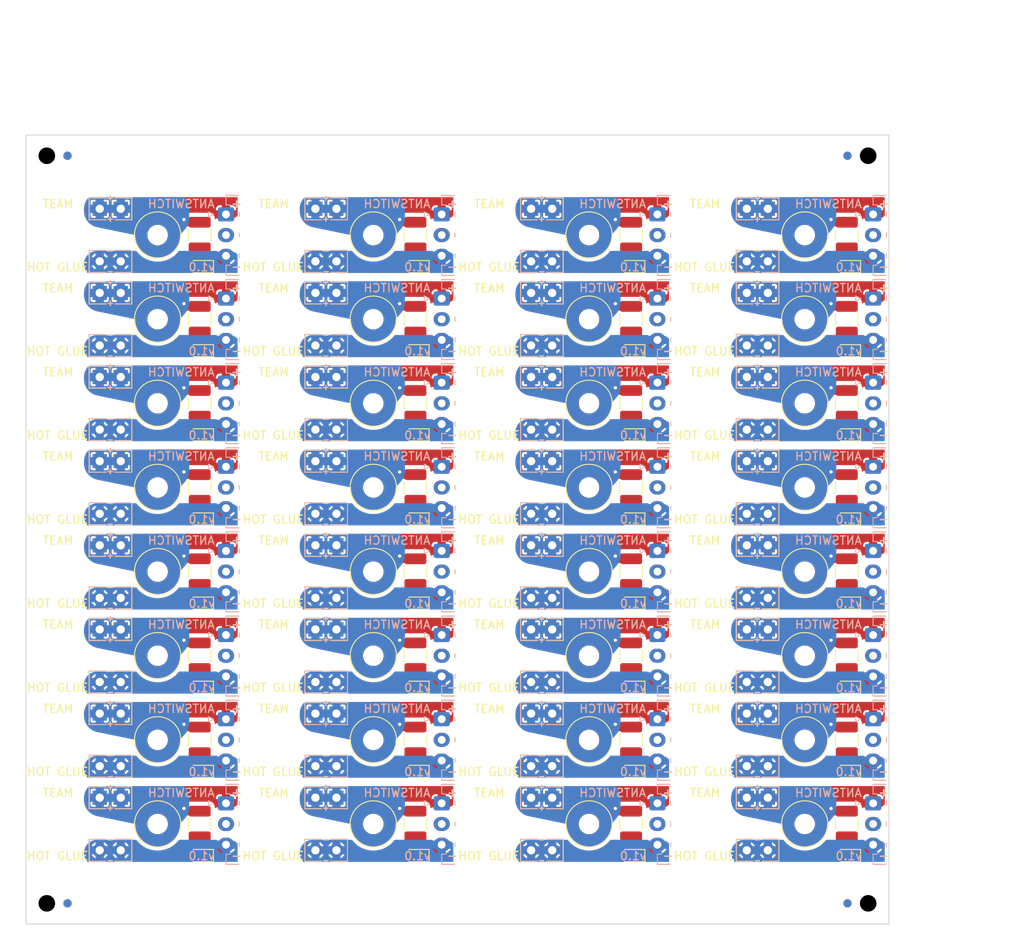
<source format=kicad_pcb>
(kicad_pcb (version 20240108) (generator "pcbnew") (generator_version "8.0")
  (layers (0 "F.Cu" signal) (31 "B.Cu" signal) (34 "B.Paste" user) (35 "F.Paste" user) (36 "B.SilkS" user "B.Silkscreen") (37 "F.SilkS" user "F.Silkscreen") (38 "B.Mask" user) (39 "F.Mask" user) (44 "Edge.Cuts" user))
  (net 0 "")
  (net 1 "Board_0-+BATT")
  (net 2 "Board_0--BATT")
  (net 3 "Board_0-/3.7V")
  (net 4 "Board_0-/BATT SWITCH")
  (net 5 "Board_0-Net-(D1-A)")
  (net 6 "Board_1-+BATT")
  (net 7 "Board_1--BATT")
  (net 8 "Board_1-/3.7V")
  (net 9 "Board_1-/BATT SWITCH")
  (net 10 "Board_1-Net-(D1-A)")
  (net 11 "Board_2-+BATT")
  (net 12 "Board_2--BATT")
  (net 13 "Board_2-/3.7V")
  (net 14 "Board_2-/BATT SWITCH")
  (net 15 "Board_2-Net-(D1-A)")
  (net 16 "Board_3-+BATT")
  (net 17 "Board_3--BATT")
  (net 18 "Board_3-/3.7V")
  (net 19 "Board_3-/BATT SWITCH")
  (net 20 "Board_3-Net-(D1-A)")
  (net 21 "Board_4-+BATT")
  (net 22 "Board_4--BATT")
  (net 23 "Board_4-/3.7V")
  (net 24 "Board_4-/BATT SWITCH")
  (net 25 "Board_4-Net-(D1-A)")
  (net 26 "Board_5-+BATT")
  (net 27 "Board_5--BATT")
  (net 28 "Board_5-/3.7V")
  (net 29 "Board_5-/BATT SWITCH")
  (net 30 "Board_5-Net-(D1-A)")
  (net 31 "Board_6-+BATT")
  (net 32 "Board_6--BATT")
  (net 33 "Board_6-/3.7V")
  (net 34 "Board_6-/BATT SWITCH")
  (net 35 "Board_6-Net-(D1-A)")
  (net 36 "Board_7-+BATT")
  (net 37 "Board_7--BATT")
  (net 38 "Board_7-/3.7V")
  (net 39 "Board_7-/BATT SWITCH")
  (net 40 "Board_7-Net-(D1-A)")
  (net 41 "Board_8-+BATT")
  (net 42 "Board_8--BATT")
  (net 43 "Board_8-/3.7V")
  (net 44 "Board_8-/BATT SWITCH")
  (net 45 "Board_8-Net-(D1-A)")
  (net 46 "Board_9-+BATT")
  (net 47 "Board_9--BATT")
  (net 48 "Board_9-/3.7V")
  (net 49 "Board_9-/BATT SWITCH")
  (net 50 "Board_9-Net-(D1-A)")
  (net 51 "Board_10-+BATT")
  (net 52 "Board_10--BATT")
  (net 53 "Board_10-/3.7V")
  (net 54 "Board_10-/BATT SWITCH")
  (net 55 "Board_10-Net-(D1-A)")
  (net 56 "Board_11-+BATT")
  (net 57 "Board_11--BATT")
  (net 58 "Board_11-/3.7V")
  (net 59 "Board_11-/BATT SWITCH")
  (net 60 "Board_11-Net-(D1-A)")
  (net 61 "Board_12-+BATT")
  (net 62 "Board_12--BATT")
  (net 63 "Board_12-/3.7V")
  (net 64 "Board_12-/BATT SWITCH")
  (net 65 "Board_12-Net-(D1-A)")
  (net 66 "Board_13-+BATT")
  (net 67 "Board_13--BATT")
  (net 68 "Board_13-/3.7V")
  (net 69 "Board_13-/BATT SWITCH")
  (net 70 "Board_13-Net-(D1-A)")
  (net 71 "Board_14-+BATT")
  (net 72 "Board_14--BATT")
  (net 73 "Board_14-/3.7V")
  (net 74 "Board_14-/BATT SWITCH")
  (net 75 "Board_14-Net-(D1-A)")
  (net 76 "Board_15-+BATT")
  (net 77 "Board_15--BATT")
  (net 78 "Board_15-/3.7V")
  (net 79 "Board_15-/BATT SWITCH")
  (net 80 "Board_15-Net-(D1-A)")
  (net 81 "Board_16-+BATT")
  (net 82 "Board_16--BATT")
  (net 83 "Board_16-/3.7V")
  (net 84 "Board_16-/BATT SWITCH")
  (net 85 "Board_16-Net-(D1-A)")
  (net 86 "Board_17-+BATT")
  (net 87 "Board_17--BATT")
  (net 88 "Board_17-/3.7V")
  (net 89 "Board_17-/BATT SWITCH")
  (net 90 "Board_17-Net-(D1-A)")
  (net 91 "Board_18-+BATT")
  (net 92 "Board_18--BATT")
  (net 93 "Board_18-/3.7V")
  (net 94 "Board_18-/BATT SWITCH")
  (net 95 "Board_18-Net-(D1-A)")
  (net 96 "Board_19-+BATT")
  (net 97 "Board_19--BATT")
  (net 98 "Board_19-/3.7V")
  (net 99 "Board_19-/BATT SWITCH")
  (net 100 "Board_19-Net-(D1-A)")
  (net 101 "Board_20-+BATT")
  (net 102 "Board_20--BATT")
  (net 103 "Board_20-/3.7V")
  (net 104 "Board_20-/BATT SWITCH")
  (net 105 "Board_20-Net-(D1-A)")
  (net 106 "Board_21-+BATT")
  (net 107 "Board_21--BATT")
  (net 108 "Board_21-/3.7V")
  (net 109 "Board_21-/BATT SWITCH")
  (net 110 "Board_21-Net-(D1-A)")
  (net 111 "Board_22-+BATT")
  (net 112 "Board_22--BATT")
  (net 113 "Board_22-/3.7V")
  (net 114 "Board_22-/BATT SWITCH")
  (net 115 "Board_22-Net-(D1-A)")
  (net 116 "Board_23-+BATT")
  (net 117 "Board_23--BATT")
  (net 118 "Board_23-/3.7V")
  (net 119 "Board_23-/BATT SWITCH")
  (net 120 "Board_23-Net-(D1-A)")
  (net 121 "Board_24-+BATT")
  (net 122 "Board_24--BATT")
  (net 123 "Board_24-/3.7V")
  (net 124 "Board_24-/BATT SWITCH")
  (net 125 "Board_24-Net-(D1-A)")
  (net 126 "Board_25-+BATT")
  (net 127 "Board_25--BATT")
  (net 128 "Board_25-/3.7V")
  (net 129 "Board_25-/BATT SWITCH")
  (net 130 "Board_25-Net-(D1-A)")
  (net 131 "Board_26-+BATT")
  (net 132 "Board_26--BATT")
  (net 133 "Board_26-/3.7V")
  (net 134 "Board_26-/BATT SWITCH")
  (net 135 "Board_26-Net-(D1-A)")
  (net 136 "Board_27-+BATT")
  (net 137 "Board_27--BATT")
  (net 138 "Board_27-/3.7V")
  (net 139 "Board_27-/BATT SWITCH")
  (net 140 "Board_27-Net-(D1-A)")
  (net 141 "Board_28-+BATT")
  (net 142 "Board_28--BATT")
  (net 143 "Board_28-/3.7V")
  (net 144 "Board_28-/BATT SWITCH")
  (net 145 "Board_28-Net-(D1-A)")
  (net 146 "Board_29-+BATT")
  (net 147 "Board_29--BATT")
  (net 148 "Board_29-/3.7V")
  (net 149 "Board_29-/BATT SWITCH")
  (net 150 "Board_29-Net-(D1-A)")
  (net 151 "Board_30-+BATT")
  (net 152 "Board_30--BATT")
  (net 153 "Board_30-/3.7V")
  (net 154 "Board_30-/BATT SWITCH")
  (net 155 "Board_30-Net-(D1-A)")
  (net 156 "Board_31-+BATT")
  (net 157 "Board_31--BATT")
  (net 158 "Board_31-/3.7V")
  (net 159 "Board_31-/BATT SWITCH")
  (net 160 "Board_31-Net-(D1-A)")
  (footprint "Trent_Components_Library:screw_contact_3" (layer "F.Cu") (at 164.375 82.8795)
    (property "Reference" "H2" (hide yes))
    (property "Value" "Screw contact")
  )
  (footprint "MountingHole:MountingHole_3.2mm_M3_DIN965" (layer "F.Cu") (at 100.24 32.0795)
    (property "Reference" "H1" (hide yes))
    (property "Value" "MountingHole")
  )
  (footprint "Trent_Components_Library:PinHeader_1x02_P2.54mm_Vertical Negative" (layer "F.Cu") (at 131.35 86.0545 90)
    (property "Reference" "J9" (hide yes))
    (property "Value" "-OUTPUT")
  )
  (footprint "Trent_Components_Library:screw_contact_3" (layer "F.Cu") (at 138.34 42.2395)
    (property "Reference" "H2" (hide yes))
    (property "Value" "Screw contact")
  )
  (footprint "MountingHole:MountingHole_3.2mm_M3_DIN965" (layer "F.Cu") (at 152.31 32.0795)
    (property "Reference" "H1" (hide yes))
    (property "Value" "MountingHole")
  )
  (footprint "Trent_Components_Library:PinHeader_1x02_P2.54mm_Vertical Positive" (layer "F.Cu") (at 131.35 39.0645 90)
    (property "Reference" "J8" (hide yes))
    (property "Value" "+OUTPUT")
  )
  (footprint "Trent_Components_Library:screw_contact_3" (layer "F.Cu") (at 138.34 72.7195)
    (property "Reference" "H2" (hide yes))
    (property "Value" "Screw contact")
  )
  (footprint "Trent_Components_Library:PinHeader_1x02_P2.54mm_Vertical Negative" (layer "F.Cu") (at 157.385 45.4145 90)
    (property "Reference" "J9" (hide yes))
    (property "Value" "-OUTPUT")
  )
  (footprint "Trent_Components_Library:screw_contact_3" (layer "F.Cu") (at 112.305 42.2395)
    (property "Reference" "H2" (hide yes))
    (property "Value" "Screw contact")
  )
  (footprint "LED_SMD:LED_0603_1608Metric_Pad1.05x0.95mm_HandSolder" (layer "F.Cu") (at 143.42 66.3695 180)
    (property "Reference" "D1" (hide yes))
    (property "Value" "150060GS75003")
  )
  (footprint "MountingHole:MountingHole_3.2mm_M3_DIN965" (layer "F.Cu") (at 152.31 72.7195)
    (property "Reference" "H1" (hide yes))
    (property "Value" "MountingHole")
  )
  (footprint "MountingHole:MountingHole_3.2mm_M3_DIN965" (layer "F.Cu") (at 178.345 42.2395)
    (property "Reference" "H1" (hide yes))
    (property "Value" "MountingHole")
  )
  (footprint "LED_SMD:LED_0603_1608Metric_Pad1.05x0.95mm_HandSolder" (layer "F.Cu") (at 195.49 76.5295 180)
    (property "Reference" "D1" (hide yes))
    (property "Value" "150060GS75003")
  )
  (footprint "Trent_Components_Library:PinHeader_1x02_P2.54mm_Vertical Negative" (layer "F.Cu") (at 105.315 55.5745 90)
    (property "Reference" "J9" (hide yes))
    (property "Value" "-OUTPUT")
  )
  (footprint "Trent_Components_Library:Screw M3" (layer "F.Cu") (at 100.24 62.5595)
    (property "Reference" "M2" (hide yes))
    (property "Value" "Screw")
  )
  (footprint "Resistor_SMD:R_1210_3225Metric_Pad1.30x2.65mm_HandSolder" (layer "F.Cu") (at 169.455 62.5595 -90)
    (property "Reference" "R1" (hide yes))
    (property "Value" "560112140008")
  )
  (footprint "LED_SMD:LED_0603_1608Metric_Pad1.05x0.95mm_HandSolder" (layer "F.Cu") (at 117.385 66.3695 180)
    (property "Reference" "D1" (hide yes))
    (property "Value" "150060GS75003")
  )
  (footprint "Trent_Components_Library:Screw M3" (layer "F.Cu") (at 126.275 103.1995)
    (property "Reference" "M2" (hide yes))
    (property "Value" "Screw")
  )
  (footprint "LED_SMD:LED_0603_1608Metric_Pad1.05x0.95mm_HandSolder" (layer "F.Cu") (at 143.42 96.8495 180)
    (property "Reference" "D1" (hide yes))
    (property "Value" "150060GS75003")
  )
  (footprint "NPTH" (layer "F.Cu") (at 98.93 22.5)
    (property "Reference" "KiKit_TO_1" (hide yes))
    (property "Value" "NPTH" (hide yes))
  )
  (footprint "Trent_Components_Library:screw_contact_3" (layer "F.Cu") (at 138.34 103.1995)
    (property "Reference" "H2" (hide yes))
    (property "Value" "Screw contact")
  )
  (footprint "Trent_Components_Library:screw_contact_3" (layer "F.Cu") (at 164.375 72.7195)
    (property "Reference" "H2" (hide yes))
    (property "Value" "Screw contact")
  )
  (footprint "Resistor_SMD:R_1210_3225Metric_Pad1.30x2.65mm_HandSolder" (layer "F.Cu") (at 169.455 32.0795 -90)
    (property "Reference" "R1" (hide yes))
    (property "Value" "560112140008")
  )
  (footprint "Trent_Components_Library:Screw M3" (layer "F.Cu") (at 152.31 52.3995)
    (property "Reference" "M2" (hide yes))
    (property "Value" "Screw")
  )
  (footprint "MountingHole:MountingHole_3.2mm_M3_DIN965" (layer "F.Cu") (at 126.275 82.8795)
    (property "Reference" "H1" (hide yes))
    (property "Value" "MountingHole")
  )
  (footprint "Trent_Components_Library:PinHeader_1x02_P2.54mm_Vertical Positive" (layer "F.Cu") (at 157.385 69.5445 90)
    (property "Reference" "J8" (hide yes))
    (property "Value" "+OUTPUT")
  )
  (footprint "Trent_Components_Library:Screw M3" (layer "F.Cu") (at 100.24 72.7195)
    (property "Reference" "M2" (hide yes))
    (property "Value" "Screw")
  )
  (footprint "Trent_Components_Library:Screw M1.6" (layer "F.Cu") (at 190.41 82.8795)
    (property "Reference" "M1" (hide yes))
    (property "Value" "Screw")
  )
  (footprint "LED_SMD:LED_0603_1608Metric_Pad1.05x0.95mm_HandSolder" (layer "F.Cu") (at 195.49 86.6895 180)
    (property "Reference" "D1" (hide yes))
    (property "Value" "150060GS75003")
  )
  (footprint "LED_SMD:LED_0603_1608Metric_Pad1.05x0.95mm_HandSolder" (layer "F.Cu") (at 169.455 76.5295 180)
    (property "Reference" "D1" (hide yes))
    (property "Value" "150060GS75003")
  )
  (footprint "Trent_Components_Library:PinHeader_1x02_P2.54mm_Vertical Negative" (layer "F.Cu") (at 131.35 75.8945 90)
    (property "Reference" "J9" (hide yes))
    (property "Value" "-OUTPUT")
  )
  (footprint "Trent_Components_Library:PinHeader_1x02_P2.54mm_Vertical Negative" (layer "F.Cu") (at 131.35 55.5745 90)
    (property "Reference" "J9" (hide yes))
    (property "Value" "-OUTPUT")
  )
  (footprint "Trent_Components_Library:screw_contact_3" (layer "F.Cu") (at 138.34 82.8795)
    (property "Reference" "H2" (hide yes))
    (property "Value" "Screw contact")
  )
  (footprint "Trent_Components_Library:PinHeader_1x02_P2.54mm_Vertical Negative" (layer "F.Cu") (at 131.35 96.2145 90)
    (property "Reference" "J9" (hide yes))
    (property "Value" "-OUTPUT")
  )
  (footprint "Resistor_SMD:R_1210_3225Metric_Pad1.30x2.65mm_HandSolder" (layer "F.Cu") (at 143.42 93.0395 -90)
    (property "Reference" "R1" (hide yes))
    (property "Value" "560112140008")
  )
  (footprint "Resistor_SMD:R_1210_3225Metric_Pad1.30x2.65mm_HandSolder" (layer "F.Cu") (at 195.49 52.3995 -90)
    (property "Reference" "R1" (hide yes))
    (property "Value" "560112140008")
  )
  (footprint "LED_SMD:LED_0603_1608Metric_Pad1.05x0.95mm_HandSolder" (layer "F.Cu") (at 117.385 86.6895 180)
    (property "Reference" "D1" (hide yes))
    (property "Value" "150060GS75003")
  )
  (footprint "Trent_Components_Library:Screw M3" (layer "F.Cu") (at 126.275 82.8795)
    (property "Reference" "M2" (hide yes))
    (property "Value" "Screw")
  )
  (footprint "LED_SMD:LED_0603_1608Metric_Pad1.05x0.95mm_HandSolder" (layer "F.Cu") (at 143.42 56.2095 180)
    (property "Reference" "D1" (hide yes))
    (property "Value" "150060GS75003")
  )
  (footprint "Trent_Components_Library:PinHeader_1x02_P2.54mm_Vertical Positive" (layer "F.Cu") (at 105.315 39.0645 90)
    (property "Reference" "J8" (hide yes))
    (property "Value" "+OUTPUT")
  )
  (footprint "LED_SMD:LED_0603_1608Metric_Pad1.05x0.95mm_HandSolder" (layer "F.Cu") (at 143.42 46.0495 180)
    (property "Reference" "D1" (hide yes))
    (property "Value" "150060GS75003")
  )
  (footprint "Trent_Components_Library:PinHeader_1x02_P2.54mm_Vertical Positive" (layer "F.Cu") (at 183.42 100.0245 90)
    (property "Reference" "J8" (hide yes))
    (property "Value" "+OUTPUT")
  )
  (footprint "MountingHole:MountingHole_3.2mm_M3_DIN965" (layer "F.Cu") (at 100.24 42.2395)
    (property "Reference" "H1" (hide yes))
    (property "Value" "MountingHole")
  )
  (footprint "Trent_Components_Library:PinHeader_1x02_P2.54mm_Vertical Positive" (layer "F.Cu") (at 183.42 39.0645 90)
    (property "Reference" "J8" (hide yes))
    (property "Value" "+OUTPUT")
  )
  (footprint "Trent_Components_Library:Screw M1.6" (layer "F.Cu") (at 138.34 103.1995)
    (property "Reference" "M1" (hide yes))
    (property "Value" "Screw")
  )
  (footprint "Trent_Components_Library:PinHeader_1x02_P2.54mm_Vertical Positive" (layer "F.Cu") (at 183.42 69.5445 90)
    (property "Reference" "J8" (hide yes))
    (property "Value" "+OUTPUT")
  )
  (footprint "Trent_Components_Library:PinHeader_1x02_P2.54mm_Vertical Positive" (layer "F.Cu") (at 183.42 59.3845 90)
    (property "Reference" "J8" (hide yes))
    (property "Value" "+OUTPUT")
  )
  (footprint "Trent_Components_Library:Screw M1.6" (layer "F.Cu") (at 164.375 52.3995)
    (property "Reference" "M1" (hide yes))
    (property "Value" "Screw")
  )
  (footprint "Fiducial" (layer "F.Cu") (at 101.43 22.5)
    (property "Reference" "KiKit_FID_T_1" (hide yes))
    (property "Value" "Fiducial" (hide yes))
  )
  (footprint "Trent_Components_Library:screw_contact_3" (layer "F.Cu") (at 190.41 52.3995)
    (property "Reference" "H2" (hide yes))
    (property "Value" "Screw contact")
  )
  (footprint "Trent_Components_Library:screw_contact_3" (layer "F.Cu") (at 138.34 93.0395)
    (property "Reference" "H2" (hide yes))
    (property "Value" "Screw contact")
  )
  (footprint "Trent_Components_Library:PinHeader_1x02_P2.54mm_Vertical Negative" (layer "F.Cu") (at 157.385 106.3745 90)
    (property "Reference" "J9" (hide yes))
    (property "Value" "-OUTPUT")
  )
  (footprint "Trent_Components_Library:screw_contact_3" (layer "F.Cu") (at 164.375 42.2395)
    (property "Reference" "H2" (hide yes))
    (property "Value" "Screw contact")
  )
  (footprint "Resistor_SMD:R_1210_3225Metric_Pad1.30x2.65mm_HandSolder" (layer "F.Cu") (at 117.385 52.3995 -90)
    (property "Reference" "R1" (hide yes))
    (property "Value" "560112140008")
  )
  (footprint "MountingHole:MountingHole_3.2mm_M3_DIN965" (layer "F.Cu") (at 152.31 82.8795)
    (property "Reference" "H1" (hide yes))
    (property "Value" "MountingHole")
  )
  (footprint "Trent_Components_Library:screw_contact_3" (layer "F.Cu") (at 138.34 32.0795)
    (property "Reference" "H2" (hide yes))
    (property "Value" "Screw contact")
  )
  (footprint "Trent_Components_Library:PinHeader_1x02_P2.54mm_Vertical Positive" (layer "F.Cu") (at 157.385 28.9045 90)
    (property "Reference" "J8" (hide yes))
    (property "Value" "+OUTPUT")
  )
  (footprint "Trent_Components_Library:Screw M1.6" (layer "F.Cu") (at 190.41 42.2395)
    (property "Reference" "M1" (hide yes))
    (property "Value" "Screw")
  )
  (footprint "Resistor_SMD:R_1210_3225Metric_Pad1.30x2.65mm_HandSolder" (layer "F.Cu") (at 143.42 52.3995 -90)
    (property "Reference" "R1" (hide yes))
    (property "Value" "560112140008")
  )
  (footprint "Trent_Components_Library:PinHeader_1x02_P2.54mm_Vertical Positive" (layer "F.Cu") (at 183.42 28.9045 90)
    (property "Reference" "J8" (hide yes))
    (property "Value" "+OUTPUT")
  )
  (footprint "Trent_Components_Library:PinHeader_1x02_P2.54mm_Vertical Positive" (layer "F.Cu") (at 105.315 28.9045 90)
    (property "Reference" "J8" (hide yes))
    (property "Value" "+OUTPUT")
  )
  (footprint "Trent_Components_Library:screw_contact_3" (layer "F.Cu") (at 190.41 62.5595)
    (property "Reference" "H2" (hide yes))
    (property "Value" "Screw contact")
  )
  (footprint "Trent_Components_Library:screw_contact_3" (layer "F.Cu") (at 112.305 32.0795)
    (property "Reference" "H2" (hide yes))
    (property "Value" "Screw contact")
  )
  (footprint "Trent_Components_Library:screw_contact_3" (layer "F.Cu") (at 190.41 93.0395)
    (property "Reference" "H2" (hide yes))
    (property "Value" "Screw contact")
  )
  (footprint "LED_SMD:LED_0603_1608Metric_Pad1.05x0.95mm_HandSolder" (layer "F.Cu") (at 117.385 35.8895 180)
    (property "Reference" "D1" (hide yes))
    (property "Value" "150060GS75003")
  )
  (footprint "Trent_Components_Library:PinHeader_1x02_P2.54mm_Vertical Positive" (layer "F.Cu") (at 157.385 89.8645 90)
    (property "Reference" "J8" (hide yes))
    (property "Value" "+OUTPUT")
  )
  (footprint "Trent_Components_Library:Screw M1.6" (layer "F.Cu") (at 112.305 52.3995)
    (property "Reference" "M1" (hide yes))
    (property "Value" "Screw")
  )
  (footprint "Resistor_SMD:R_1210_3225Metric_Pad1.30x2.65mm_HandSolder" (layer "F.Cu") (at 169.455 72.7195 -90)
    (property "Reference" "R1" (hide yes))
    (property "Value" "560112140008")
  )
  (footprint "Trent_Components_Library:Screw M3" (layer "F.Cu") (at 126.275 62.5595)
    (property "Reference" "M2" (hide yes))
    (property "Value" "Screw")
  )
  (footprint "LED_SMD:LED_0603_1608Metric_Pad1.05x0.95mm_HandSolder" (layer "F.Cu") (at 195.49 46.0495 180)
    (property "Reference" "D1" (hide yes))
    (property "Value" "150060GS75003")
  )
  (footprint "Trent_Components_Library:screw_contact_3" (layer "F.Cu") (at 112.305 62.5595)
    (property "Reference" "H2" (hide yes))
    (property "Value" "Screw contact")
  )
  (footprint "LED_SMD:LED_0603_1608Metric_Pad1.05x0.95mm_HandSolder" (layer "F.Cu") (at 117.385 46.0495 180)
    (property "Reference" "D1" (hide yes))
    (property "Value" "150060GS75003")
  )
  (footprint "Trent_Components_Library:screw_contact_3" (layer "F.Cu") (at 190.41 82.8795)
    (property "Reference" "H2" (hide yes))
    (property "Value" "Screw contact")
  )
  (footprint "Trent_Components_Library:Screw M3" (layer "F.Cu") (at 126.275 72.7195)
    (property "Reference" "M2" (hide yes))
    (property "Value" "Screw")
  )
  (footprint "Trent_Components_Library:Screw M1.6" (layer "F.Cu") (at 190.41 93.0395)
    (property "Reference" "M1" (hide yes))
    (property "Value" "Screw")
  )
  (footprint "Trent_Components_Library:PinHeader_1x02_P2.54mm_Vertical Positive" (layer "F.Cu") (at 105.315 79.7045 90)
    (property "Reference" "J8" (hide yes))
    (property "Value" "+OUTPUT")
  )
  (footprint "Trent_Components_Library:Screw M1.6" (layer "F.Cu") (at 138.34 93.0395)
    (property "Reference" "M1" (hide yes))
    (property "Value" "Screw")
  )
  (footprint "Trent_Components_Library:Screw M3" (layer "F.Cu") (at 100.24 103.1995)
    (property "Reference" "M2" (hide yes))
    (property "Value" "Screw")
  )
  (footprint "MountingHole:MountingHole_3.2mm_M3_DIN965" (layer "F.Cu") (at 152.31 93.0395)
    (property "Reference" "H1" (hide yes))
    (property "Value" "MountingHole")
  )
  (footprint "Trent_Components_Library:screw_contact_3" (layer "F.Cu") (at 112.305 93.0395)
    (property "Reference" "H2" (hide yes))
    (property "Value" "Screw contact")
  )
  (footprint "Fiducial" (layer "F.Cu") (at 195.57 22.5)
    (property "Reference" "KiKit_FID_T_2" (hide yes))
    (property "Value" "Fiducial" (hide yes))
  )
  (footprint "LED_SMD:LED_0603_1608Metric_Pad1.05x0.95mm_HandSolder" (layer "F.Cu") (at 169.455 66.3695 180)
    (property "Reference" "D1" (hide yes))
    (property "Value" "150060GS75003")
  )
  (footprint "Trent_Components_Library:screw_contact_3" (layer "F.Cu") (at 190.41 42.2395)
    (property "Reference" "H2" (hide yes))
    (property "Value" "Screw contact")
  )
  (footprint "Trent_Components_Library:PinHeader_1x02_P2.54mm_Vertical Negative" (layer "F.Cu") (at 157.385 65.7345 90)
    (property "Reference" "J9" (hide yes))
    (property "Value" "-OUTPUT")
  )
  (footprint "Trent_Components_Library:Screw M3" (layer "F.Cu") (at 152.31 32.0795)
    (property "Reference" "M2" (hide yes))
    (property "Value" "Screw")
  )
  (footprint "MountingHole:MountingHole_3.2mm_M3_DIN965" (layer "F.Cu") (at 178.345 82.8795)
    (property "Reference" "H1" (hide yes))
    (property "Value" "MountingHole")
  )
  (footprint "Trent_Components_Library:Screw M3" (layer "F.Cu") (at 126.275 52.3995)
    (property "Reference" "M2" (hide yes))
    (property "Value" "Screw")
  )
  (footprint "Trent_Components_Library:Screw M1.6" (layer "F.Cu") (at 190.41 32.0795)
    (property "Reference" "M1" (hide yes))
    (property "Value" "Screw")
  )
  (footprint "Trent_Components_Library:PinHeader_1x02_P2.54mm_Vertical Negative" (layer "F.Cu") (at 183.42 75.8945 90)
    (property "Reference" "J9" (hide yes))
    (property "Value" "-OUTPUT")
  )
  (footprint "Trent_Components_Library:Screw M1.6" (layer "F.Cu") (at 138.34 82.8795)
    (property "Reference" "M1" (hide yes))
    (property "Value" "Screw")
  )
  (footprint "Trent_Components_Library:PinHeader_1x02_P2.54mm_Vertical Negative" (layer "F.Cu") (at 183.42 86.0545 90)
    (property "Reference" "J9" (hide yes))
    (property "Value" "-OUTPUT")
  )
  (footprint "Trent_Components_Library:Screw M1.6" (layer "F.Cu") (at 190.41 103.1995)
    (property "Reference" "M1" (hide yes))
    (property "Value" "Screw")
  )
  (footprint "Trent_Components_Library:Screw M3" (layer "F.Cu") (at 126.275 93.0395)
    (property "Reference" "M2" (hide yes))
    (property "Value" "Screw")
  )
  (footprint "Trent_Components_Library:screw_contact_3" (layer "F.Cu") (at 190.41 103.1995)
    (property "Reference" "H2" (hide yes))
    (property "Value" "Screw contact")
  )
  (footprint "Trent_Components_Library:screw_contact_3" (layer "F.Cu") (at 164.375 62.5595)
    (property "Reference" "H2" (hide yes))
    (property "Value" "Screw contact")
  )
  (footprint "MountingHole:MountingHole_3.2mm_M3_DIN965" (layer "F.Cu") (at 152.31 62.5595)
    (property "Reference" "H1" (hide yes))
    (property "Value" "MountingHole")
  )
  (footprint "Trent_Components_Library:Screw M3" (layer "F.Cu") (at 126.275 32.0795)
    (property "Reference" "M2" (hide yes))
    (property "Value" "Screw")
  )
  (footprint "LED_SMD:LED_0603_1608Metric_Pad1.05x0.95mm_HandSolder" (layer "F.Cu") (at 195.49 96.8495 180)
    (property "Reference" "D1" (hide yes))
    (property "Value" "150060GS75003")
  )
  (footprint "Trent_Components_Library:Screw M3" (layer "F.Cu") (at 100.24 52.3995)
    (property "Reference" "M2" (hide yes))
    (property "Value" "Screw")
  )
  (footprint "Trent_Components_Library:Screw M1.6" (layer "F.Cu") (at 164.375 62.5595)
    (property "Reference" "M1" (hide yes))
    (property "Value" "Screw")
  )
  (footprint "Trent_Components_Library:Screw M1.6" (layer "F.Cu") (at 138.34 72.7195)
    (property "Reference" "M1" (hide yes))
    (property "Value" "Screw")
  )
  (footprint "Trent_Components_Library:Screw M1.6" (layer "F.Cu") (at 190.41 72.7195)
    (property "Reference" "M1" (hide yes))
    (property "Value" "Screw")
  )
  (footprint "Trent_Components_Library:Screw M1.6" (layer "F.Cu") (at 112.305 32.0795)
    (property "Reference" "M1" (hide yes))
    (property "Value" "Screw")
  )
  (footprint "MountingHole:MountingHole_3.2mm_M3_DIN965" (layer "F.Cu") (at 100.24 72.7195)
    (property "Reference" "H1" (hide yes))
    (property "Value" "MountingHole")
  )
  (footprint "Trent_Components_Library:Screw M3" (layer "F.Cu") (at 100.24 32.0795)
    (property "Reference" "M2" (hide yes))
    (property "Value" "Screw")
  )
  (footprint "Trent_Components_Library:PinHeader_1x02_P2.54mm_Vertical Negative" (layer "F.Cu") (at 183.42 45.4145 90)
    (property "Reference" "J9" (hide yes))
    (property "Value" "-OUTPUT")
  )
  (footprint "Resistor_SMD:R_1210_3225Metric_Pad1.30x2.65mm_HandSolder" (layer "F.Cu") (at 117.385 93.0395 -90)
    (property "Reference" "R1" (hide yes))
    (property "Value" "560112140008")
  )
  (footprint "Resistor_SMD:R_1210_3225Metric_Pad1.30x2.65mm_HandSolder" (layer "F.Cu") (at 169.455 42.2395 -90)
    (property "Reference" "R1" (hide yes))
    (property "Value" "560112140008")
  )
  (footprint "Resistor_SMD:R_1210_3225Metric_Pad1.30x2.65mm_HandSolder" (layer "F.Cu") (at 195.49 93.0395 -90)
    (property "Reference" "R1" (hide yes))
    (property "Value" "560112140008")
  )
  (footprint "Trent_Components_Library:PinHeader_1x02_P2.54mm_Vertical Negative" (layer "F.Cu") (at 157.385 55.5745 90)
    (property "Reference" "J9" (hide yes))
    (property "Value" "-OUTPUT")
  )
  (footprint "Trent_Components_Library:PinHeader_1x02_P2.54mm_Vertical Positive" (layer "F.Cu") (at 131.35 28.9045 90)
    (property "Reference" "J8" (hide yes))
    (property "Value" "+OUTPUT")
  )
  (footprint "Trent_Components_Library:Screw M3" (layer "F.Cu") (at 178.345 32.0795)
    (property "Reference" "M2" (hide yes))
    (property "Value" "Screw")
  )
  (footprint "Trent_Components_Library:PinHeader_1x02_P2.54mm_Vertical Negative" (layer "F.Cu") (at 157.385 96.2145 90)
    (property "Reference" "J9" (hide yes))
    (property "Value" "-OUTPUT")
  )
  (footprint "Trent_Components_Library:Screw M3" (layer "F.Cu") (at 152.31 93.0395)
    (property "Reference" "M2" (hide yes))
    (property "Value" "Screw")
  )
  (footprint "LED_SMD:LED_0603_1608Metric_Pad1.05x0.95mm_HandSolder" (layer "F.Cu") (at 169.455 35.8895 180)
    (property "Reference" "D1" (hide yes))
    (property "Value" "150060GS75003")
  )
  (footprint "MountingHole:MountingHole_3.2mm_M3_DIN965" (layer "F.Cu") (at 100.24 62.5595)
    (property "Reference" "H1" (hide yes))
    (property "Value" "MountingHole")
  )
  (footprint "Trent_Components_Library:PinHeader_1x02_P2.54mm_Vertical Negative" (layer "F.Cu") (at 131.35 65.7345 90)
    (property "Reference" "J9" (hide yes))
    (property "Value" "-OUTPUT")
  )
  (footprint "MountingHole:MountingHole_3.2mm_M3_DIN965" (layer "F.Cu") (at 100.24 103.1995)
    (property "Reference" "H1" (hide yes))
    (property "Value" "MountingHole")
  )
  (footprint "Trent_Components_Library:Screw M1.6" (layer "F.Cu") (at 138.34 52.3995)
    (property "Reference" "M1" (hide yes))
    (property "Value" "Screw")
  )
  (footprint "Trent_Components_Library:Screw M1.6" (layer "F.Cu") (at 138.34 32.0795)
    (property "Reference" "M1" (hide yes))
    (property "Value" "Screw")
  )
  (footprint "Trent_Components_Library:PinHeader_1x02_P2.54mm_Vertical Negative" (layer "F.Cu") (at 183.42 55.5745 90)
    (property "Reference" "J9" (hide yes))
    (property "Value" "-OUTPUT")
  )
  (footprint "Resistor_SMD:R_1210_3225Metric_Pad1.30x2.65mm_HandSolder" (layer "F.Cu") (at 143.42 103.1995 -90)
    (property "Reference" "R1" (hide yes))
    (property "Value" "560112140008")
  )
  (footprint "Trent_Components_Library:screw_contact_3" (layer "F.Cu") (at 190.41 72.7195)
    (property "Reference" "H2" (hide yes))
    (property "Value" "Screw contact")
  )
  (footprint "Trent_Components_Library:screw_contact_3" (layer "F.Cu") (at 112.305 72.7195)
    (property "Reference" "H2" (hide yes))
    (property "Value" "Screw contact")
  )
  (footprint "LED_SMD:LED_0603_1608Metric_Pad1.05x0.95mm_HandSolder" (layer "F.Cu") (at 195.49 66.3695 180)
    (property "Reference" "D1" (hide yes))
    (property "Value" "150060GS75003")
  )
  (footprint "MountingHole:MountingHole_3.2mm_M3_DIN965" (layer "F.Cu") (at 152.31 52.3995)
    (property "Reference" "H1" (hide yes))
    (property "Value" "MountingHole")
  )
  (footprint "LED_SMD:LED_0603_1608Metric_Pad1.05x0.95mm_HandSolder" (layer "F.Cu") (at 169.455 56.2095 180)
    (property "Reference" "D1" (hide yes))
    (property "Value" "150060GS75003")
  )
  (footprint "Trent_Components_Library:Screw M1.6" (layer "F.Cu") (at 164.375 93.0395)
    (property "Reference" "M1" (hide yes))
    (property "Value" "Screw")
  )
  (footprint "NPTH" (layer "F.Cu") (at 98.93 112.7795)
    (property "Reference" "KiKit_TO_3" (hide yes))
    (property "Value" "NPTH" (hide yes))
  )
  (footprint "Resistor_SMD:R_1210_3225Metric_Pad1.30x2.65mm_HandSolder" (layer "F.Cu") (at 169.455 52.3995 -90)
    (property "Reference" "R1" (hide yes))
    (property "Value" "560112140008")
  )
  (footprint "Trent_Components_Library:PinHeader_1x02_P2.54mm_Vertical Negative" (layer "F.Cu") (at 183.42 65.7345 90)
    (property "Reference" "J9" (hide yes))
    (property "Value" "-OUTPUT")
  )
  (footprint "Trent_Components_Library:PinHeader_1x02_P2.54mm_Vertical Positive" (layer "F.Cu") (at 131.35 79.7045 90)
    (property "Reference" "J8" (hide yes))
    (property "Value" "+OUTPUT")
  )
  (footprint "LED_SMD:LED_0603_1608Metric_Pad1.05x0.95mm_HandSolder" (layer "F.Cu") (at 169.455 46.0495 180)
    (property "Reference" "D1" (hide yes))
    (property "Value" "150060GS75003")
  )
  (footprint "Resistor_SMD:R_1210_3225Metric_Pad1.30x2.65mm_HandSolder" (layer "F.Cu") (at 117.385 103.1995 -90)
    (property "Reference" "R1" (hide yes))
    (property "Value" "560112140008")
  )
  (footprint "Trent_Components_Library:PinHeader_1x02_P2.54mm_Vertical Positive" (layer "F.Cu") (at 157.385 59.3845 90)
    (property "Reference" "J8" (hide yes))
    (property "Value" "+OUTPUT")
  )
  (footprint "Resistor_SMD:R_1210_3225Metric_Pad1.30x2.65mm_HandSolder" (layer "F.Cu") (at 195.49 42.2395 -90)
    (property "Reference" "R1" (hide yes))
    (property "Value" "560112140008")
  )
  (footprint "MountingHole:MountingHole_3.2mm_M3_DIN965" (layer "F.Cu") (at 178.345 103.1995)
    (property "Reference" "H1" (hide yes))
    (property "Value" "MountingHole")
  )
  (footprint "MountingHole:MountingHole_3.2mm_M3_DIN965" (layer "F.Cu") (at 126.275 32.0795)
    (property "Reference" "H1" (hide yes))
    (property "Value" "MountingHole")
  )
  (footprint "LED_SMD:LED_0603_1608Metric_Pad1.05x0.95mm_HandSolder" (layer "F.Cu") (at 169.455 96.8495 180)
    (property "Reference" "D1" (hide yes))
    (property "Value" "150060GS75003")
  )
  (footprint "Trent_Components_Library:PinHeader_1x02_P2.54mm_Vertical Positive" (layer "F.Cu") (at 131.35 100.0245 90)
    (property "Reference" "J8" (hide yes))
    (property "Value" "+OUTPUT")
  )
  (footprint "MountingHole:MountingHole_3.2mm_M3_DIN965" (layer "F.Cu") (at 126.275 103.1995)
    (property "Reference" "H1" (hide yes))
    (property "Value" "MountingHole")
  )
  (footprint "Trent_Components_Library:PinHeader_1x02_P2.54mm_Vertical Positive" (layer "F.Cu") (at 131.35 89.8645 90)
    (property "Reference" "J8" (hide yes))
    (property "Value" "+OUTPUT")
  )
  (footprint "Trent_Components_Library:PinHeader_1x02_P2.54mm_Vertical Negative" (layer "F.Cu") (at 183.42 106.3745 90)
    (property "Reference" "J9" (hide yes))
    (property "Value" "-OUTPUT")
  )
  (footprint "Resistor_SMD:R_1210_3225Metric_Pad1.30x2.65mm_HandSolder" (layer "F.Cu") (at 195.49 103.1995 -90)
    (property "Reference" "R1" (hide yes))
    (property "Value" "560112140008")
  )
  (footprint "LED_SMD:LED_0603_1608Metric_Pad1.05x0.95mm_HandSolder" (layer "F.Cu") (at 143.42 107.0095 180)
    (property "Reference" "D1" (hide yes))
    (property "Value" "150060GS75003")
  )
  (footprint "Trent_Components_Library:Screw M1.6" (layer "F.Cu") (at 164.375 32.0795)
    (property "Reference" "M1" (hide yes))
    (property "Value" "Screw")
  )
  (footprint "LED_SMD:LED_0603_1608Metric_Pad1.05x0.95mm_HandSolder" (layer "F.Cu") (at 117.385 76.5295 180)
    (property "Reference" "D1" (hide yes))
    (property "Value" "150060GS75003")
  )
  (footprint "LED_SMD:LED_0603_1608Metric_Pad1.05x0.95mm_HandSolder" (layer "F.Cu") (at 169.455 107.0095 180)
    (property "Reference" "D1" (hide yes))
    (property "Value" "150060GS75003")
  )
  (footprint "Trent_Components_Library:PinHeader_1x02_P2.54mm_Vertical Negative" (layer "F.Cu") (at 157.385 35.2545 90)
    (property "Reference" "J9" (hide yes))
    (property "Value" "-OUTPUT")
  )
  (footprint "Trent_Components_Library:PinHeader_1x02_P2.54mm_Vertical Negative" (layer "F.Cu") (at 131.35 45.4145 90)
    (property "Reference" "J9" (hide yes))
    (property "Value" "-OUTPUT")
  )
  (footprint "Resistor_SMD:R_1210_3225Metric_Pad1.30x2.65mm_HandSolder" (layer "F.Cu") (at 143.42 62.5595 -90)
    (property "Reference" "R1" (hide yes))
    (property "Value" "560112140008")
  )
  (footprint "Trent_Components_Library:Screw M3" (layer "F.Cu") (at 178.345 62.5595)
    (property "Reference" "M2" (hide yes))
    (property "Value" "Screw")
  )
  (footprint "Trent_Components_Library:screw_contact_3" (layer "F.Cu") (at 164.375 32.0795)
    (property "Reference" "H2" (hide yes))
    (property "Value" "Screw contact")
  )
  (footprint "Trent_Components_Library:Screw M1.6" (layer "F.Cu") (at 138.34 42.2395)
    (property "Reference" "M1" (hide yes))
    (property "Value" "Screw")
  )
  (footprint "Trent_Components_Library:PinHeader_1x02_P2.54mm_Vertical Negative" (layer "F.Cu") (at 157.385 86.0545 90)
    (property "Reference" "J9" (hide yes))
    (property "Value" "-OUTPUT")
  )
  (footprint "Resistor_SMD:R_1210_3225Metric_Pad1.30x2.65mm_HandSolder" (layer "F.Cu") (at 143.42 32.0795 -90)
    (property "Reference" "R1" (hide yes))
    (property "Value" "560112140008")
  )
  (footprint "Resistor_SMD:R_1210_3225Metric_Pad1.30x2.65mm_HandSolder" (layer "F.Cu") (at 195.49 62.5595 -90)
    (property "Reference" "R1" (hide yes))
    (property "Value" "560112140008")
  )
  (footprint "Trent_Components_Library:screw_contact_3" (layer "F.Cu") (at 138.34 62.5595)
    (property "Reference" "H2" (hide yes))
    (property "Value" "Screw contact")
  )
  (footprint "Trent_Components_Library:Screw M1.6" (layer "F.Cu") (at 190.41 62.5595)
    (property "Reference" "M1" (hide yes))
    (property "Value" "Screw")
  )
  (footprint "Trent_Components_Library:Screw M3" (layer "F.Cu") (at 126.275 42.2395)
    (property "Reference" "M2" (hide yes))
    (property "Value" "Screw")
  )
  (footprint "Fiducial" (layer "F.Cu") (at 195.57 112.7795)
    (property "Reference" "KiKit_FID_T_4" (hide yes))
    (property "Value" "Fiducial" (hide yes))
  )
  (footprint "Fiducial" (layer "F.Cu") (at 101.43 112.7795)
    (property "Reference" "KiKit_FID_T_3" (hide yes))
    (property "Value" "Fiducial" (hide yes))
  )
  (footprint "Trent_Components_Library:Screw M3" (layer "F.Cu") (at 100.24 93.0395)
    (property "Reference" "M2" (hide yes))
    (property "Value" "Screw")
  )
  (footprint "Trent_Components_Library:PinHeader_1x02_P2.54mm_Vertical Negative" (layer "F.Cu") (at 157.385 75.8945 90)
    (property "Reference" "J9" (hide yes))
    (property "Value" "-OUTPUT")
  )
  (footprint "Trent_Components_Library:Screw M1.6" (layer "F.Cu") (at 164.375 42.2395)
    (property "Reference" "M1" (hide yes))
    (property "Value" "Screw")
  )
  (footprint "Trent_Components_Library:PinHeader_1x02_P2.54mm_Vertical Positive" (layer "F.Cu") (at 131.35 69.5445 90)
    (property "Reference" "J8" (hide yes))
    (property "Value" "+OUTPUT")
  )
  (footprint "Trent_Components_Library:PinHeader_1x02_P2.54mm_Vertical Negative" (layer "F.Cu") (at 105.315 96.2145 90)
    (property "Reference" "J9" (hide yes))
    (property "Value" "-OUTPUT")
  )
  (footprint "Trent_Components_Library:PinHeader_1x02_P2.54mm_Vertical Positive" (layer "F.Cu") (at 131.35 49.2245 90)
    (property "Reference" "J8" (hide yes))
    (property "Value" "+OUTPUT")
  )
  (footprint "MountingHole:MountingHole_3.2mm_M3_DIN965" (layer "F.Cu") (at 126.275 93.0395)
    (property "Reference" "H1" (hide yes))
    (property "Value" "MountingHole")
  )
  (footprint "Trent_Components_Library:Screw M3" (layer "F.Cu") (at 100.24 42.2395)
    (property "Reference" "M2" (hide yes))
    (property "Value" "Screw")
  )
  (footprint "Resistor_SMD:R_1210_3225Metric_Pad1.30x2.65mm_HandSolder" (layer "F.Cu") (at 143.42 82.8795 -90)
    (property "Reference" "R1" (hide yes))
    (property "Value" "560112140008")
  )
  (footprint "Resistor_SMD:R_1210_3225Metric_Pad1.30x2.65mm_HandSolder" (layer "F.Cu") (at 117.385 62.5595 -90)
    (property "Reference" "R1" (hide yes))
    (property "Value" "560112140008")
  )
  (footprint "Trent_Components_Library:Screw M1.6" (layer "F.Cu") (at 112.305 72.7195)
    (property "Reference" "M1" (hide yes))
    (property "Value" "Screw")
  )
  (footprint "Resistor_SMD:R_1210_3225Metric_Pad1.30x2.65mm_HandSolder" (layer "F.Cu") (at 117.385 42.2395 -90)
    (property "Reference" "R1" (hide yes))
    (property "Value" "560112140008")
  )
  (footprint "Trent_Components_Library:screw_contact_3" (layer "F.Cu") (at 112.305 52.3995)
    (property "Reference" "H2" (hide yes))
    (property "Value" "Screw contact")
  )
  (footprint "Resistor_SMD:R_1210_3225Metric_Pad1.30x2.65mm_HandSolder" (layer "F.Cu") (at 195.49 82.8795 -90)
    (property "Reference" "R1" (hide yes))
    (property "Value" "560112140008")
  )
  (footprint "Trent_Components_Library:Screw M1.6" (layer "F.Cu") (at 112.305 103.1995)
    (property "Reference" "M1" (hide yes))
    (property "Value" "Screw")
  )
  (footprint "Trent_Components_Library:screw_contact_3" (layer "F.Cu") (at 164.375 93.0395)
    (property "Reference" "H2" (hide yes))
    (property "Value" "Screw contact")
  )
  (footprint "Resistor_SMD:R_1210_3225Metric_Pad1.30x2.65mm_HandSolder" (layer "F.Cu") (at 117.385 72.7195 -90)
    (property "Reference" "R1" (hide yes))
    (property "Value" "560112140008")
  )
  (footprint "Trent_Components_Library:Screw M3" (layer "F.Cu") (at 152.31 103.1995)
    (property "Reference" "M2" (hide yes))
    (property "Value" "Screw")
  )
  (footprint "Trent_Components_Library:PinHeader_1x02_P2.54mm_Vertical Negative" (layer "F.Cu") (at 105.315 65.7345 90)
    (property "Reference" "J9" (hide yes))
    (property "Value" "-OUTPUT")
  )
  (footprint "Trent_Components_Library:screw_contact_3" (layer "F.Cu") (at 112.305 82.8795)
    (property "Reference" "H2" (hide yes))
    (property "Value" "Screw contact")
  )
  (footprint "Trent_Components_Library:Screw M3" (layer "F.Cu") (at 178.345 52.3995)
    (property "Reference" "M2" (hide yes))
    (property "Value" "Screw")
  )
  (footprint "Trent_Components_Library:Screw M1.6" (layer "F.Cu") (at 190.41 52.3995)
    (property "Reference" "M1" (hide yes))
    (property "Value" "Screw")
  )
  (footprint "Trent_Components_Library:PinHeader_1x02_P2.54mm_Vertical Positive" (layer "F.Cu") (at 183.42 89.8645 90)
    (property "Reference" "J8" (hide yes))
    (property "Value" "+OUTPUT")
  )
  (footprint "Trent_Components_Library:Screw M3" (layer "F.Cu") (at 152.31 42.2395)
    (property "Reference" "M2" (hide yes))
    (property "Value" "Screw")
  )
  (footprint "Trent_Components_Library:Screw M1.6" (layer "F.Cu") (at 112.305 62.5595)
    (property "Reference" "M1" (hide yes))
    (property "Value" "Screw")
  )
  (footprint "Resistor_SMD:R_1210_3225Metric_Pad1.30x2.65mm_HandSolder" (layer "F.Cu") (at 143.42 42.2395 -90)
    (property "Reference" "R1" (hide yes))
    (property "Value" "560112140008")
  )
  (footprint "Trent_Components_Library:screw_contact_3" (layer "F.Cu") (at 164.375 103.1995)
    (property "Reference" "H2" (hide yes))
    (property "Value" "Screw contact")
  )
  (footprint "LED_SMD:LED_0603_1608Metric_Pad1.05x0.95mm_HandSolder" (layer "F.Cu") (at 117.385 107.0095 180)
    (property "Reference" "D1" (hide yes))
    (property "Value" "150060GS75003")
  )
  (footprint "MountingHole:MountingHole_3.2mm_M3_DIN965" (layer "F.Cu") (at 178.345 72.7195)
    (property "Reference" "H1" (hide yes))
    (property "Value" "MountingHole")
  )
  (footprint "Trent_Components_Library:PinHeader_1x02_P2.54mm_Vertical Positive" (layer "F.Cu") (at 183.42 79.7045 90)
    (property "Reference" "J8" (hide yes))
    (property "Value" "+OUTPUT")
  )
  (footprint "Trent_Components_Library:PinHeader_1x02_P2.54mm_Vertical Positive" (layer "F.Cu") (at 105.315 89.8645 90)
    (property "Reference" "J8" (hide yes))
    (property "Value" "+OUTPUT")
  )
  (footprint "Trent_Components_Library:Screw M3" (layer "F.Cu") (at 152.31 72.7195)
    (property "Reference" "M2" (hide yes))
    (property "Value" "Screw")
  )
  (footprint "Trent_Components_Library:Screw M3" (layer "F.Cu") (at 178.345 42.2395)
    (property "Reference" "M2" (hide yes))
    (property "Value" "Screw")
  )
  (footprint "LED_SMD:LED_0603_1608Metric_Pad1.05x0.95mm_HandSolder" (layer "F.Cu") (at 117.385 56.2095 180)
    (property "Reference" "D1" (hide yes))
    (property "Value" "150060GS75003")
  )
  (footprint "LED_SMD:LED_0603_1608Metric_Pad1.05x0.95mm_HandSolder" (layer "F.Cu") (at 169.455 86.6895 180)
    (property "Reference" "D1" (hide yes))
    (property "Value" "150060GS75003")
  )
  (footprint "Trent_Components_Library:Screw M1.6" (layer "F.Cu") (at 164.375 82.8795)
    (property "Reference" "M1" (hide yes))
    (property "Value" "Screw")
  )
  (footprint "Trent_Components_Library:PinHeader_1x02_P2.54mm_Vertical Positive" (layer "F.Cu") (at 105.315 59.3845 90)
    (property "Reference" "J8" (hide yes))
    (property "Value" "+OUTPUT")
  )
  (footprint "Resistor_SMD:R_1210_3225Metric_Pad1.30x2.65mm_HandSolder" (layer "F.Cu") (at 117.385 82.8795 -90)
    (property "Reference" "R1" (hide yes))
    (property "Value" "560112140008")
  )
  (footprint "Trent_Components_Library:PinHeader_1x02_P2.54mm_Vertical Negative" (layer "F.Cu") (at 131.35 106.3745 90)
    (property "Reference" "J9" (hide yes))
    (property "Value" "-OUTPUT")
  )
  (footprint "Trent_Components_Library:PinHeader_1x02_P2.54mm_Vertical Positive" (layer "F.Cu") (at 131.35 59.3845 90)
    (property "Reference" "J8" (hide yes))
    (property "Value" "+OUTPUT")
  )
  (footprint "LED_SMD:LED_0603_1608Metric_Pad1.05x0.95mm_HandSolder" (layer "F.Cu") (at 195.49 56.2095 180)
    (property "Reference" "D1" (hide yes))
    (property "Value" "150060GS75003")
  )
  (footprint "LED_SMD:LED_0603_1608Metric_Pad1.05x0.95mm_HandSolder" (layer "F.Cu") (at 143.42 86.6895 180)
    (property "Reference" "D1" (hide yes))
    (property "Value" "150060GS75003")
  )
  (footprint "Trent_Components_Library:screw_contact_3" (layer "F.Cu") (at 138.34 52.3995)
    (property "Reference" "H2" (hide yes))
    (property "Value" "Screw contact")
  )
  (footprint "Trent_Components_Library:Screw M3" (layer "F.Cu") (at 178.345 82.8795)
    (property "Reference" "M2" (hide yes))
    (property "Value" "Screw")
  )
  (footprint "Trent_Components_Library:Screw M3" (layer "F.Cu") (at 178.345 103.1995)
    (property "Reference" "M2" (hide yes))
    (property "Value" "Screw")
  )
  (footprint "Trent_Components_Library:Screw M1.6" (layer "F.Cu") (at 112.305 93.0395)
    (property "Reference" "M1" (hide yes))
    (property "Value" "Screw")
  )
  (footprint "MountingHole:MountingHole_3.2mm_M3_DIN965" (layer "F.Cu") (at 178.345 52.3995)
    (property "Reference" "H1" (hide yes))
    (property "Value" "MountingHole")
  )
  (footprint "Trent_Components_Library:Screw M3" (layer "F.Cu") (at 100.24 82.8795)
    (property "Reference" "M2" (hide yes))
    (property "Value" "Screw")
  )
  (footprint "Trent_Components_Library:PinHeader_1x02_P2.54mm_Vertical Negative" (layer "F.Cu") (at 131.35 35.2545 90)
    (property "Reference" "J9" (hide yes))
    (property "Value" "-OUTPUT")
  )
  (footprint "Trent_Components_Library:PinHeader_1x02_P2.54mm_Vertical Negative" (layer "F.Cu") (at 105.315 106.3745 90)
    (property "Reference" "J9" (hide yes))
    (property "Value" "-OUTPUT")
  )
  (footprint "MountingHole:MountingHole_3.2mm_M3_DIN965" (layer "F.Cu") (at 100.24 52.3995)
    (property "Reference" "H1" (hide yes))
    (property "Value" "MountingHole")
  )
  (footprint "Trent_Components_Library:PinHeader_1x02_P2.54mm_Vertical Positive" (layer "F.Cu") (at 105.315 100.0245 90)
    (property "Reference" "J8" (hide yes))
    (property "Value" "+OUTPUT")
  )
  (footprint "LED_SMD:LED_0603_1608Metric_Pad1.05x0.95mm_HandSolder" (layer "F.Cu") (at 117.385 96.8495 180)
    (property "Reference" "D1" (hide yes))
    (property "Value" "150060GS75003")
  )
  (footprint "Trent_Components_Library:PinHeader_1x02_P2.54mm_Vertical Positive" (layer "F.Cu") (at 157.385 39.0645 90)
    (property "Reference" "J8" (hide yes))
    (property "Value" "+OUTPUT")
  )
  (footprint "LED_SMD:LED_0603_1608Metric_Pad1.05x0.95mm_HandSolder" (layer "F.Cu") (at 195.49 35.8895 180)
    (property "Reference" "D1" (hide yes))
    (property "Value" "150060GS75003")
  )
  (footprint "Trent_Components_Library:screw_contact_3" (layer "F.Cu") (at 190.41 32.0795)
    (property "Reference" "H2" (hide yes))
    (property "Value" "Screw contact")
  )
  (footprint "Trent_Components_Library:PinHeader_1x02_P2.54mm_Vertical Positive" (layer "F.Cu") (at 183.42 49.2245 90)
    (property "Reference" "J8" (hide yes))
    (property "Value" "+OUTPUT")
  )
  (footprint "MountingHole:MountingHole_3.2mm_M3_DIN965" (layer "F.Cu") (at 126.275 52.3995)
    (property "Reference" "H1" (hide yes))
    (property "Value" "MountingHole")
  )
  (footprint "Trent_Components_Library:PinHeader_1x02_P2.54mm_Vertical Negative" (layer "F.Cu") (at 105.315 45.4145 90)
    (property "Reference" "J9" (hide yes))
    (property "Value" "-OUTPUT")
  )
  (footprint "Trent_Components_Library:PinHeader_1x02_P2.54mm_Vertical Negative" (layer "F.Cu") (at 105.315 35.2545 90)
    (property "Reference" "J9" (hide yes))
    (property "Value" "-OUTPUT")
  )
  (footprint "Trent_Components_Library:PinHeader_1x02_P2.54mm_Vertical Positive" (layer "F.Cu") (at 157.385 100.0245 90)
    (property "Reference" "J8" (hide yes))
    (property "Value" "+OUTPUT")
  )
  (footprint "Trent_Components_Library:PinHeader_1x02_P2.54mm_Vertical Positive" (layer "F.Cu") (at 105.315 69.5445 90)
    (property "Reference" "J8" (hide yes))
    (property "Value" "+OUTPUT")
  )
  (footprint "Trent_Components_Library:screw_contact_3" (layer "F.Cu") (at 112.305 103.1995)
    (property "Reference" "H2" (hide yes))
    (property "Value" "Screw contact")
  )
  (footprint "Resistor_SMD:R_1210_3225Metric_Pad1.30x2.65mm_HandSolder" (layer "F.Cu") (at 195.49 32.0795 -90)
    (property "Reference" "R1" (hide yes))
    (property "Value" "560112140008")
  )
  (footprint "LED_SMD:LED_0603_1608Metric_Pad1.05x0.95mm_HandSolder" (layer "F.Cu") (at 143.42 35.8895 180)
    (property "Reference" "D1" (hide yes))
    (property "Value" "150060GS75003")
  )
  (footprint "MountingHole:MountingHole_3.2mm_M3_DIN965" (layer "F.Cu") (at 178.345 93.0395)
    (property "Reference" "H1" (hide yes))
    (property "Value" "MountingHole")
  )
  (footprint "MountingHole:MountingHole_3.2mm_M3_DIN965" (layer "F.Cu") (at 100.24 82.8795)
    (property "Reference" "H1" (hide yes))
    (property "Value" "MountingHole")
  )
  (footprint "MountingHole:MountingHole_3.2mm_M3_DIN965" (layer "F.Cu") (at 126.275 72.7195)
    (property "Reference" "H1" (hide yes))
    (property "Value" "MountingHole")
  )
  (footprint "Resistor_SMD:R_1210_3225Metric_Pad1.30x2.65mm_HandSolder" (layer "F.Cu") (at 169.455 82.8795 -90)
    (property "Reference" "R1" (hide yes))
    (property "Value" "560112140008")
  )
  (footprint "NPTH" (layer "F.Cu") (at 198.07 112.7795)
    (property "Reference" "KiKit_TO_4" (hide yes))
    (property "Value" "NPTH" (hide yes))
  )
  (footprint "Trent_Components_Library:PinHeader_1x02_P2.54mm_Vertical Positive" (layer "F.Cu") (at 157.385 49.2245 90)
    (property "Reference" "J8" (hide yes))
    (property "Value" "+OUTPUT")
  )
  (footprint "Trent_Components_Library:Screw M1.6" (layer "F.Cu") (at 112.305 82.8795)
    (property "Reference" "M1" (hide yes))
    (property "Value" "Screw")
  )
  (footprint "Trent_Components_Library:Screw M3" (layer "F.Cu") (at 178.345 93.0395)
    (property "Reference" "M2" (hide yes))
    (property "Value" "Screw")
  )
  (footprint "Trent_Components_Library:Screw M1.6" (layer "F.Cu") (at 164.375 103.1995)
    (property "Reference" "M1" (hide yes))
    (property "Value" "Screw")
  )
  (footprint "Resistor_SMD:R_1210_3225Metric_Pad1.30x2.65mm_HandSolder" (layer "F.Cu") (at 169.455 103.1995 -90)
    (property "Reference" "R1" (hide yes))
    (property "Value" "560112140008")
  )
  (footprint "MountingHole:MountingHole_3.2mm_M3_DIN965" (layer "F.Cu") (at 100.24 93.0395)
    (property "Reference" "H1" (hide yes))
    (property "Value" "MountingHole")
  )
  (footprint "MountingHole:MountingHole_3.2mm_M3_DIN965" (layer "F.Cu") (at 126.275 42.2395)
    (property "Reference" "H1" (hide yes))
    (property "Value" "MountingHole")
  )
  (footprint "MountingHole:MountingHole_3.2mm_M3_DIN965" (layer "F.Cu") (at 152.31 42.2395)
    (property "Reference" "H1" (hide yes))
    (property "Value" "MountingHole")
  )
  (footprint "MountingHole:MountingHole_3.2mm_M3_DIN965" (layer "F.Cu") (at 178.345 32.0795)
    (property "Reference" "H1" (hide yes))
    (property "Value" "MountingHole")
  )
  (footprint "Trent_Components_Library:Screw M1.6" (layer "F.Cu") (at 164.375 72.7195)
    (property "Reference" "M1" (hide yes))
    (property "Value" "Screw")
  )
  (footprint "Trent_Components_Library:PinHeader_1x02_P2.54mm_Vertical Negative" (layer "F.Cu") (at 183.42 35.2545 90)
    (property "Reference" "J9" (hide yes))
    (property "Value" "-OUTPUT")
  )
  (footprint "Resistor_SMD:R_1210_3225Metric_Pad1.30x2.65mm_HandSolder" (layer "F.Cu") (at 169.455 93.0395 -90)
    (property "Reference" "R1" (hide yes))
    (property "Value" "560112140008")
  )
  (footprint "MountingHole:MountingHole_3.2mm_M3_DIN965" (layer "F.Cu") (at 178.345 62.5595)
    (property "Reference" "H1" (hide yes))
    (property "Value" "MountingHole")
  )
  (footprint "Trent_Components_Library:Screw M3" (layer "F.Cu") (at 152.31 82.8795)
    (property "Reference" "M2" (hide yes))
    (property "Value" "Screw")
  )
  (footprint "Trent_Components_Library:PinHeader_1x02_P2.54mm_Vertical Positive" (layer "F.Cu") (at 157.385 79.7045 90)
    (property "Reference" "J8" (hide yes))
    (property "Value" "+OUTPUT")
  )
  (footprint "LED_SMD:LED_0603_1608Metric_Pad1.05x0.95mm_HandSolder" (layer "F.Cu") (at 143.42 76.5295 180)
    (property "Reference" "D1" (hide yes))
    (property "Value" "150060GS75003")
  )
  (footprint "Trent_Components_Library:Screw M1.6" (layer "F.Cu") (at 112.305 42.2395)
    (property "Reference" "M1" (hide yes))
    (property "Value" "Screw")
  )
  (footprint "Resistor_SMD:R_1210_3225Metric_Pad1.30x2.65mm_HandSolder" (layer "F.Cu") (at 143.42 72.7195 -90)
    (property "Reference" "R1" (hide yes))
    (property "Value" "560112140008")
  )
  (footprint "Trent_Components_Library:PinHeader_1x02_P2.54mm_Vertical Negative" (layer "F.Cu") (at 105.315 75.8945 90)
    (property "Reference" "J9" (hide yes))
    (property "Value" "-OUTPUT")
  )
  (footprint "Trent_Components_Library:Screw M3" (layer "F.Cu") (at 152.31 62.5595)
    (property "Reference" "M2" (hide yes))
    (property "Value" "Screw")
  )
  (footprint "MountingHole:MountingHole_3.2mm_M3_DIN965" (layer "F.Cu") (at 126.275 62.5595)
    (property "Reference" "H1" (hide yes))
    (property "Value" "MountingHole")
  )
  (footprint "NPTH" (layer "F.Cu") (at 198.07 22.5)
    (property "Reference" "KiKit_TO_2" (hide yes))
    (property "Value" "NPTH" (hide yes))
  )
  (footprint "Trent_Components_Library:PinHeader_1x02_P2.54mm_Vertical Negative" (layer "F.Cu") (at 183.42 96.2145 90)
    (property "Reference" "J9" (hide yes))
    (property "Value" "-OUTPUT")
  )
  (footprint "LED_SMD:LED_0603_1608Metric_Pad1.05x0.95mm_HandSolder" (layer "F.Cu") (at 195.49 107.0095 180)
    (property "Reference" "D1" (hide yes))
    (property "Value" "150060GS75003")
  )
  (footprint "MountingHole:MountingHole_3.2mm_M3_DIN965" (layer "F.Cu") (at 152.31 103.1995)
    (property "Reference" "H1" (hide yes))
    (property "Value" "MountingHole")
  )
  (footprint "Resistor_SMD:R_1210_3225Metric_Pad1.30x2.65mm_HandSolder" (layer "F.Cu") (at 117.385 32.0795 -90)
    (property "Reference" "R1" (hide yes))
    (property "Value" "560112140008")
  )
  (footprint "Trent_Components_Library:PinHeader_1x02_P2.54mm_Vertical Positive" (layer "F.Cu") (at 105.315 49.2245 90)
    (property "Reference" "J8" (hide yes))
    (property "Value" "+OUTPUT")
  )
  (footprint "Trent_Components_Library:Screw M3" (layer "F.Cu") (at 178.345 72.7195)
    (property "Reference" "M2" (hide yes))
    (property "Value" "Screw")
  )
  (footprint "Trent_Components_Library:PinHeader_1x02_P2.54mm_Vertical Negative" (layer "F.Cu") (at 105.315 86.0545 90)
    (property "Reference" "J9" (hide yes))
    (property "Value" "-OUTPUT")
  )
  (footprint "Trent_Components_Library:Screw M1.6" (layer "F.Cu") (at 138.34 62.5595)
    (property "Reference" "M1" (hide yes))
    (property "Value" "Screw")
  )
  (footprint "Trent_Components_Library:screw_contact_3" (layer "F.Cu") (at 164.375 52.3995)
    (property "Reference" "H2" (hide yes))
    (property "Value" "Screw contact")
  )
  (footprint "Resistor_SMD:R_1210_3225Metric_Pad1.30x2.65mm_HandSolder" (layer "F.Cu") (at 195.49 72.7195 -90)
    (property "Reference" "R1" (hide yes))
    (property "Value" "560112140008")
  )
  (footprint "Trent_Components_Library:JST_XH_S3B-XH-A-1_1x03_P2.50mm_Horizontal_Aliexpress" (layer "B.Cu") (at 172.63 39.7395 -90)
    (property "Reference" "J3" (hide yes))
    (property "Value" "BATTERY")
  )
  (footprint "Trent_Components_Library:JST_XH_S3B-XH-A-1_1x03_P2.50mm_Horizontal_Aliexpress" (layer "B.Cu") (at 172.63 80.3795 -90)
    (property "Reference" "J3" (hide yes))
    (property "Value" "BATTERY")
  )
  (footprint "Trent_Components_Library:JST_XH_S3B-XH-A-1_1x03_P2.50mm_Horizontal_Aliexpress" (layer "B.Cu") (at 146.595 80.3795 -90)
    (property "Reference" "J3" (hide yes))
    (property "Value" "BATTERY")
  )
  (footprint "Mounting_Wuerth:Mounting_Wuerth_WA-SMSI-M1.6_H1mm_9774010633" (layer "B.Cu") (at 190.41 103.1995 180)
    (property "Reference" "H4" (hide yes))
    (property "Value" "9774010633R")
  )
  (footprint "Mounting_Wuerth:Mounting_Wuerth_WA-SMSI-M1.6_H1mm_9774010633" (layer "B.Cu") (at 112.305 82.8795 180)
    (property "Reference" "H4" (hide yes))
    (property "Value" "9774010633R")
  )
  (footprint "Trent_Components_Library:JST_XH_S3B-XH-A-1_1x03_P2.50mm_Horizontal_Aliexpress" (layer "B.Cu") (at 120.56 70.2195 -90)
    (property "Reference" "J3" (hide yes))
    (property "Value" "BATTERY")
  )
  (footprint "Mounting_Wuerth:Mounting_Wuerth_WA-SMSI-M1.6_H1mm_9774010633" (layer "B.Cu") (at 112.305 93.0395 180)
    (property "Reference" "H4" (hide yes))
    (property "Value" "9774010633R")
  )
  (footprint "Trent_Components_Library:JST_XH_S3B-XH-A-1_1x03_P2.50mm_Horizontal_Aliexpress" (layer "B.Cu") (at 198.665 60.0595 -90)
    (property "Reference" "J3" (hide yes))
    (property "Value" "BATTERY")
  )
  (footprint "Trent_Components_Library:JST_XH_S3B-XH-A-1_1x03_P2.50mm_Horizontal_Aliexpress" (layer "B.Cu") (at 198.665 49.8995 -90)
    (property "Reference" "J3" (hide yes))
    (property "Value" "BATTERY")
  )
  (footprint "Mounting_Wuerth:Mounting_Wuerth_WA-SMSI-M1.6_H1mm_9774010633" (layer "B.Cu") (at 190.41 52.3995 180)
    (property "Reference" "H4" (hide yes))
    (property "Value" "9774010633R")
  )
  (footprint "Mounting_Wuerth:Mounting_Wuerth_WA-SMSI-M1.6_H1mm_9774010633" (layer "B.Cu") (at 112.305 32.0795 180)
    (property "Reference" "H4" (hide yes))
    (property "Value" "9774010633R")
  )
  (footprint "Mounting_Wuerth:Mounting_Wuerth_WA-SMSI-M1.6_H1mm_9774010633" (layer "B.Cu") (at 112.305 42.2395 180)
    (property "Reference" "H4" (hide yes))
    (property "Value" "9774010633R")
  )
  (footprint "Mounting_Wuerth:Mounting_Wuerth_WA-SMSI-M1.6_H1mm_9774010633" (layer "B.Cu") (at 164.375 42.2395 180)
    (property "Reference" "H4" (hide yes))
    (property "Value" "9774010633R")
  )
  (footprint "Mounting_Wuerth:Mounting_Wuerth_WA-SMSI-M1.6_H1mm_9774010633" (layer "B.Cu") (at 164.375 52.3995 180)
    (property "Reference" "H4" (hide yes))
    (property "Value" "9774010633R")
  )
  (footprint "Mounting_Wuerth:Mounting_Wuerth_WA-SMSI-M1.6_H1mm_9774010633" (layer "B.Cu") (at 164.375 82.8795 180)
    (property "Reference" "H4" (hide yes))
    (property "Value" "9774010633R")
  )
  (footprint "Trent_Components_Library:JST_XH_S3B-XH-A-1_1x03_P2.50mm_Horizontal_Aliexpress" (layer "B.Cu") (at 146.595 100.6995 -90)
    (property "Reference" "J3" (hide yes))
    (property "Value" "BATTERY")
  )
  (footprint "Mounting_Wuerth:Mounting_Wuerth_WA-SMSI-M1.6_H1mm_9774010633" (layer "B.Cu") (at 190.41 82.8795 180)
    (property "Reference" "H4" (hide yes))
    (property "Value" "9774010633R")
  )
  (footprint "Mounting_Wuerth:Mounting_Wuerth_WA-SMSI-M1.6_H1mm_9774010633" (layer "B.Cu") (at 138.34 93.0395 180)
    (property "Reference" "H4" (hide yes))
    (property "Value" "9774010633R")
  )
  (footprint "Mounting_Wuerth:Mounting_Wuerth_WA-SMSI-M1.6_H1mm_9774010633" (layer "B.Cu") (at 138.34 42.2395 180)
    (property "Reference" "H4" (hide yes))
    (property "Value" "9774010633R")
  )
  (footprint "Trent_Components_Library:JST_XH_S3B-XH-A-1_1x03_P2.50mm_Horizontal_Aliexpress" (layer "B.Cu") (at 146.595 90.5395 -90)
    (property "Reference" "J3" (hide yes))
    (property "Value" "BATTERY")
  )
  (footprint "Trent_Components_Library:JST_XH_S3B-XH-A-1_1x03_P2.50mm_Horizontal_Aliexpress" (layer "B.Cu") (at 120.56 90.5395 -90)
    (property "Reference" "J3" (hide yes))
    (property "Value" "BATTERY")
  )
  (footprint "Trent_Components_Library:JST_XH_S3B-XH-A-1_1x03_P2.50mm_Horizontal_Aliexpress" (layer "B.Cu") (at 146.595 49.8995 -90)
    (property "Reference" "J3" (hide yes))
    (property "Value" "BATTERY")
  )
  (footprint "Trent_Components_Library:JST_XH_S3B-XH-A-1_1x03_P2.50mm_Horizontal_Aliexpress" (layer "B.Cu") (at 172.63 90.5395 -90)
    (property "Reference" "J3" (hide yes))
    (property "Value" "BATTERY")
  )
  (footprint "Mounting_Wuerth:Mounting_Wuerth_WA-SMSI-M1.6_H1mm_9774010633" (layer "B.Cu") (at 190.41 62.5595 180)
    (property "Reference" "H4" (hide yes))
    (property "Value" "9774010633R")
  )
  (footprint "Mounting_Wuerth:Mounting_Wuerth_WA-SMSI-M1.6_H1mm_9774010633" (layer "B.Cu") (at 112.305 62.5595 180)
    (property "Reference" "H4" (hide yes))
    (property "Value" "9774010633R")
  )
  (footprint "Mounting_Wuerth:Mounting_Wuerth_WA-SMSI-M1.6_H1mm_9774010633" (layer "B.Cu") (at 112.305 103.1995 180)
    (property "Reference" "H4" (hide yes))
    (property "Value" "9774010633R")
  )
  (footprint "Trent_Components_Library:JST_XH_S3B-XH-A-1_1x03_P2.50mm_Horizontal_Aliexpress" (layer "B.Cu") (at 172.63 60.0595 -90)
    (property "Reference" "J3" (hide yes))
    (property "Value" "BATTERY")
  )
  (footprint "Mounting_Wuerth:Mounting_Wuerth_WA-SMSI-M1.6_H1mm_9774010633" (layer "B.Cu") (at 138.34 32.0795 180)
    (property "Reference" "H4" (hide yes))
    (property "Value" "9774010633R")
  )
  (footprint "Trent_Components_Library:JST_XH_S3B-XH-A-1_1x03_P2.50mm_Horizontal_Aliexpress" (layer "B.Cu") (at 172.63 100.6995 -90)
    (property "Reference" "J3" (hide yes))
    (property "Value" "BATTERY")
  )
  (footprint "Trent_Components_Library:JST_XH_S3B-XH-A-1_1x03_P2.50mm_Horizontal_Aliexpress" (layer "B.Cu") (at 198.665 70.2195 -90)
    (property "Reference" "J3" (hide yes))
    (property "Value" "BATTERY")
  )
  (footprint "Mounting_Wuerth:Mounting_Wuerth_WA-SMSI-M1.6_H1mm_9774010633" (layer "B.Cu") (at 164.375 62.5595 180)
    (property "Reference" "H4" (hide yes))
    (property "Value" "9774010633R")
  )
  (footprint "Trent_Components_Library:JST_XH_S3B-XH-A-1_1x03_P2.50mm_Horizontal_Aliexpress" (layer "B.Cu") (at 146.595 70.2195 -90)
    (property "Reference" "J3" (hide yes))
    (property "Value" "BATTERY")
  )
  (footprint "Trent_Components_Library:JST_XH_S3B-XH-A-1_1x03_P2.50mm_Horizontal_Aliexpress" (layer "B.Cu") (at 146.595 29.5795 -90)
    (property "Reference" "J3" (hide yes))
    (property "Value" "BATTERY")
  )
  (footprint "Fiducial" (layer "B.Cu") (at 101.43 22.5)
    (property "Reference" "KiKit_FID_B_1" (hide yes))
    (property "Value" "Fiducial" (hide yes))
  )
  (footprint "Trent_Components_Library:JST_XH_S3B-XH-A-1_1x03_P2.50mm_Horizontal_Aliexpress" (layer "B.Cu") (at 172.63 29.5795 -90)
    (property "Reference" "J3" (hide yes))
    (property "Value" "BATTERY")
  )
  (footprint "Mounting_Wuerth:Mounting_Wuerth_WA-SMSI-M1.6_H1mm_9774010633" (layer "B.Cu") (at 138.34 82.8795 180)
    (property "Reference" "H4" (hide yes))
    (property "Value" "9774010633R")
  )
  (footprint "Trent_Components_Library:JST_XH_S3B-XH-A-1_1x03_P2.50mm_Horizontal_Aliexpress" (layer "B.Cu") (at 198.665 90.5395 -90)
    (property "Reference" "J3" (hide yes))
    (property "Value" "BATTERY")
  )
  (footprint "Mounting_Wuerth:Mounting_Wuerth_WA-SMSI-M1.6_H1mm_9774010633" (layer "B.Cu") (at 138.34 72.7195 180)
    (property "Reference" "H4" (hide yes))
    (property "Value" "9774010633R")
  )
  (footprint "Trent_Components_Library:JST_XH_S3B-XH-A-1_1x03_P2.50mm_Horizontal_Aliexpress" (layer "B.Cu") (at 198.665 39.7395 -90)
    (property "Reference" "J3" (hide yes))
    (property "Value" "BATTERY")
  )
  (footprint "Trent_Components_Library:JST_XH_S3B-XH-A-1_1x03_P2.50mm_Horizontal_Aliexpress" (layer "B.Cu") (at 120.56 80.3795 -90)
    (property "Reference" "J3" (hide yes))
    (property "Value" "BATTERY")
  )
  (footprint "Mounting_Wuerth:Mounting_Wuerth_WA-SMSI-M1.6_H1mm_9774010633" (layer "B.Cu") (at 190.41 72.7195 180)
    (property "Reference" "H4" (hide yes))
    (property "Value" "9774010633R")
  )
  (footprint "Mounting_Wuerth:Mounting_Wuerth_WA-SMSI-M1.6_H1mm_9774010633" (layer "B.Cu") (at 164.375 103.1995 180)
    (property "Reference" "H4" (hide yes))
    (property "Value" "9774010633R")
  )
  (footprint "Mounting_Wuerth:Mounting_Wuerth_WA-SMSI-M1.6_H1mm_9774010633" (layer "B.Cu") (at 190.41 32.0795 180)
    (property "Reference" "H4" (hide yes))
    (property "Value" "9774010633R")
  )
  (footprint "Trent_Components_Library:JST_XH_S3B-XH-A-1_1x03_P2.50mm_Horizontal_Aliexpress" (layer "B.Cu") (at 120.56 49.8995 -90)
    (property "Reference" "J3" (hide yes))
    (property "Value" "BATTERY")
  )
  (footprint "Trent_Components_Library:JST_XH_S3B-XH-A-1_1x03_P2.50mm_Horizontal_Aliexpress" (layer "B.Cu") (at 120.56 29.5795 -90)
    (property "Reference" "J3" (hide yes))
    (property "Value" "BATTERY")
  )
  (footprint "Trent_Components_Library:JST_XH_S3B-XH-A-1_1x03_P2.50mm_Horizontal_Aliexpress" (layer "B.Cu") (at 120.56 100.6995 -90)
    (property "Reference" "J3" (hide yes))
    (property "Value" "BATTERY")
  )
  (footprint "Trent_Components_Library:JST_XH_S3B-XH-A-1_1x03_P2.50mm_Horizontal_Aliexpress" (layer "B.Cu") (at 172.63 49.8995 -90)
    (property "Reference" "J3" (hide yes))
    (property "Value" "BATTERY")
  )
  (footprint "Trent_Components_Library:JST_XH_S3B-XH-A-1_1x03_P2.50mm_Horizontal_Aliexpress" (layer "B.Cu") (at 198.665 29.5795 -90)
    (property "Reference" "J3" (hide yes))
    (property "Value" "BATTERY")
  )
  (footprint "Trent_Components_Library:JST_XH_S3B-XH-A-1_1x03_P2.50mm_Horizontal_Aliexpress" (layer "B.Cu") (at 198.665 80.3795 -90)
    (property "Reference" "J3" (hide yes))
    (property "Value" "BATTERY")
  )
  (footprint "Mounting_Wuerth:Mounting_Wuerth_WA-SMSI-M1.6_H1mm_9774010633" (layer "B.Cu") (at 164.375 72.7195 180)
    (property "Reference" "H4" (hide yes))
    (property "Value" "9774010633R")
  )
  (footprint "Trent_Components_Library:JST_XH_S3B-XH-A-1_1x03_P2.50mm_Horizontal_Aliexpress" (layer "B.Cu") (at 120.56 60.0595 -90)
    (property "Reference" "J3" (hide yes))
    (property "Value" "BATTERY")
  )
  (footprint "Fiducial" (layer "B.Cu") (at 195.57 22.5)
    (property "Reference" "KiKit_FID_B_2" (hide yes))
    (property "Value" "Fiducial" (hide yes))
  )
  (footprint "Mounting_Wuerth:Mounting_Wuerth_WA-SMSI-M1.6_H1mm_9774010633" (layer "B.Cu") (at 112.305 72.7195 180)
    (property "Reference" "H4" (hide yes))
    (property "Value" "9774010633R")
  )
  (footprint "Mounting_Wuerth:Mounting_Wuerth_WA-SMSI-M1.6_H1mm_9774010633" (layer "B.Cu") (at 138.34 62.5595 180)
    (property "Reference" "H4" (hide yes))
    (property "Value" "9774010633R")
  )
  (footprint "Fiducial" (layer "B.Cu") (at 101.43 112.7795)
    (property "Reference" "KiKit_FID_B_3" (hide yes))
    (property "Value" "Fiducial" (hide yes))
  )
  (footprint "Trent_Components_Library:JST_XH_S3B-XH-A-1_1x03_P2.50mm_Horizontal_Aliexpress" (layer "B.Cu") (at 198.665 100.6995 -90)
    (property "Reference" "J3" (hide yes))
    (property "Value" "BATTERY")
  )
  (footprint "Mounting_Wuerth:Mounting_Wuerth_WA-SMSI-M1.6_H1mm_9774010633" (layer "B.Cu") (at 190.41 93.0395 180)
    (property "Reference" "H4" (hide yes))
    (property "Value" "9774010633R")
  )
  (footprint "Trent_Components_Library:JST_XH_S3B-XH-A-1_1x03_P2.50mm_Horizontal_Aliexpress" (layer "B.Cu") (at 146.595 60.0595 -90)
    (property "Reference" "J3" (hide yes))
    (property "Value" "BATTERY")
  )
  (footprint "Mounting_Wuerth:Mounting_Wuerth_WA-SMSI-M1.6_H1mm_9774010633" (layer "B.Cu") (at 112.305 52.3995 180)
    (property "Reference" "H4" (hide yes))
    (property "Value" "9774010633R")
  )
  (footprint "Mounting_Wuerth:Mounting_Wuerth_WA-SMSI-M1.6_H1mm_9774010633" (layer "B.Cu") (at 190.41 42.2395 180)
    (property "Reference" "H4" (hide yes))
    (property "Value" "9774010633R")
  )
  (footprint "Mounting_Wuerth:Mounting_Wuerth_WA-SMSI-M1.6_H1mm_9774010633" (layer "B.Cu") (at 138.34 103.1995 180)
    (property "Reference" "H4" (hide yes))
    (property "Value" "9774010633R")
  )
  (footprint "Trent_Components_Library:JST_XH_S3B-XH-A-1_1x03_P2.50mm_Horizontal_Aliexpress" (layer "B.Cu") (at 146.595 39.7395 -90)
    (property "Reference" "J3" (hide yes))
    (property "Value" "BATTERY")
  )
  (footprint "Mounting_Wuerth:Mounting_Wuerth_WA-SMSI-M1.6_H1mm_9774010633" (layer "B.Cu") (at 164.375 32.0795 180)
    (property "Reference" "H4" (hide yes))
    (property "Value" "9774010633R")
  )
  (footprint "Fiducial" (layer "B.Cu") (at 195.57 112.7795)
    (property "Reference" "KiKit_FID_B_4" (hide yes))
    (property "Value" "Fiducial" (hide yes))
  )
  (footprint "Mounting_Wuerth:Mounting_Wuerth_WA-SMSI-M1.6_H1mm_9774010633" (layer "B.Cu") (at 164.375 93.0395 180)
    (property "Reference" "H4" (hide yes))
    (property "Value" "9774010633R")
  )
  (footprint "Mounting_Wuerth:Mounting_Wuerth_WA-SMSI-M1.6_H1mm_9774010633" (layer "B.Cu") (at 138.34 52.3995 180)
    (property "Reference" "H4" (hide yes))
    (property "Value" "9774010633R")
  )
  (footprint "Trent_Components_Library:JST_XH_S3B-XH-A-1_1x03_P2.50mm_Horizontal_Aliexpress" (layer "B.Cu") (at 120.56 39.7395 -90)
    (property "Reference" "J3" (hide yes))
    (property "Value" "BATTERY")
  )
  (footprint "Trent_Components_Library:JST_XH_S3B-XH-A-1_1x03_P2.50mm_Horizontal_Aliexpress" (layer "B.Cu") (at 172.63 70.2195 -90)
    (property "Reference" "J3" (hide yes))
    (property "Value" "BATTERY")
  )
  (gr_line (start 200.57 115.2795) (end 200.57 110.2795) (stroke (width 0.1)) (layer "Edge.Cuts"))
  (gr_line (start 96.43 47.3195) (end 96.43 57.4795) (stroke (width 0.1)) (layer "Edge.Cuts"))
  (gr_line (start 96.43 57.4795) (end 96.43 67.6395) (stroke (width 0.1)) (layer "Edge.Cuts"))
  (gr_line (start 96.43 26.9995) (end 96.43 37.1595) (stroke (width 0.1)) (layer "Edge.Cuts"))
  (gr_line (start 96.43 20) (end 96.43 25) (stroke (width 0.1)) (layer "Edge.Cuts"))
  (gr_line (start 96.43 109.2795) (end 96.43 110.2795) (stroke (width 0.1)) (layer "Edge.Cuts"))
  (gr_line (start 96.43 110.2795) (end 96.43 115.2795) (stroke (width 0.1)) (layer "Edge.Cuts"))
  (gr_line (start 200.57 25) (end 200.57 20) (stroke (width 0.1)) (layer "Edge.Cuts"))
  (gr_line (start 200.57 47.3195) (end 200.57 37.1595) (stroke (width 0.1)) (layer "Edge.Cuts"))
  (gr_line (start 96.43 25.9995) (end 96.43 26.9995) (stroke (width 0.1)) (layer "Edge.Cuts"))
  (gr_line (start 96.43 67.6395) (end 96.43 77.7995) (stroke (width 0.1)) (layer "Edge.Cuts"))
  (gr_line (start 200.57 25.9995) (end 200.57 25) (stroke (width 0.1)) (layer "Edge.Cuts"))
  (gr_line (start 96.43 108.2795) (end 96.43 109.2795) (stroke (width 0.1)) (layer "Edge.Cuts"))
  (gr_line (start 96.43 77.7995) (end 96.43 87.9595) (stroke (width 0.1)) (layer "Edge.Cuts"))
  (gr_line (start 200.57 109.2795) (end 200.57 108.2795) (stroke (width 0.1)) (layer "Edge.Cuts"))
  (gr_line (start 200.57 26.9995) (end 200.57 25.9995) (stroke (width 0.1)) (layer "Edge.Cuts"))
  (gr_line (start 200.57 110.2795) (end 200.57 109.2795) (stroke (width 0.1)) (layer "Edge.Cuts"))
  (gr_line (start 200.57 87.9595) (end 200.57 77.7995) (stroke (width 0.1)) (layer "Edge.Cuts"))
  (gr_line (start 96.43 37.1595) (end 96.43 47.3195) (stroke (width 0.1)) (layer "Edge.Cuts"))
  (gr_line (start 200.57 77.7995) (end 200.57 67.6395) (stroke (width 0.1)) (layer "Edge.Cuts"))
  (gr_line (start 96.43 25) (end 96.43 25.9995) (stroke (width 0.1)) (layer "Edge.Cuts"))
  (gr_line (start 96.43 98.1195) (end 96.43 108.2795) (stroke (width 0.1)) (layer "Edge.Cuts"))
  (gr_line (start 200.57 67.6395) (end 200.57 57.4795) (stroke (width 0.1)) (layer "Edge.Cuts"))
  (gr_line (start 200.57 98.1195) (end 200.57 87.9595) (stroke (width 0.1)) (layer "Edge.Cuts"))
  (gr_line (start 200.57 57.4795) (end 200.57 47.3195) (stroke (width 0.1)) (layer "Edge.Cuts"))
  (gr_line (start 96.43 87.9595) (end 96.43 98.1195) (stroke (width 0.1)) (layer "Edge.Cuts"))
  (gr_line (start 96.43 115.2795) (end 200.57 115.2795) (stroke (width 0.1)) (layer "Edge.Cuts"))
  (gr_line (start 200.57 20) (end 96.43 20) (stroke (width 0.1)) (layer "Edge.Cuts"))
  (gr_line (start 200.57 108.2795) (end 200.57 98.1195) (stroke (width 0.1)) (layer "Edge.Cuts"))
  (gr_line (start 200.57 37.1595) (end 200.57 26.9995) (stroke (width 0.1)) (layer "Edge.Cuts"))
  (gr_text "+" (at 147.865 58.7495 0) (layer "B.SilkS") (effects (font (size 1 1) (thickness 0.16)) (justify mirror)))
  (gr_text "v1.0" (at 145.325 67.0045 0) (layer "B.SilkS") (effects (font (size 1 1) (thickness 0.16)) (justify left bottom mirror)))
  (gr_text "-" (at 173.9 107.0095 0) (layer "B.SilkS") (effects (font (size 1 1) (thickness 0.16)) (justify mirror)))
  (gr_text "v1.0" (at 171.36 107.6445 0) (layer "B.SilkS") (effects (font (size 1 1) (thickness 0.16)) (justify left bottom mirror)))
  (gr_text "+" (at 199.935 68.9095 0) (layer "B.SilkS") (effects (font (size 1 1) (thickness 0.16)) (justify mirror)))
  (gr_text "+" (at 121.83 79.0695 0) (layer "B.SilkS") (effects (font (size 1 1) (thickness 0.16)) (justify mirror)))
  (gr_text "-" (at 173.9 35.8895 0) (layer "B.SilkS") (effects (font (size 1 1) (thickness 0.16)) (justify mirror)))
  (gr_text "v1.0" (at 171.36 77.1645 0) (layer "B.SilkS") (effects (font (size 1 1) (thickness 0.16)) (justify left bottom mirror)))
  (gr_text "+" (at 121.83 89.2295 0) (layer "B.SilkS") (effects (font (size 1 1) (thickness 0.16)) (justify mirror)))
  (gr_text "ANTSWITCH" (at 145.325 100.0245 0) (layer "B.SilkS") (effects (font (size 1 1) (thickness 0.16)) (justify left bottom mirror)))
  (gr_text "v1.0" (at 119.29 56.8445 0) (layer "B.SilkS") (effects (font (size 1 1) (thickness 0.16)) (justify left bottom mirror)))
  (gr_text "-" (at 199.935 86.6895 0) (layer "B.SilkS") (effects (font (size 1 1) (thickness 0.16)) (justify mirror)))
  (gr_text "-" (at 199.935 56.2095 0) (layer "B.SilkS") (effects (font (size 1 1) (thickness 0.16)) (justify mirror)))
  (gr_text "v1.0" (at 119.29 97.4845 0) (layer "B.SilkS") (effects (font (size 1 1) (thickness 0.16)) (justify left bottom mirror)))
  (gr_text "v1.0" (at 171.36 36.5245 0) (layer "B.SilkS") (effects (font (size 1 1) (thickness 0.16)) (justify left bottom mirror)))
  (gr_text "+" (at 121.83 38.4295 0) (layer "B.SilkS") (effects (font (size 1 1) (thickness 0.16)) (justify mirror)))
  (gr_text "-" (at 173.9 56.2095 0) (layer "B.SilkS") (effects (font (size 1 1) (thickness 0.16)) (justify mirror)))
  (gr_text "+" (at 173.9 99.3895 0) (layer "B.SilkS") (effects (font (size 1 1) (thickness 0.16)) (justify mirror)))
  (gr_text "v1.0" (at 145.325 46.6845 0) (layer "B.SilkS") (effects (font (size 1 1) (thickness 0.16)) (justify left bottom mirror)))
  (gr_text "ANTSWITCH" (at 197.395 79.7045 0) (layer "B.SilkS") (effects (font (size 1 1) (thickness 0.16)) (justify left bottom mirror)))
  (gr_text "v1.0" (at 119.29 107.6445 0) (layer "B.SilkS") (effects (font (size 1 1) (thickness 0.16)) (justify left bottom mirror)))
  (gr_text "+" (at 199.935 28.2695 0) (layer "B.SilkS") (effects (font (size 1 1) (thickness 0.16)) (justify mirror)))
  (gr_text "+" (at 147.865 38.4295 0) (layer "B.SilkS") (effects (font (size 1 1) (thickness 0.16)) (justify mirror)))
  (gr_text "+" (at 121.83 28.2695 0) (layer "B.SilkS") (effects (font (size 1 1) (thickness 0.16)) (justify mirror)))
  (gr_text "-" (at 147.865 76.5295 0) (layer "B.SilkS") (effects (font (size 1 1) (thickness 0.16)) (justify mirror)))
  (gr_text "-" (at 147.865 86.6895 0) (layer "B.SilkS") (effects (font (size 1 1) (thickness 0.16)) (justify mirror)))
  (gr_text "-" (at 173.9 86.6895 0) (layer "B.SilkS") (effects (font (size 1 1) (thickness 0.16)) (justify mirror)))
  (gr_text "-" (at 147.865 35.8895 0) (layer "B.SilkS") (effects (font (size 1 1) (thickness 0.16)) (justify mirror)))
  (gr_text "-" (at 121.83 86.6895 0) (layer "B.SilkS") (effects (font (size 1 1) (thickness 0.16)) (justify mirror)))
  (gr_text "ANTSWITCH" (at 171.36 79.7045 0) (layer "B.SilkS") (effects (font (size 1 1) (thickness 0.16)) (justify left bottom mirror)))
  (gr_text "ANTSWITCH" (at 197.395 100.0245 0) (layer "B.SilkS") (effects (font (size 1 1) (thickness 0.16)) (justify left bottom mirror)))
  (gr_text "+" (at 147.865 68.9095 0) (layer "B.SilkS") (effects (font (size 1 1) (thickness 0.16)) (justify mirror)))
  (gr_text "v1.0" (at 145.325 87.3245 0) (layer "B.SilkS") (effects (font (size 1 1) (thickness 0.16)) (justify left bottom mirror)))
  (gr_text "v1.0" (at 171.36 56.8445 0) (layer "B.SilkS") (effects (font (size 1 1) (thickness 0.16)) (justify left bottom mirror)))
  (gr_text "v1.0" (at 119.29 87.3245 0) (layer "B.SilkS") (effects (font (size 1 1) (thickness 0.16)) (justify left bottom mirror)))
  (gr_text "v1.0" (at 171.36 97.4845 0) (layer "B.SilkS") (effects (font (size 1 1) (thickness 0.16)) (justify left bottom mirror)))
  (gr_text "-" (at 147.865 46.0495 0) (layer "B.SilkS") (effects (font (size 1 1) (thickness 0.16)) (justify mirror)))
  (gr_text "+" (at 199.935 79.0695 0) (layer "B.SilkS") (effects (font (size 1 1) (thickness 0.16)) (justify mirror)))
  (gr_text "-" (at 173.9 66.3695 0) (layer "B.SilkS") (effects (font (size 1 1) (thickness 0.16)) (justify mirror)))
  (gr_text "ANTSWITCH" (at 197.395 28.9045 0) (layer "B.SilkS") (effects (font (size 1 1) (thickness 0.16)) (justify left bottom mirror)))
  (gr_text "ANTSWITCH" (at 171.36 69.5445 0) (layer "B.SilkS") (effects (font (size 1 1) (thickness 0.16)) (justify left bottom mirror)))
  (gr_text "-" (at 147.865 66.3695 0) (layer "B.SilkS") (effects (font (size 1 1) (thickness 0.16)) (justify mirror)))
  (gr_text "-" (at 147.865 56.2095 0) (layer "B.SilkS") (effects (font (size 1 1) (thickness 0.16)) (justify mirror)))
  (gr_text "v1.0" (at 119.29 36.5245 0) (layer "B.SilkS") (effects (font (size 1 1) (thickness 0.16)) (justify left bottom mirror)))
  (gr_text "+" (at 173.9 38.4295 0) (layer "B.SilkS") (effects (font (size 1 1) (thickness 0.16)) (justify mirror)))
  (gr_text "ANTSWITCH" (at 171.36 28.9045 0) (layer "B.SilkS") (effects (font (size 1 1) (thickness 0.16)) (justify left bottom mirror)))
  (gr_text "-" (at 121.83 46.0495 0) (layer "B.SilkS") (effects (font (size 1 1) (thickness 0.16)) (justify mirror)))
  (gr_text "+" (at 147.865 99.3895 0) (layer "B.SilkS") (effects (font (size 1 1) (thickness 0.16)) (justify mirror)))
  (gr_text "ANTSWITCH" (at 119.29 59.3845 0) (layer "B.SilkS") (effects (font (size 1 1) (thickness 0.16)) (justify left bottom mirror)))
  (gr_text "ANTSWITCH" (at 145.325 39.0645 0) (layer "B.SilkS") (effects (font (size 1 1) (thickness 0.16)) (justify left bottom mirror)))
  (gr_text "+" (at 199.935 58.7495 0) (layer "B.SilkS") (effects (font (size 1 1) (thickness 0.16)) (justify mirror)))
  (gr_text "+" (at 121.83 68.9095 0) (layer "B.SilkS") (effects (font (size 1 1) (thickness 0.16)) (justify mirror)))
  (gr_text "v1.0" (at 145.325 56.8445 0) (layer "B.SilkS") (effects (font (size 1 1) (thickness 0.16)) (justify left bottom mirror)))
  (gr_text "-" (at 147.865 107.0095 0) (layer "B.SilkS") (effects (font (size 1 1) (thickness 0.16)) (justify mirror)))
  (gr_text "ANTSWITCH" (at 119.29 69.5445 0) (layer "B.SilkS") (effects (font (size 1 1) (thickness 0.16)) (justify left bottom mirror)))
  (gr_text "ANTSWITCH" (at 119.29 89.8645 0) (layer "B.SilkS") (effects (font (size 1 1) (thickness 0.16)) (justify left bottom mirror)))
  (gr_text "-" (at 199.935 96.8495 0) (layer "B.SilkS") (effects (font (size 1 1) (thickness 0.16)) (justify mirror)))
  (gr_text "ANTSWITCH" (at 145.325 28.9045 0) (layer "B.SilkS") (effects (font (size 1 1) (thickness 0.16)) (justify left bottom mirror)))
  (gr_text "ANTSWITCH" (at 197.395 89.8645 0) (layer "B.SilkS") (effects (font (size 1 1) (thickness 0.16)) (justify left bottom mirror)))
  (gr_text "+" (at 173.9 89.2295 0) (layer "B.SilkS") (effects (font (size 1 1) (thickness 0.16)) (justify mirror)))
  (gr_text "+" (at 173.9 28.2695 0) (layer "B.SilkS") (effects (font (size 1 1) (thickness 0.16)) (justify mirror)))
  (gr_text "ANTSWITCH" (at 119.29 79.7045 0) (layer "B.SilkS") (effects (font (size 1 1) (thickness 0.16)) (justify left bottom mirror)))
  (gr_text "-" (at 121.83 66.3695 0) (layer "B.SilkS") (effects (font (size 1 1) (thickness 0.16)) (justify mirror)))
  (gr_text "v1.0" (at 145.325 36.5245 0) (layer "B.SilkS") (effects (font (size 1 1) (thickness 0.16)) (justify left bottom mirror)))
  (gr_text "+" (at 121.83 48.5895 0) (layer "B.SilkS") (effects (font (size 1 1) (thickness 0.16)) (justify mirror)))
  (gr_text "v1.0" (at 171.36 46.6845 0) (layer "B.SilkS") (effects (font (size 1 1) (thickness 0.16)) (justify left bottom mirror)))
  (gr_text "-" (at 173.9 96.8495 0) (layer "B.SilkS") (effects (font (size 1 1) (thickness 0.16)) (justify mirror)))
  (gr_text "v1.0" (at 197.395 56.8445 0) (layer "B.SilkS") (effects (font (size 1 1) (thickness 0.16)) (justify left bottom mirror)))
  (gr_text "+" (at 121.83 99.3895 0) (layer "B.SilkS") (effects (font (size 1 1) (thickness 0.16)) (justify mirror)))
  (gr_text "v1.0" (at 171.36 67.0045 0) (layer "B.SilkS") (effects (font (size 1 1) (thickness 0.16)) (justify left bottom mirror)))
  (gr_text "ANTSWITCH" (at 145.325 69.5445 0) (layer "B.SilkS") (effects (font (size 1 1) (thickness 0.16)) (justify left bottom mirror)))
  (gr_text "ANTSWITCH" (at 119.29 49.2245 0) (layer "B.SilkS") (effects (font (size 1 1) (thickness 0.16)) (justify left bottom mirror)))
  (gr_text "v1.0" (at 119.29 77.1645 0) (layer "B.SilkS") (effects (font (size 1 1) (thickness 0.16)) (justify left bottom mirror)))
  (gr_text "ANTSWITCH" (at 119.29 100.0245 0) (layer "B.SilkS") (effects (font (size 1 1) (thickness 0.16)) (justify left bottom mirror)))
  (gr_text "ANTSWITCH" (at 197.395 49.2245 0) (layer "B.SilkS") (effects (font (size 1 1) (thickness 0.16)) (justify left bottom mirror)))
  (gr_text "+" (at 199.935 48.5895 0) (layer "B.SilkS") (effects (font (size 1 1) (thickness 0.16)) (justify mirror)))
  (gr_text "v1.0" (at 145.325 77.1645 0) (layer "B.SilkS") (effects (font (size 1 1) (thickness 0.16)) (justify left bottom mirror)))
  (gr_text "+" (at 199.935 99.3895 0) (layer "B.SilkS") (effects (font (size 1 1) (thickness 0.16)) (justify mirror)))
  (gr_text "ANTSWITCH" (at 171.36 89.8645 0) (layer "B.SilkS") (effects (font (size 1 1) (thickness 0.16)) (justify left bottom mirror)))
  (gr_text "-" (at 121.83 56.2095 0) (layer "B.SilkS") (effects (font (size 1 1) (thickness 0.16)) (justify mirror)))
  (gr_text "ANTSWITCH" (at 171.36 49.2245 0) (layer "B.SilkS") (effects (font (size 1 1) (thickness 0.16)) (justify left bottom mirror)))
  (gr_text "ANTSWITCH" (at 145.325 59.3845 0) (layer "B.SilkS") (effects (font (size 1 1) (thickness 0.16)) (justify left bottom mirror)))
  (gr_text "+" (at 173.9 68.9095 0) (layer "B.SilkS") (effects (font (size 1 1) (thickness 0.16)) (justify mirror)))
  (gr_text "+" (at 147.865 48.5895 0) (layer "B.SilkS") (effects (font (size 1 1) (thickness 0.16)) (justify mirror)))
  (gr_text "-" (at 199.935 46.0495 0) (layer "B.SilkS") (effects (font (size 1 1) (thickness 0.16)) (justify mirror)))
  (gr_text "ANTSWITCH" (at 119.29 39.0645 0) (layer "B.SilkS") (effects (font (size 1 1) (thickness 0.16)) (justify left bottom mirror)))
  (gr_text "ANTSWITCH" (at 145.325 79.7045 0) (layer "B.SilkS") (effects (font (size 1 1) (thickness 0.16)) (justify left bottom mirror)))
  (gr_text "ANTSWITCH" (at 171.36 39.0645 0) (layer "B.SilkS") (effects (font (size 1 1) (thickness 0.16)) (justify left bottom mirror)))
  (gr_text "v1.0" (at 197.395 107.6445 0) (layer "B.SilkS") (effects (font (size 1 1) (thickness 0.16)) (justify left bottom mirror)))
  (gr_text "ANTSWITCH" (at 171.36 100.0245 0) (layer "B.SilkS") (effects (font (size 1 1) (thickness 0.16)) (justify left bottom mirror)))
  (gr_text "v1.0" (at 197.395 87.3245 0) (layer "B.SilkS") (effects (font (size 1 1) (thickness 0.16)) (justify left bottom mirror)))
  (gr_text "+" (at 173.9 79.0695 0) (layer "B.SilkS") (effects (font (size 1 1) (thickness 0.16)) (justify mirror)))
  (gr_text "-" (at 147.865 96.8495 0) (layer "B.SilkS") (effects (font (size 1 1) (thickness 0.16)) (justify mirror)))
  (gr_text "-" (at 121.83 107.0095 0) (layer "B.SilkS") (effects (font (size 1 1) (thickness 0.16)) (justify mirror)))
  (gr_text "-" (at 121.83 35.8895 0) (layer "B.SilkS") (effects (font (size 1 1) (thickness 0.16)) (justify mirror)))
  (gr_text "-" (at 199.935 107.0095 0) (layer "B.SilkS") (effects (font (size 1 1) (thickness 0.16)) (justify mirror)))
  (gr_text "ANTSWITCH" (at 197.395 39.0645 0) (layer "B.SilkS") (effects (font (size 1 1) (thickness 0.16)) (justify left bottom mirror)))
  (gr_text "+" (at 173.9 58.7495 0) (layer "B.SilkS") (effects (font (size 1 1) (thickness 0.16)) (justify mirror)))
  (gr_text "-" (at 173.9 76.5295 0) (layer "B.SilkS") (effects (font (size 1 1) (thickness 0.16)) (justify mirror)))
  (gr_text "+" (at 147.865 89.2295 0) (layer "B.SilkS") (effects (font (size 1 1) (thickness 0.16)) (justify mirror)))
  (gr_text "v1.0" (at 145.325 97.4845 0) (layer "B.SilkS") (effects (font (size 1 1) (thickness 0.16)) (justify left bottom mirror)))
  (gr_text "v1.0" (at 197.395 36.5245 0) (layer "B.SilkS") (effects (font (size 1 1) (thickness 0.16)) (justify left bottom mirror)))
  (gr_text "v1.0" (at 197.395 67.0045 0) (layer "B.SilkS") (effects (font (size 1 1) (thickness 0.16)) (justify left bottom mirror)))
  (gr_text "ANTSWITCH" (at 197.395 59.3845 0) (layer "B.SilkS") (effects (font (size 1 1) (thickness 0.16)) (justify left bottom mirror)))
  (gr_text "v1.0" (at 145.325 107.6445 0) (layer "B.SilkS") (effects (font (size 1 1) (thickness 0.16)) (justify left bottom mirror)))
  (gr_text "v1.0" (at 171.36 87.3245 0) (layer "B.SilkS") (effects (font (size 1 1) (thickness 0.16)) (justify left bottom mirror)))
  (gr_text "+" (at 147.865 28.2695 0) (layer "B.SilkS") (effects (font (size 1 1) (thickness 0.16)) (justify mirror)))
  (gr_text "ANTSWITCH" (at 171.36 59.3845 0) (layer "B.SilkS") (effects (font (size 1 1) (thickness 0.16)) (justify left bottom mirror)))
  (gr_text "v1.0" (at 197.395 97.4845 0) (layer "B.SilkS") (effects (font (size 1 1) (thickness 0.16)) (justify left bottom mirror)))
  (gr_text "+" (at 173.9 48.5895 0) (layer "B.SilkS") (effects (font (size 1 1) (thickness 0.16)) (justify mirror)))
  (gr_text "ANTSWITCH" (at 145.325 89.8645 0) (layer "B.SilkS") (effects (font (size 1 1) (thickness 0.16)) (justify left bottom mirror)))
  (gr_text "+" (at 121.83 58.7495 0) (layer "B.SilkS") (effects (font (size 1 1) (thickness 0.16)) (justify mirror)))
  (gr_text "ANTSWITCH" (at 119.29 28.9045 0) (layer "B.SilkS") (effects (font (size 1 1) (thickness 0.16)) (justify left bottom mirror)))
  (gr_text "-" (at 173.9 46.0495 0) (layer "B.SilkS") (effects (font (size 1 1) (thickness 0.16)) (justify mirror)))
  (gr_text "v1.0" (at 197.395 77.1645 0) (layer "B.SilkS") (effects (font (size 1 1) (thickness 0.16)) (justify left bottom mirror)))
  (gr_text "ANTSWITCH" (at 197.395 69.5445 0) (layer "B.SilkS") (effects (font (size 1 1) (thickness 0.16)) (justify left bottom mirror)))
  (gr_text "-" (at 199.935 66.3695 0) (layer "B.SilkS") (effects (font (size 1 1) (thickness 0.16)) (justify mirror)))
  (gr_text "ANTSWITCH" (at 145.325 49.2245 0) (layer "B.SilkS") (effects (font (size 1 1) (thickness 0.16)) (justify left bottom mirror)))
  (gr_text "v1.0" (at 197.395 46.6845 0) (layer "B.SilkS") (effects (font (size 1 1) (thickness 0.16)) (justify left bottom mirror)))
  (gr_text "-" (at 121.83 76.5295 0) (layer "B.SilkS") (effects (font (size 1 1) (thickness 0.16)) (justify mirror)))
  (gr_text "v1.0" (at 119.29 46.6845 0) (layer "B.SilkS") (effects (font (size 1 1) (thickness 0.16)) (justify left bottom mirror)))
  (gr_text "v1.0" (at 119.29 67.0045 0) (layer "B.SilkS") (effects (font (size 1 1) (thickness 0.16)) (justify left bottom mirror)))
  (gr_text "-" (at 199.935 35.8895 0) (layer "B.SilkS") (effects (font (size 1 1) (thickness 0.16)) (justify mirror)))
  (gr_text "+" (at 199.935 38.4295 0) (layer "B.SilkS") (effects (font (size 1 1) (thickness 0.16)) (justify mirror)))
  (gr_text "-" (at 199.935 76.5295 0) (layer "B.SilkS") (effects (font (size 1 1) (thickness 0.16)) (justify mirror)))
  (gr_text "+" (at 147.865 79.0695 0) (layer "B.SilkS") (effects (font (size 1 1) (thickness 0.16)) (justify mirror)))
  (gr_text "+" (at 199.935 89.2295 0) (layer "B.SilkS") (effects (font (size 1 1) (thickness 0.16)) (justify mirror)))
  (gr_text "-" (at 121.83 96.8495 0) (layer "B.SilkS") (effects (font (size 1 1) (thickness 0.16)) (justify mirror)))
  (gr_text "+" (at 199.935 89.2295 0) (layer "F.SilkS") (effects (font (size 1 1) (thickness 0.16))))
  (gr_text "HOT GLUE" (at 122.465 97.4845 0) (layer "F.SilkS") (effects (font (size 1 1) (thickness 0.16)) (justify left bottom)))
  (gr_text "+" (at 173.9 99.3895 0) (layer "F.SilkS") (effects (font (size 1 1) (thickness 0.16))))
  (gr_text "-" (at 199.935 46.0495 0) (layer "F.SilkS") (effects (font (size 1 1) (thickness 0.16))))
  (gr_text "+" (at 121.83 89.2295 0) (layer "F.SilkS") (effects (font (size 1 1) (thickness 0.16))))
  (gr_text "HOT GLUE" (at 122.465 36.5245 0) (layer "F.SilkS") (effects (font (size 1 1) (thickness 0.16)) (justify left bottom)))
  (gr_text "TEAM" (at 98.335 39.0645 0) (layer "F.SilkS") (effects (font (size 1 1) (thickness 0.16)) (justify left bottom)))
  (gr_text "HOT GLUE" (at 122.465 46.6845 0) (layer "F.SilkS") (effects (font (size 1 1) (thickness 0.16)) (justify left bottom)))
  (gr_text "+" (at 199.935 58.7495 0) (layer "F.SilkS") (effects (font (size 1 1) (thickness 0.16))))
  (gr_text "HOT GLUE" (at 96.43 67.0045 0) (layer "F.SilkS") (effects (font (size 1 1) (thickness 0.16)) (justify left bottom)))
  (gr_text "+" (at 173.9 79.0695 0) (layer "F.SilkS") (effects (font (size 1 1) (thickness 0.16))))
  (gr_text "TEAM" (at 176.44 79.7045 0) (layer "F.SilkS") (effects (font (size 1 1) (thickness 0.16)) (justify left bottom)))
  (gr_text "TEAM" (at 98.335 79.7045 0) (layer "F.SilkS") (effects (font (size 1 1) (thickness 0.16)) (justify left bottom)))
  (gr_text "HOT GLUE" (at 96.43 87.3245 0) (layer "F.SilkS") (effects (font (size 1 1) (thickness 0.16)) (justify left bottom)))
  (gr_text "TEAM" (at 124.37 39.0645 0) (layer "F.SilkS") (effects (font (size 1 1) (thickness 0.16)) (justify left bottom)))
  (gr_text "TEAM" (at 98.335 100.0245 0) (layer "F.SilkS") (effects (font (size 1 1) (thickness 0.16)) (justify left bottom)))
  (gr_text "HOT GLUE" (at 148.5 56.8445 0) (layer "F.SilkS") (effects (font (size 1 1) (thickness 0.16)) (justify left bottom)))
  (gr_text "TEAM" (at 150.405 89.8645 0) (layer "F.SilkS") (effects (font (size 1 1) (thickness 0.16)) (justify left bottom)))
  (gr_text "+" (at 121.83 38.4295 0) (layer "F.SilkS") (effects (font (size 1 1) (thickness 0.16))))
  (gr_text "TEAM" (at 124.37 89.8645 0) (layer "F.SilkS") (effects (font (size 1 1) (thickness 0.16)) (justify left bottom)))
  (gr_text "TEAM" (at 176.44 100.0245 0) (layer "F.SilkS") (effects (font (size 1 1) (thickness 0.16)) (justify left bottom)))
  (gr_text "HOT GLUE" (at 122.465 67.0045 0) (layer "F.SilkS") (effects (font (size 1 1) (thickness 0.16)) (justify left bottom)))
  (gr_text "-" (at 121.83 35.8895 0) (layer "F.SilkS") (effects (font (size 1 1) (thickness 0.16))))
  (gr_text "HOT GLUE" (at 174.535 56.8445 0) (layer "F.SilkS") (effects (font (size 1 1) (thickness 0.16)) (justify left bottom)))
  (gr_text "TEAM" (at 150.405 79.7045 0) (layer "F.SilkS") (effects (font (size 1 1) (thickness 0.16)) (justify left bottom)))
  (gr_text "-" (at 147.865 76.5295 0) (layer "F.SilkS") (effects (font (size 1 1) (thickness 0.16))))
  (gr_text "+" (at 173.9 68.9095 0) (layer "F.SilkS") (effects (font (size 1 1) (thickness 0.16))))
  (gr_text "TEAM" (at 150.405 69.5445 0) (layer "F.SilkS") (effects (font (size 1 1) (thickness 0.16)) (justify left bottom)))
  (gr_text "TEAM" (at 98.335 59.3845 0) (layer "F.SilkS") (effects (font (size 1 1) (thickness 0.16)) (justify left bottom)))
  (gr_text "HOT GLUE" (at 174.535 36.5245 0) (layer "F.SilkS") (effects (font (size 1 1) (thickness 0.16)) (justify left bottom)))
  (gr_text "HOT GLUE" (at 174.535 46.6845 0) (layer "F.SilkS") (effects (font (size 1 1) (thickness 0.16)) (justify left bottom)))
  (gr_text "-" (at 121.83 86.6895 0) (layer "F.SilkS") (effects (font (size 1 1) (thickness 0.16))))
  (gr_text "+" (at 121.83 68.9095 0) (layer "F.SilkS") (effects (font (size 1 1) (thickness 0.16))))
  (gr_text "TEAM" (at 124.37 69.5445 0) (layer "F.SilkS") (effects (font (size 1 1) (thickness 0.16)) (justify left bottom)))
  (gr_text "HOT GLUE" (at 148.5 77.1645 0) (layer "F.SilkS") (effects (font (size 1 1) (thickness 0.16)) (justify left bottom)))
  (gr_text "HOT GLUE" (at 96.43 56.8445 0) (layer "F.SilkS") (effects (font (size 1 1) (thickness 0.16)) (justify left bottom)))
  (gr_text "+" (at 173.9 58.7495 0) (layer "F.SilkS") (effects (font (size 1 1) (thickness 0.16))))
  (gr_text "+" (at 199.935 68.9095 0) (layer "F.SilkS") (effects (font (size 1 1) (thickness 0.16))))
  (gr_text "-" (at 199.935 76.5295 0) (layer "F.SilkS") (effects (font (size 1 1) (thickness 0.16))))
  (gr_text "+" (at 121.83 79.0695 0) (layer "F.SilkS") (effects (font (size 1 1) (thickness 0.16))))
  (gr_text "-" (at 173.9 96.8495 0) (layer "F.SilkS") (effects (font (size 1 1) (thickness 0.16))))
  (gr_text "TEAM" (at 124.37 49.2245 0) (layer "F.SilkS") (effects (font (size 1 1) (thickness 0.16)) (justify left bottom)))
  (gr_text "TEAM" (at 98.335 89.8645 0) (layer "F.SilkS") (effects (font (size 1 1) (thickness 0.16)) (justify left bottom)))
  (gr_text "TEAM" (at 176.44 28.9045 0) (layer "F.SilkS") (effects (font (size 1 1) (thickness 0.16)) (justify left bottom)))
  (gr_text "+" (at 121.83 28.2695 0) (layer "F.SilkS") (effects (font (size 1 1) (thickness 0.16))))
  (gr_text "HOT GLUE" (at 148.5 36.5245 0) (layer "F.SilkS") (effects (font (size 1 1) (thickness 0.16)) (justify left bottom)))
  (gr_text "HOT GLUE" (at 174.535 107.6445 0) (layer "F.SilkS") (effects (font (size 1 1) (thickness 0.16)) (justify left bottom)))
  (gr_text "HOT GLUE" (at 148.5 46.6845 0) (layer "F.SilkS") (effects (font (size 1 1) (thickness 0.16)) (justify left bottom)))
  (gr_text "+" (at 147.865 38.4295 0) (layer "F.SilkS") (effects (font (size 1 1) (thickness 0.16))))
  (gr_text "HOT GLUE" (at 148.5 87.3245 0) (layer "F.SilkS") (effects (font (size 1 1) (thickness 0.16)) (justify left bottom)))
  (gr_text "HOT GLUE" (at 96.43 107.6445 0) (layer "F.SilkS") (effects (font (size 1 1) (thickness 0.16)) (justify left bottom)))
  (gr_text "-" (at 121.83 46.0495 0) (layer "F.SilkS") (effects (font (size 1 1) (thickness 0.16))))
  (gr_text "-" (at 199.935 66.3695 0) (layer "F.SilkS") (effects (font (size 1 1) (thickness 0.16))))
  (gr_text "+" (at 173.9 48.5895 0) (layer "F.SilkS") (effects (font (size 1 1) (thickness 0.16))))
  (gr_text "-" (at 121.83 76.5295 0) (layer "F.SilkS") (effects (font (size 1 1) (thickness 0.16))))
  (gr_text "-" (at 199.935 56.2095 0) (layer "F.SilkS") (effects (font (size 1 1) (thickness 0.16))))
  (gr_text "+" (at 199.935 48.5895 0) (layer "F.SilkS") (effects (font (size 1 1) (thickness 0.16))))
  (gr_text "-" (at 147.865 86.6895 0) (layer "F.SilkS") (effects (font (size 1 1) (thickness 0.16))))
  (gr_text "TEAM" (at 176.44 59.3845 0) (layer "F.SilkS") (effects (font (size 1 1) (thickness 0.16)) (justify left bottom)))
  (gr_text "TEAM" (at 150.405 49.2245 0) (layer "F.SilkS") (effects (font (size 1 1) (thickness 0.16)) (justify left bottom)))
  (gr_text "HOT GLUE" (at 96.43 97.4845 0) (layer "F.SilkS") (effects (font (size 1 1) (thickness 0.16)) (justify left bottom)))
  (gr_text "+" (at 121.83 58.7495 0) (layer "F.SilkS") (effects (font (size 1 1) (thickness 0.16))))
  (gr_text "-" (at 199.935 107.0095 0) (layer "F.SilkS") (effects (font (size 1 1) (thickness 0.16))))
  (gr_text "-" (at 173.9 46.0495 0) (layer "F.SilkS") (effects (font (size 1 1) (thickness 0.16))))
  (gr_text "TEAM" (at 98.335 49.2245 0) (layer "F.SilkS") (effects (font (size 1 1) (thickness 0.16)) (justify left bottom)))
  (gr_text "+" (at 121.83 99.3895 0) (layer "F.SilkS") (effects (font (size 1 1) (thickness 0.16))))
  (gr_text "HOT GLUE" (at 122.465 77.1645 0) (layer "F.SilkS") (effects (font (size 1 1) (thickness 0.16)) (justify left bottom)))
  (gr_text "HOT GLUE" (at 96.43 36.5245 0) (layer "F.SilkS") (effects (font (size 1 1) (thickness 0.16)) (justify left bottom)))
  (gr_text "HOT GLUE" (at 122.465 56.8445 0) (layer "F.SilkS") (effects (font (size 1 1) (thickness 0.16)) (justify left bottom)))
  (gr_text "-" (at 121.83 107.0095 0) (layer "F.SilkS") (effects (font (size 1 1) (thickness 0.16))))
  (gr_text "HOT GLUE" (at 122.465 87.3245 0) (layer "F.SilkS") (effects (font (size 1 1) (thickness 0.16)) (justify left bottom)))
  (gr_text "-" (at 173.9 86.6895 0) (layer "F.SilkS") (effects (font (size 1 1) (thickness 0.16))))
  (gr_text "HOT GLUE" (at 122.465 107.6445 0) (layer "F.SilkS") (effects (font (size 1 1) (thickness 0.16)) (justify left bottom)))
  (gr_text "HOT GLUE" (at 174.535 67.0045 0) (layer "F.SilkS") (effects (font (size 1 1) (thickness 0.16)) (justify left bottom)))
  (gr_text "-" (at 121.83 56.2095 0) (layer "F.SilkS") (effects (font (size 1 1) (thickness 0.16))))
  (gr_text "HOT GLUE" (at 174.535 77.1645 0) (layer "F.SilkS") (effects (font (size 1 1) (thickness 0.16)) (justify left bottom)))
  (gr_text "-" (at 121.83 66.3695 0) (layer "F.SilkS") (effects (font (size 1 1) (thickness 0.16))))
  (gr_text "TEAM" (at 124.37 28.9045 0) (layer "F.SilkS") (effects (font (size 1 1) (thickness 0.16)) (justify left bottom)))
  (gr_text "-" (at 121.83 96.8495 0) (layer "F.SilkS") (effects (font (size 1 1) (thickness 0.16))))
  (gr_text "+" (at 147.865 68.9095 0) (layer "F.SilkS") (effects (font (size 1 1) (thickness 0.16))))
  (gr_text "+" (at 199.935 79.0695 0) (layer "F.SilkS") (effects (font (size 1 1) (thickness 0.16))))
  (gr_text "-" (at 199.935 86.6895 0) (layer "F.SilkS") (effects (font (size 1 1) (thickness 0.16))))
  (gr_text "TEAM" (at 124.37 100.0245 0) (layer "F.SilkS") (effects (font (size 1 1) (thickness 0.16)) (justify left bottom)))
  (gr_text "-" (at 173.9 107.0095 0) (layer "F.SilkS") (effects (font (size 1 1) (thickness 0.16))))
  (gr_text "TEAM" (at 98.335 69.5445 0) (layer "F.SilkS") (effects (font (size 1 1) (thickness 0.16)) (justify left bottom)))
  (gr_text "TEAM" (at 124.37 79.7045 0) (layer "F.SilkS") (effects (font (size 1 1) (thickness 0.16)) (justify left bottom)))
  (gr_text "TEAM" (at 176.44 89.8645 0) (layer "F.SilkS") (effects (font (size 1 1) (thickness 0.16)) (justify left bottom)))
  (gr_text "-" (at 173.9 76.5295 0) (layer "F.SilkS") (effects (font (size 1 1) (thickness 0.16))))
  (gr_text "-" (at 173.9 35.8895 0) (layer "F.SilkS") (effects (font (size 1 1) (thickness 0.16))))
  (gr_text "HOT GLUE" (at 174.535 97.4845 0) (layer "F.SilkS") (effects (font (size 1 1) (thickness 0.16)) (justify left bottom)))
  (gr_text "+" (at 173.9 28.2695 0) (layer "F.SilkS") (effects (font (size 1 1) (thickness 0.16))))
  (gr_text "TEAM" (at 150.405 39.0645 0) (layer "F.SilkS") (effects (font (size 1 1) (thickness 0.16)) (justify left bottom)))
  (gr_text "TEAM" (at 176.44 49.2245 0) (layer "F.SilkS") (effects (font (size 1 1) (thickness 0.16)) (justify left bottom)))
  (gr_text "HOT GLUE" (at 174.535 87.3245 0) (layer "F.SilkS") (effects (font (size 1 1) (thickness 0.16)) (justify left bottom)))
  (gr_text "HOT GLUE" (at 96.43 77.1645 0) (layer "F.SilkS") (effects (font (size 1 1) (thickness 0.16)) (justify left bottom)))
  (gr_text "TEAM" (at 176.44 39.0645 0) (layer "F.SilkS") (effects (font (size 1 1) (thickness 0.16)) (justify left bottom)))
  (gr_text "HOT GLUE" (at 148.5 107.6445 0) (layer "F.SilkS") (effects (font (size 1 1) (thickness 0.16)) (justify left bottom)))
  (gr_text "+" (at 147.865 99.3895 0) (layer "F.SilkS") (effects (font (size 1 1) (thickness 0.16))))
  (gr_text "HOT GLUE" (at 96.43 46.6845 0) (layer "F.SilkS") (effects (font (size 1 1) (thickness 0.16)) (justify left bottom)))
  (gr_text "+" (at 147.865 28.2695 0) (layer "F.SilkS") (effects (font (size 1 1) (thickness 0.16))))
  (gr_text "-" (at 147.865 56.2095 0) (layer "F.SilkS") (effects (font (size 1 1) (thickness 0.16))))
  (gr_text "-" (at 147.865 35.8895 0) (layer "F.SilkS") (effects (font (size 1 1) (thickness 0.16))))
  (gr_text "TEAM" (at 124.37 59.3845 0) (layer "F.SilkS") (effects (font (size 1 1) (thickness 0.16)) (justify left bottom)))
  (gr_text "-" (at 147.865 66.3695 0) (layer "F.SilkS") (effects (font (size 1 1) (thickness 0.16))))
  (gr_text "+" (at 199.935 28.2695 0) (layer "F.SilkS") (effects (font (size 1 1) (thickness 0.16))))
  (gr_text "+" (at 147.865 79.0695 0) (layer "F.SilkS") (effects (font (size 1 1) (thickness 0.16))))
  (gr_text "+" (at 147.865 89.2295 0) (layer "F.SilkS") (effects (font (size 1 1) (thickness 0.16))))
  (gr_text "+" (at 199.935 99.3895 0) (layer "F.SilkS") (effects (font (size 1 1) (thickness 0.16))))
  (gr_text "+" (at 199.935 38.4295 0) (layer "F.SilkS") (effects (font (size 1 1) (thickness 0.16))))
  (gr_text "-" (at 147.865 46.0495 0) (layer "F.SilkS") (effects (font (size 1 1) (thickness 0.16))))
  (gr_text "HOT GLUE" (at 148.5 97.4845 0) (layer "F.SilkS") (effects (font (size 1 1) (thickness 0.16)) (justify left bottom)))
  (gr_text "-" (at 173.9 56.2095 0) (layer "F.SilkS") (effects (font (size 1 1) (thickness 0.16))))
  (gr_text "HOT GLUE" (at 148.5 67.0045 0) (layer "F.SilkS") (effects (font (size 1 1) (thickness 0.16)) (justify left bottom)))
  (gr_text "-" (at 199.935 35.8895 0) (layer "F.SilkS") (effects (font (size 1 1) (thickness 0.16))))
  (gr_text "TEAM" (at 150.405 59.3845 0) (layer "F.SilkS") (effects (font (size 1 1) (thickness 0.16)) (justify left bottom)))
  (gr_text "TEAM" (at 150.405 100.0245 0) (layer "F.SilkS") (effects (font (size 1 1) (thickness 0.16)) (justify left bottom)))
  (gr_text "-" (at 199.935 96.8495 0) (layer "F.SilkS") (effects (font (size 1 1) (thickness 0.16))))
  (gr_text "TEAM" (at 150.405 28.9045 0) (layer "F.SilkS") (effects (font (size 1 1) (thickness 0.16)) (justify left bottom)))
  (gr_text "+" (at 147.865 48.5895 0) (layer "F.SilkS") (effects (font (size 1 1) (thickness 0.16))))
  (gr_text "-" (at 147.865 96.8495 0) (layer "F.SilkS") (effects (font (size 1 1) (thickness 0.16))))
  (gr_text "TEAM" (at 98.335 28.9045 0) (layer "F.SilkS") (effects (font (size 1 1) (thickness 0.16)) (justify left bottom)))
  (gr_text "+" (at 121.83 48.5895 0) (layer "F.SilkS") (effects (font (size 1 1) (thickness 0.16))))
  (gr_text "-" (at 147.865 107.0095 0) (layer "F.SilkS") (effects (font (size 1 1) (thickness 0.16))))
  (gr_text "+" (at 173.9 89.2295 0) (layer "F.SilkS") (effects (font (size 1 1) (thickness 0.16))))
  (gr_text "-" (at 173.9 66.3695 0) (layer "F.SilkS") (effects (font (size 1 1) (thickness 0.16))))
  (gr_text "TEAM" (at 176.44 69.5445 0) (layer "F.SilkS") (effects (font (size 1 1) (thickness 0.16)) (justify left bottom)))
  (gr_text "+" (at 173.9 38.4295 0) (layer "F.SilkS") (effects (font (size 1 1) (thickness 0.16))))
  (gr_text "+" (at 147.865 58.7495 0) (layer "F.SilkS") (effects (font (size 1 1) (thickness 0.16))))
  (segment (start 119.29 35.8895) (end 118.26 35.8895) (width 1) (layer "F.Cu") (net 2))
  (segment (start 120.56 34.6195) (end 119.29 35.8895) (width 1) (layer "F.Cu") (net 2))
  (segment (start 120.56 34.5795) (end 120.56 34.6195) (width 1) (layer "F.Cu") (net 2))
  (segment (start 115.81 30.5295) (end 115.48 30.1995) (width 1) (layer "F.Cu") (net 4))
  (segment (start 117.385 30.5295) (end 115.81 30.5295) (width 1) (layer "F.Cu") (net 4))
  (via (at 115.48 30.1995) (size 0.8) (drill 0.4) (layers "F.Cu" "B.Cu") (net 4))
  (segment (start 115.35 30.3295) (end 112.305 30.3295) (width 1) (layer "B.Cu") (net 4))
  (segment (start 115.48 30.1995) (end 115.35 30.3295) (width 1) (layer "B.Cu") (net 4))
  (segment (start 116.51 34.5045) (end 117.385 33.6295) (width 1) (layer "F.Cu") (net 5))
  (segment (start 116.51 35.8895) (end 116.51 34.5045) (width 1) (layer "F.Cu") (net 5))
  (segment (start 146.595 34.6195) (end 145.325 35.8895) (width 1) (layer "F.Cu") (net 7))
  (segment (start 145.325 35.8895) (end 144.295 35.8895) (width 1) (layer "F.Cu") (net 7))
  (segment (start 146.595 34.5795) (end 146.595 34.6195) (width 1) (layer "F.Cu") (net 7))
  (segment (start 143.42 30.5295) (end 141.845 30.5295) (width 1) (layer "F.Cu") (net 9))
  (segment (start 141.845 30.5295) (end 141.515 30.1995) (width 1) (layer "F.Cu") (net 9))
  (via (at 141.515 30.1995) (size 0.8) (drill 0.4) (layers "F.Cu" "B.Cu") (net 9))
  (segment (start 141.515 30.1995) (end 141.385 30.3295) (width 1) (layer "B.Cu") (net 9))
  (segment (start 141.385 30.3295) (end 138.34 30.3295) (width 1) (layer "B.Cu") (net 9))
  (segment (start 142.545 34.5045) (end 143.42 33.6295) (width 1) (layer "F.Cu") (net 10))
  (segment (start 142.545 35.8895) (end 142.545 34.5045) (width 1) (layer "F.Cu") (net 10))
  (segment (start 172.63 34.6195) (end 171.36 35.8895) (width 1) (layer "F.Cu") (net 12))
  (segment (start 172.63 34.5795) (end 172.63 34.6195) (width 1) (layer "F.Cu") (net 12))
  (segment (start 171.36 35.8895) (end 170.33 35.8895) (width 1) (layer "F.Cu") (net 12))
  (segment (start 167.88 30.5295) (end 167.55 30.1995) (width 1) (layer "F.Cu") (net 14))
  (segment (start 169.455 30.5295) (end 167.88 30.5295) (width 1) (layer "F.Cu") (net 14))
  (via (at 167.55 30.1995) (size 0.8) (drill 0.4) (layers "F.Cu" "B.Cu") (net 14))
  (segment (start 167.42 30.3295) (end 164.375 30.3295) (width 1) (layer "B.Cu") (net 14))
  (segment (start 167.55 30.1995) (end 167.42 30.3295) (width 1) (layer "B.Cu") (net 14))
  (segment (start 168.58 34.5045) (end 169.455 33.6295) (width 1) (layer "F.Cu") (net 15))
  (segment (start 168.58 35.8895) (end 168.58 34.5045) (width 1) (layer "F.Cu") (net 15))
  (segment (start 198.665 34.6195) (end 197.395 35.8895) (width 1) (layer "F.Cu") (net 17))
  (segment (start 197.395 35.8895) (end 196.365 35.8895) (width 1) (layer "F.Cu") (net 17))
  (segment (start 198.665 34.5795) (end 198.665 34.6195) (width 1) (layer "F.Cu") (net 17))
  (segment (start 195.49 30.5295) (end 193.915 30.5295) (width 1) (layer "F.Cu") (net 19))
  (segment (start 193.915 30.5295) (end 193.585 30.1995) (width 1) (layer "F.Cu") (net 19))
  (via (at 193.585 30.1995) (size 0.8) (drill 0.4) (layers "F.Cu" "B.Cu") (net 19))
  (segment (start 193.455 30.3295) (end 190.41 30.3295) (width 1) (layer "B.Cu") (net 19))
  (segment (start 193.585 30.1995) (end 193.455 30.3295) (width 1) (layer "B.Cu") (net 19))
  (segment (start 194.615 35.8895) (end 194.615 34.5045) (width 1) (layer "F.Cu") (net 20))
  (segment (start 194.615 34.5045) (end 195.49 33.6295) (width 1) (layer "F.Cu") (net 20))
  (segment (start 120.56 44.7795) (end 119.29 46.0495) (width 1) (layer "F.Cu") (net 22))
  (segment (start 120.56 44.7395) (end 120.56 44.7795) (width 1) (layer "F.Cu") (net 22))
  (segment (start 119.29 46.0495) (end 118.26 46.0495) (width 1) (layer "F.Cu") (net 22))
  (segment (start 117.385 40.6895) (end 115.81 40.6895) (width 1) (layer "F.Cu") (net 24))
  (segment (start 115.81 40.6895) (end 115.48 40.3595) (width 1) (layer "F.Cu") (net 24))
  (via (at 115.48 40.3595) (size 0.8) (drill 0.4) (layers "F.Cu" "B.Cu") (net 24))
  (segment (start 115.35 40.4895) (end 112.305 40.4895) (width 1) (layer "B.Cu") (net 24))
  (segment (start 115.48 40.3595) (end 115.35 40.4895) (width 1) (layer "B.Cu") (net 24))
  (segment (start 116.51 44.6645) (end 117.385 43.7895) (width 1) (layer "F.Cu") (net 25))
  (segment (start 116.51 46.0495) (end 116.51 44.6645) (width 1) (layer "F.Cu") (net 25))
  (segment (start 145.325 46.0495) (end 144.295 46.0495) (width 1) (layer "F.Cu") (net 27))
  (segment (start 146.595 44.7395) (end 146.595 44.7795) (width 1) (layer "F.Cu") (net 27))
  (segment (start 146.595 44.7795) (end 145.325 46.0495) (width 1) (layer "F.Cu") (net 27))
  (segment (start 143.42 40.6895) (end 141.845 40.6895) (width 1) (layer "F.Cu") (net 29))
  (segment (start 141.845 40.6895) (end 141.515 40.3595) (width 1) (layer "F.Cu") (net 29))
  (via (at 141.515 40.3595) (size 0.8) (drill 0.4) (layers "F.Cu" "B.Cu") (net 29))
  (segment (start 141.515 40.3595) (end 141.385 40.4895) (width 1) (layer "B.Cu") (net 29))
  (segment (start 141.385 40.4895) (end 138.34 40.4895) (width 1) (layer "B.Cu") (net 29))
  (segment (start 142.545 44.6645) (end 143.42 43.7895) (width 1) (layer "F.Cu") (net 30))
  (segment (start 142.545 46.0495) (end 142.545 44.6645) (width 1) (layer "F.Cu") (net 30))
  (segment (start 172.63 44.7395) (end 172.63 44.7795) (width 1) (layer "F.Cu") (net 32))
  (segment (start 171.36 46.0495) (end 170.33 46.0495) (width 1) (layer "F.Cu") (net 32))
  (segment (start 172.63 44.7795) (end 171.36 46.0495) (width 1) (layer "F.Cu") (net 32))
  (segment (start 167.88 40.6895) (end 167.55 40.3595) (width 1) (layer "F.Cu") (net 34))
  (segment (start 169.455 40.6895) (end 167.88 40.6895) (width 1) (layer "F.Cu") (net 34))
  (via (at 167.55 40.3595) (size 0.8) (drill 0.4) (layers "F.Cu" "B.Cu") (net 34))
  (segment (start 167.42 40.4895) (end 164.375 40.4895) (width 1) (layer "B.Cu") (net 34))
  (segment (start 167.55 40.3595) (end 167.42 40.4895) (width 1) (layer "B.Cu") (net 34))
  (segment (start 168.58 44.6645) (end 169.455 43.7895) (width 1) (layer "F.Cu") (net 35))
  (segment (start 168.58 46.0495) (end 168.58 44.6645) (width 1) (layer "F.Cu") (net 35))
  (segment (start 198.665 44.7395) (end 198.665 44.7795) (width 1) (layer "F.Cu") (net 37))
  (segment (start 198.665 44.7795) (end 197.395 46.0495) (width 1) (layer "F.Cu") (net 37))
  (segment (start 197.395 46.0495) (end 196.365 46.0495) (width 1) (layer "F.Cu") (net 37))
  (segment (start 195.49 40.6895) (end 193.915 40.6895) (width 1) (layer "F.Cu") (net 39))
  (segment (start 193.915 40.6895) (end 193.585 40.3595) (width 1) (layer "F.Cu") (net 39))
  (via (at 193.585 40.3595) (size 0.8) (drill 0.4) (layers "F.Cu" "B.Cu") (net 39))
  (segment (start 193.455 40.4895) (end 190.41 40.4895) (width 1) (layer "B.Cu") (net 39))
  (segment (start 193.585 40.3595) (end 193.455 40.4895) (width 1) (layer "B.Cu") (net 39))
  (segment (start 194.615 46.0495) (end 194.615 44.6645) (width 1) (layer "F.Cu") (net 40))
  (segment (start 194.615 44.6645) (end 195.49 43.7895) (width 1) (layer "F.Cu") (net 40))
  (segment (start 120.56 54.9395) (end 119.29 56.2095) (width 1) (layer "F.Cu") (net 42))
  (segment (start 120.56 54.8995) (end 120.56 54.9395) (width 1) (layer "F.Cu") (net 42))
  (segment (start 119.29 56.2095) (end 118.26 56.2095) (width 1) (layer "F.Cu") (net 42))
  (segment (start 117.385 50.8495) (end 115.81 50.8495) (width 1) (layer "F.Cu") (net 44))
  (segment (start 115.81 50.8495) (end 115.48 50.5195) (width 1) (layer "F.Cu") (net 44))
  (via (at 115.48 50.5195) (size 0.8) (drill 0.4) (layers "F.Cu" "B.Cu") (net 44))
  (segment (start 115.48 50.5195) (end 115.35 50.6495) (width 1) (layer "B.Cu") (net 44))
  (segment (start 115.35 50.6495) (end 112.305 50.6495) (width 1) (layer "B.Cu") (net 44))
  (segment (start 116.51 56.2095) (end 116.51 54.8245) (width 1) (layer "F.Cu") (net 45))
  (segment (start 116.51 54.8245) (end 117.385 53.9495) (width 1) (layer "F.Cu") (net 45))
  (segment (start 146.595 54.9395) (end 145.325 56.2095) (width 1) (layer "F.Cu") (net 47))
  (segment (start 145.325 56.2095) (end 144.295 56.2095) (width 1) (layer "F.Cu") (net 47))
  (segment (start 146.595 54.8995) (end 146.595 54.9395) (width 1) (layer "F.Cu") (net 47))
  (segment (start 141.845 50.8495) (end 141.515 50.5195) (width 1) (layer "F.Cu") (net 49))
  (segment (start 143.42 50.8495) (end 141.845 50.8495) (width 1) (layer "F.Cu") (net 49))
  (via (at 141.515 50.5195) (size 0.8) (drill 0.4) (layers "F.Cu" "B.Cu") (net 49))
  (segment (start 141.515 50.5195) (end 141.385 50.6495) (width 1) (layer "B.Cu") (net 49))
  (segment (start 141.385 50.6495) (end 138.34 50.6495) (width 1) (layer "B.Cu") (net 49))
  (segment (start 142.545 56.2095) (end 142.545 54.8245) (width 1) (layer "F.Cu") (net 50))
  (segment (start 142.545 54.8245) (end 143.42 53.9495) (width 1) (layer "F.Cu") (net 50))
  (segment (start 172.63 54.8995) (end 172.63 54.9395) (width 1) (layer "F.Cu") (net 52))
  (segment (start 172.63 54.9395) (end 171.36 56.2095) (width 1) (layer "F.Cu") (net 52))
  (segment (start 171.36 56.2095) (end 170.33 56.2095) (width 1) (layer "F.Cu") (net 52))
  (segment (start 167.88 50.8495) (end 167.55 50.5195) (width 1) (layer "F.Cu") (net 54))
  (segment (start 169.455 50.8495) (end 167.88 50.8495) (width 1) (layer "F.Cu") (net 54))
  (via (at 167.55 50.5195) (size 0.8) (drill 0.4) (layers "F.Cu" "B.Cu") (net 54))
  (segment (start 167.42 50.6495) (end 164.375 50.6495) (width 1) (layer "B.Cu") (net 54))
  (segment (start 167.55 50.5195) (end 167.42 50.6495) (width 1) (layer "B.Cu") (net 54))
  (segment (start 168.58 56.2095) (end 168.58 54.8245) (width 1) (layer "F.Cu") (net 55))
  (segment (start 168.58 54.8245) (end 169.455 53.9495) (width 1) (layer "F.Cu") (net 55))
  (segment (start 198.665 54.8995) (end 198.665 54.9395) (width 1) (layer "F.Cu") (net 57))
  (segment (start 198.665 54.9395) (end 197.395 56.2095) (width 1) (layer "F.Cu") (net 57))
  (segment (start 197.395 56.2095) (end 196.365 56.2095) (width 1) (layer "F.Cu") (net 57))
  (segment (start 195.49 50.8495) (end 193.915 50.8495) (width 1) (layer "F.Cu") (net 59))
  (segment (start 193.915 50.8495) (end 193.585 50.5195) (width 1) (layer "F.Cu") (net 59))
  (via (at 193.585 50.5195) (size 0.8) (drill 0.4) (layers "F.Cu" "B.Cu") (net 59))
  (segment (start 193.585 50.5195) (end 193.455 50.6495) (width 1) (layer "B.Cu") (net 59))
  (segment (start 193.455 50.6495) (end 190.41 50.6495) (width 1) (layer "B.Cu") (net 59))
  (segment (start 194.615 54.8245) (end 195.49 53.9495) (width 1) (layer "F.Cu") (net 60))
  (segment (start 194.615 56.2095) (end 194.615 54.8245) (width 1) (layer "F.Cu") (net 60))
  (segment (start 119.29 66.3695) (end 118.26 66.3695) (width 1) (layer "F.Cu") (net 62))
  (segment (start 120.56 65.0995) (end 119.29 66.3695) (width 1) (layer "F.Cu") (net 62))
  (segment (start 120.56 65.0595) (end 120.56 65.0995) (width 1) (layer "F.Cu") (net 62))
  (segment (start 115.81 61.0095) (end 115.48 60.6795) (width 1) (layer "F.Cu") (net 64))
  (segment (start 117.385 61.0095) (end 115.81 61.0095) (width 1) (layer "F.Cu") (net 64))
  (via (at 115.48 60.6795) (size 0.8) (drill 0.4) (layers "F.Cu" "B.Cu") (net 64))
  (segment (start 115.48 60.6795) (end 115.35 60.8095) (width 1) (layer "B.Cu") (net 64))
  (segment (start 115.35 60.8095) (end 112.305 60.8095) (width 1) (layer "B.Cu") (net 64))
  (segment (start 116.51 66.3695) (end 116.51 64.9845) (width 1) (layer "F.Cu") (net 65))
  (segment (start 116.51 64.9845) (end 117.385 64.1095) (width 1) (layer "F.Cu") (net 65))
  (segment (start 146.595 65.0995) (end 145.325 66.3695) (width 1) (layer "F.Cu") (net 67))
  (segment (start 146.595 65.0595) (end 146.595 65.0995) (width 1) (layer "F.Cu") (net 67))
  (segment (start 145.325 66.3695) (end 144.295 66.3695) (width 1) (layer "F.Cu") (net 67))
  (segment (start 141.845 61.0095) (end 141.515 60.6795) (width 1) (layer "F.Cu") (net 69))
  (segment (start 143.42 61.0095) (end 141.845 61.0095) (width 1) (layer "F.Cu") (net 69))
  (via (at 141.515 60.6795) (size 0.8) (drill 0.4) (layers "F.Cu" "B.Cu") (net 69))
  (segment (start 141.385 60.8095) (end 138.34 60.8095) (width 1) (layer "B.Cu") (net 69))
  (segment (start 141.515 60.6795) (end 141.385 60.8095) (width 1) (layer "B.Cu") (net 69))
  (segment (start 142.545 66.3695) (end 142.545 64.9845) (width 1) (layer "F.Cu") (net 70))
  (segment (start 142.545 64.9845) (end 143.42 64.1095) (width 1) (layer "F.Cu") (net 70))
  (segment (start 172.63 65.0595) (end 172.63 65.0995) (width 1) (layer "F.Cu") (net 72))
  (segment (start 171.36 66.3695) (end 170.33 66.3695) (width 1) (layer "F.Cu") (net 72))
  (segment (start 172.63 65.0995) (end 171.36 66.3695) (width 1) (layer "F.Cu") (net 72))
  (segment (start 167.88 61.0095) (end 167.55 60.6795) (width 1) (layer "F.Cu") (net 74))
  (segment (start 169.455 61.0095) (end 167.88 61.0095) (width 1) (layer "F.Cu") (net 74))
  (via (at 167.55 60.6795) (size 0.8) (drill 0.4) (layers "F.Cu" "B.Cu") (net 74))
  (segment (start 167.55 60.6795) (end 167.42 60.8095) (width 1) (layer "B.Cu") (net 74))
  (segment (start 167.42 60.8095) (end 164.375 60.8095) (width 1) (layer "B.Cu") (net 74))
  (segment (start 168.58 64.9845) (end 169.455 64.1095) (width 1) (layer "F.Cu") (net 75))
  (segment (start 168.58 66.3695) (end 168.58 64.9845) (width 1) (layer "F.Cu") (net 75))
  (segment (start 198.665 65.0595) (end 198.665 65.0995) (width 1) (layer "F.Cu") (net 77))
  (segment (start 197.395 66.3695) (end 196.365 66.3695) (width 1) (layer "F.Cu") (net 77))
  (segment (start 198.665 65.0995) (end 197.395 66.3695) (width 1) (layer "F.Cu") (net 77))
  (segment (start 193.915 61.0095) (end 193.585 60.6795) (width 1) (layer "F.Cu") (net 79))
  (segment (start 195.49 61.0095) (end 193.915 61.0095) (width 1) (layer "F.Cu") (net 79))
  (via (at 193.585 60.6795) (size 0.8) (drill 0.4) (layers "F.Cu" "B.Cu") (net 79))
  (segment (start 193.585 60.6795) (end 193.455 60.8095) (width 1) (layer "B.Cu") (net 79))
  (segment (start 193.455 60.8095) (end 190.41 60.8095) (width 1) (layer "B.Cu") (net 79))
  (segment (start 194.615 66.3695) (end 194.615 64.9845) (width 1) (layer "F.Cu") (net 80))
  (segment (start 194.615 64.9845) (end 195.49 64.1095) (width 1) (layer "F.Cu") (net 80))
  (segment (start 120.56 75.2195) (end 120.56 75.2595) (width 1) (layer "F.Cu") (net 82))
  (segment (start 120.56 75.2595) (end 119.29 76.5295) (width 1) (layer "F.Cu") (net 82))
  (segment (start 119.29 76.5295) (end 118.26 76.5295) (width 1) (layer "F.Cu") (net 82))
  (segment (start 115.81 71.1695) (end 115.48 70.8395) (width 1) (layer "F.Cu") (net 84))
  (segment (start 117.385 71.1695) (end 115.81 71.1695) (width 1) (layer "F.Cu") (net 84))
  (via (at 115.48 70.8395) (size 0.8) (drill 0.4) (layers "F.Cu" "B.Cu") (net 84))
  (segment (start 115.48 70.8395) (end 115.35 70.9695) (width 1) (layer "B.Cu") (net 84))
  (segment (start 115.35 70.9695) (end 112.305 70.9695) (width 1) (layer "B.Cu") (net 84))
  (segment (start 116.51 75.1445) (end 117.385 74.2695) (width 1) (layer "F.Cu") (net 85))
  (segment (start 116.51 76.5295) (end 116.51 75.1445) (width 1) (layer "F.Cu") (net 85))
  (segment (start 146.595 75.2595) (end 145.325 76.5295) (width 1) (layer "F.Cu") (net 87))
  (segment (start 145.325 76.5295) (end 144.295 76.5295) (width 1) (layer "F.Cu") (net 87))
  (segment (start 146.595 75.2195) (end 146.595 75.2595) (width 1) (layer "F.Cu") (net 87))
  (segment (start 143.42 71.1695) (end 141.845 71.1695) (width 1) (layer "F.Cu") (net 89))
  (segment (start 141.845 71.1695) (end 141.515 70.8395) (width 1) (layer "F.Cu") (net 89))
  (via (at 141.515 70.8395) (size 0.8) (drill 0.4) (layers "F.Cu" "B.Cu") (net 89))
  (segment (start 141.515 70.8395) (end 141.385 70.9695) (width 1) (layer "B.Cu") (net 89))
  (segment (start 141.385 70.9695) (end 138.34 70.9695) (width 1) (layer "B.Cu") (net 89))
  (segment (start 142.545 76.5295) (end 142.545 75.1445) (width 1) (layer "F.Cu") (net 90))
  (segment (start 142.545 75.1445) (end 143.42 74.2695) (width 1) (layer "F.Cu") (net 90))
  (segment (start 172.63 75.2195) (end 172.63 75.2595) (width 1) (layer "F.Cu") (net 92))
  (segment (start 172.63 75.2595) (end 171.36 76.5295) (width 1) (layer "F.Cu") (net 92))
  (segment (start 171.36 76.5295) (end 170.33 76.5295) (width 1) (layer "F.Cu") (net 92))
  (segment (start 167.88 71.1695) (end 167.55 70.8395) (width 1) (layer "F.Cu") (net 94))
  (segment (start 169.455 71.1695) (end 167.88 71.1695) (width 1) (layer "F.Cu") (net 94))
  (via (at 167.55 70.8395) (size 0.8) (drill 0.4) (layers "F.Cu" "B.Cu") (net 94))
  (segment (start 167.55 70.8395) (end 167.42 70.9695) (width 1) (layer "B.Cu") (net 94))
  (segment (start 167.42 70.9695) (end 164.375 70.9695) (width 1) (layer "B.Cu") (net 94))
  (segment (start 168.58 76.5295) (end 168.58 75.1445) (width 1) (layer "F.Cu") (net 95))
  (segment (start 168.58 75.1445) (end 169.455 74.2695) (width 1) (layer "F.Cu") (net 95))
  (segment (start 198.665 75.2595) (end 197.395 76.5295) (width 1) (layer "F.Cu") (net 97))
  (segment (start 198.665 75.2195) (end 198.665 75.2595) (width 1) (layer "F.Cu") (net 97))
  (segment (start 197.395 76.5295) (end 196.365 76.5295) (width 1) (layer "F.Cu") (net 97))
  (segment (start 193.915 71.1695) (end 193.585 70.8395) (width 1) (layer "F.Cu") (net 99))
  (segment (start 195.49 71.1695) (end 193.915 71.1695) (width 1) (layer "F.Cu") (net 99))
  (via (at 193.585 70.8395) (size 0.8) (drill 0.4) (layers "F.Cu" "B.Cu") (net 99))
  (segment (start 193.455 70.9695) (end 190.41 70.9695) (width 1) (layer "B.Cu") (net 99))
  (segment (start 193.585 70.8395) (end 193.455 70.9695) (width 1) (layer "B.Cu") (net 99))
  (segment (start 194.615 76.5295) (end 194.615 75.1445) (width 1) (layer "F.Cu") (net 100))
  (segment (start 194.615 75.1445) (end 195.49 74.2695) (width 1) (layer "F.Cu") (net 100))
  (segment (start 119.29 86.6895) (end 118.26 86.6895) (width 1) (layer "F.Cu") (net 102))
  (segment (start 120.56 85.3795) (end 120.56 85.4195) (width 1) (layer "F.Cu") (net 102))
  (segment (start 120.56 85.4195) (end 119.29 86.6895) (width 1) (layer "F.Cu") (net 102))
  (segment (start 117.385 81.3295) (end 115.81 81.3295) (width 1) (layer "F.Cu") (net 104))
  (segment (start 115.81 81.3295) (end 115.48 80.9995) (width 1) (layer "F.Cu") (net 104))
  (via (at 115.48 80.9995) (size 0.8) (drill 0.4) (layers "F.Cu" "B.Cu") (net 104))
  (segment (start 115.35 81.1295) (end 112.305 81.1295) (width 1) (layer "B.Cu") (net 104))
  (segment (start 115.48 80.9995) (end 115.35 81.1295) (width 1) (layer "B.Cu") (net 104))
  (segment (start 116.51 85.3045) (end 117.385 84.4295) (width 1) (layer "F.Cu") (net 105))
  (segment (start 116.51 86.6895) (end 116.51 85.3045) (width 1) (layer "F.Cu") (net 105))
  (segment (start 146.595 85.4195) (end 145.325 86.6895) (width 1) (layer "F.Cu") (net 107))
  (segment (start 145.325 86.6895) (end 144.295 86.6895) (width 1) (layer "F.Cu") (net 107))
  (segment (start 146.595 85.3795) (end 146.595 85.4195) (width 1) (layer "F.Cu") (net 107))
  (segment (start 141.845 81.3295) (end 141.515 80.9995) (width 1) (layer "F.Cu") (net 109))
  (segment (start 143.42 81.3295) (end 141.845 81.3295) (width 1) (layer "F.Cu") (net 109))
  (via (at 141.515 80.9995) (size 0.8) (drill 0.4) (layers "F.Cu" "B.Cu") (net 109))
  (segment (start 141.515 80.9995) (end 141.385 81.1295) (width 1) (layer "B.Cu") (net 109))
  (segment (start 141.385 81.1295) (end 138.34 81.1295) (width 1) (layer "B.Cu") (net 109))
  (segment (start 142.545 86.6895) (end 142.545 85.3045) (width 1) (layer "F.Cu") (net 110))
  (segment (start 142.545 85.3045) (end 143.42 84.4295) (width 1) (layer "F.Cu") (net 110))
  (segment (start 172.63 85.4195) (end 171.36 86.6895) (width 1) (layer "F.Cu") (net 112))
  (segment (start 172.63 85.3795) (end 172.63 85.4195) (width 1) (layer "F.Cu") (net 112))
  (segment (start 171.36 86.6895) (end 170.33 86.6895) (width 1) (layer "F.Cu") (net 112))
  (segment (start 169.455 81.3295) (end 167.88 81.3295) (width 1) (layer "F.Cu") (net 114))
  (segment (start 167.88 81.3295) (end 167.55 80.9995) (width 1) (layer "F.Cu") (net 114))
  (via (at 167.55 80.9995) (size 0.8) (drill 0.4) (layers "F.Cu" "B.Cu") (net 114))
  (segment (start 167.42 81.1295) (end 164.375 81.1295) (width 1) (layer "B.Cu") (net 114))
  (segment (start 167.55 80.9995) (end 167.42 81.1295) (width 1) (layer "B.Cu") (net 114))
  (segment (start 168.58 86.6895) (end 168.58 85.3045) (width 1) (layer "F.Cu") (net 115))
  (segment (start 168.58 85.3045) (end 169.455 84.4295) (width 1) (layer "F.Cu") (net 115))
  (segment (start 198.665 85.3795) (end 198.665 85.4195) (width 1) (layer "F.Cu") (net 117))
  (segment (start 198.665 85.4195) (end 197.395 86.6895) (width 1) (layer "F.Cu") (net 117))
  (segment (start 197.395 86.6895) (end 196.365 86.6895) (width 1) (layer "F.Cu") (net 117))
  (segment (start 193.915 81.3295) (end 193.585 80.9995) (width 1) (layer "F.Cu") (net 119))
  (segment (start 195.49 81.3295) (end 193.915 81.3295) (width 1) (layer "F.Cu") (net 119))
  (via (at 193.585 80.9995) (size 0.8) (drill 0.4) (layers "F.Cu" "B.Cu") (net 119))
  (segment (start 193.455 81.1295) (end 190.41 81.1295) (width 1) (layer "B.Cu") (net 119))
  (segment (start 193.585 80.9995) (end 193.455 81.1295) (width 1) (layer "B.Cu") (net 119))
  (segment (start 194.615 85.3045) (end 195.49 84.4295) (width 1) (layer "F.Cu") (net 120))
  (segment (start 194.615 86.6895) (end 194.615 85.3045) (width 1) (layer "F.Cu") (net 120))
  (segment (start 120.56 95.5395) (end 120.56 95.5795) (width 1) (layer "F.Cu") (net 122))
  (segment (start 120.56 95.5795) (end 119.29 96.8495) (width 1) (layer "F.Cu") (net 122))
  (segment (start 119.29 96.8495) (end 118.26 96.8495) (width 1) (layer "F.Cu") (net 122))
  (segment (start 117.385 91.4895) (end 115.81 91.4895) (width 1) (layer "F.Cu") (net 124))
  (segment (start 115.81 91.4895) (end 115.48 91.1595) (width 1) (layer "F.Cu") (net 124))
  (via (at 115.48 91.1595) (size 0.8) (drill 0.4) (layers "F.Cu" "B.Cu") (net 124))
  (segment (start 115.48 91.1595) (end 115.35 91.2895) (width 1) (layer "B.Cu") (net 124))
  (segment (start 115.35 91.2895) (end 112.305 91.2895) (width 1) (layer "B.Cu") (net 124))
  (segment (start 116.51 96.8495) (end 116.51 95.4645) (width 1) (layer "F.Cu") (net 125))
  (segment (start 116.51 95.4645) (end 117.385 94.5895) (width 1) (layer "F.Cu") (net 125))
  (segment (start 146.595 95.5795) (end 145.325 96.8495) (width 1) (layer "F.Cu") (net 127))
  (segment (start 146.595 95.5395) (end 146.595 95.5795) (width 1) (layer "F.Cu") (net 127))
  (segment (start 145.325 96.8495) (end 144.295 96.8495) (width 1) (layer "F.Cu") (net 127))
  (segment (start 143.42 91.4895) (end 141.845 91.4895) (width 1) (layer "F.Cu") (net 129))
  (segment (start 141.845 91.4895) (end 141.515 91.1595) (width 1) (layer "F.Cu") (net 129))
  (via (at 141.515 91.1595) (size 0.8) (drill 0.4) (layers "F.Cu" "B.Cu") (net 129))
  (segment (start 141.385 91.2895) (end 138.34 91.2895) (width 1) (layer "B.Cu") (net 129))
  (segment (start 141.515 91.1595) (end 141.385 91.2895) (width 1) (layer "B.Cu") (net 129))
  (segment (start 142.545 95.4645) (end 143.42 94.5895) (width 1) (layer "F.Cu") (net 130))
  (segment (start 142.545 96.8495) (end 142.545 95.4645) (width 1) (layer "F.Cu") (net 130))
  (segment (start 172.63 95.5795) (end 171.36 96.8495) (width 1) (layer "F.Cu") (net 132))
  (segment (start 171.36 96.8495) (end 170.33 96.8495) (width 1) (layer "F.Cu") (net 132))
  (segment (start 172.63 95.5395) (end 172.63 95.5795) (width 1) (layer "F.Cu") (net 132))
  (segment (start 167.88 91.4895) (end 167.55 91.1595) (width 1) (layer "F.Cu") (net 134))
  (segment (start 169.455 91.4895) (end 167.88 91.4895) (width 1) (layer "F.Cu") (net 134))
  (via (at 167.55 91.1595) (size 0.8) (drill 0.4) (layers "F.Cu" "B.Cu") (net 134))
  (segment (start 167.42 91.2895) (end 164.375 91.2895) (width 1) (layer "B.Cu") (net 134))
  (segment (start 167.55 91.1595) (end 167.42 91.2895) (width 1) (layer "B.Cu") (net 134))
  (segment (start 168.58 96.8495) (end 168.58 95.4645) (width 1) (layer "F.Cu") (net 135))
  (segment (start 168.58 95.4645) (end 169.455 94.5895) (width 1) (layer "F.Cu") (net 135))
  (segment (start 198.665 95.5795) (end 197.395 96.8495) (width 1) (layer "F.Cu") (net 137))
  (segment (start 198.665 95.5395) (end 198.665 95.5795) (width 1) (layer "F.Cu") (net 137))
  (segment (start 197.395 96.8495) (end 196.365 96.8495) (width 1) (layer "F.Cu") (net 137))
  (segment (start 195.49 91.4895) (end 193.915 91.4895) (width 1) (layer "F.Cu") (net 139))
  (segment (start 193.915 91.4895) (end 193.585 91.1595) (width 1) (layer "F.Cu") (net 139))
  (via (at 193.585 91.1595) (size 0.8) (drill 0.4) (layers "F.Cu" "B.Cu") (net 139))
  (segment (start 193.455 91.2895) (end 190.41 91.2895) (width 1) (layer "B.Cu") (net 139))
  (segment (start 193.585 91.1595) (end 193.455 91.2895) (width 1) (layer "B.Cu") (net 139))
  (segment (start 194.615 96.8495) (end 194.615 95.4645) (width 1) (layer "F.Cu") (net 140))
  (segment (start 194.615 95.4645) (end 195.49 94.5895) (width 1) (layer "F.Cu") (net 140))
  (segment (start 120.56 105.6995) (end 120.56 105.7395) (width 1) (layer "F.Cu") (net 142))
  (segment (start 119.29 107.0095) (end 118.26 107.0095) (width 1) (layer "F.Cu") (net 142))
  (segment (start 120.56 105.7395) (end 119.29 107.0095) (width 1) (layer "F.Cu") (net 142))
  (segment (start 115.81 101.6495) (end 115.48 101.3195) (width 1) (layer "F.Cu") (net 144))
  (segment (start 117.385 101.6495) (end 115.81 101.6495) (width 1) (layer "F.Cu") (net 144))
  (via (at 115.48 101.3195) (size 0.8) (drill 0.4) (layers "F.Cu" "B.Cu") (net 144))
  (segment (start 115.35 101.4495) (end 112.305 101.4495) (width 1) (layer "B.Cu") (net 144))
  (segment (start 115.48 101.3195) (end 115.35 101.4495) (width 1) (layer "B.Cu") (net 144))
  (segment (start 116.51 105.6245) (end 117.385 104.7495) (width 1) (layer "F.Cu") (net 145))
  (segment (start 116.51 107.0095) (end 116.51 105.6245) (width 1) (layer "F.Cu") (net 145))
  (segment (start 146.595 105.6995) (end 146.595 105.7395) (width 1) (layer "F.Cu") (net 147))
  (segment (start 146.595 105.7395) (end 145.325 107.0095) (width 1) (layer "F.Cu") (net 147))
  (segment (start 145.325 107.0095) (end 144.295 107.0095) (width 1) (layer "F.Cu") (net 147))
  (segment (start 141.845 101.6495) (end 141.515 101.3195) (width 1) (layer "F.Cu") (net 149))
  (segment (start 143.42 101.6495) (end 141.845 101.6495) (width 1) (layer "F.Cu") (net 149))
  (via (at 141.515 101.3195) (size 0.8) (drill 0.4) (layers "F.Cu" "B.Cu") (net 149))
  (segment (start 141.385 101.4495) (end 138.34 101.4495) (width 1) (layer "B.Cu") (net 149))
  (segment (start 141.515 101.3195) (end 141.385 101.4495) (width 1) (layer "B.Cu") (net 149))
  (segment (start 142.545 105.6245) (end 143.42 104.7495) (width 1) (layer "F.Cu") (net 150))
  (segment (start 142.545 107.0095) (end 142.545 105.6245) (width 1) (layer "F.Cu") (net 150))
  (segment (start 171.36 107.0095) (end 170.33 107.0095) (width 1) (layer "F.Cu") (net 152))
  (segment (start 172.63 105.7395) (end 171.36 107.0095) (width 1) (layer "F.Cu") (net 152))
  (segment (start 172.63 105.6995) (end 172.63 105.7395) (width 1) (layer "F.Cu") (net 152))
  (segment (start 167.88 101.6495) (end 167.55 101.3195) (width 1) (layer "F.Cu") (net 154))
  (segment (start 169.455 101.6495) (end 167.88 101.6495) (width 1) (layer "F.Cu") (net 154))
  (via (at 167.55 101.3195) (size 0.8) (drill 0.4) (layers "F.Cu" "B.Cu") (net 154))
  (segment (start 167.42 101.4495) (end 164.375 101.4495) (width 1) (layer "B.Cu") (net 154))
  (segment (start 167.55 101.3195) (end 167.42 101.4495) (width 1) (layer "B.Cu") (net 154))
  (segment (start 168.58 105.6245) (end 169.455 104.7495) (width 1) (layer "F.Cu") (net 155))
  (segment (start 168.58 107.0095) (end 168.58 105.6245) (width 1) (layer "F.Cu") (net 155))
  (segment (start 198.665 105.6995) (end 198.665 105.7395) (width 1) (layer "F.Cu") (net 157))
  (segment (start 197.395 107.0095) (end 196.365 107.0095) (width 1) (layer "F.Cu") (net 157))
  (segment (start 198.665 105.7395) (end 197.395 107.0095) (width 1) (layer "F.Cu") (net 157))
  (segment (start 193.915 101.6495) (end 193.585 101.3195) (width 1) (layer "F.Cu") (net 159))
  (segment (start 195.49 101.6495) (end 193.915 101.6495) (width 1) (layer "F.Cu") (net 159))
  (via (at 193.585 101.3195) (size 0.8) (drill 0.4) (layers "F.Cu" "B.Cu") (net 159))
  (segment (start 193.455 101.4495) (end 190.41 101.4495) (width 1) (layer "B.Cu") (net 159))
  (segment (start 193.585 101.3195) (end 193.455 101.4495) (width 1) (layer "B.Cu") (net 159))
  (segment (start 194.615 105.6245) (end 195.49 104.7495) (width 1) (layer "F.Cu") (net 160))
  (segment (start 194.615 107.0095) (end 194.615 105.6245) (width 1) (layer "F.Cu") (net 160))
  (zone (net 56) (net_name "Board_11-+BATT") (layer "F.Cu") (name "top bat+") (priority 4) (connect_pads thru_hole_only (clearance 0.5)) (min_thickness 0.1) (fill yes (thermal_gap 0.25) (thermal_bridge_width 1) (smoothing fillet) (radius 2))
    (polygon (pts (xy 193.11 52.3995) (xy 193.090314 52.074051) (xy 193.031543 51.753348) (xy 192.934544 51.442067) (xy 192.800731 51.144747) (xy 192.632056 50.865725) (xy 192.430979 50.609069) (xy 192.200431 50.378521) (xy 191.943775 50.177444) (xy 191.664753 50.008769) (xy 191.367433 49.874956) (xy 191.056152 49.777957) (xy 190.735449 49.719186) (xy 190.41 49.6995) (xy 190.084551 49.719186) (xy 189.763848 49.777957) (xy 189.452567 49.874956) (xy 189.155247 50.008769) (xy 188.876225 50.177444) (xy 188.619569 50.378521) (xy 188.389021 50.609069) (xy 188.187944 50.865725) (xy 188.019269 51.144747) (xy 187.885456 51.442067) (xy 187.788457 51.753348) (xy 187.729686 52.074051) (xy 187.71 52.3995) (xy 187.729686 52.724949) (xy 187.788457 53.045652) (xy 187.885456 53.356933) (xy 188.019269 53.654253) (xy 188.187944 53.933275) (xy 188.389021 54.189931) (xy 188.619569 54.420479) (xy 188.876225 54.621556) (xy 189.155247 54.790231) (xy 189.452567 54.924044) (xy 189.763848 55.021043) (xy 190.084551 55.079814) (xy 190.41 55.0995) (xy 190.735449 55.079814) (xy 191.056152 55.021043) (xy 191.367433 54.924044) (xy 191.664753 54.790231) (xy 191.943775 54.621556) (xy 192.200431 54.420479) (xy 192.430979 54.189931) (xy 192.632056 53.933275) (xy 192.800731 53.654253) (xy 192.934544 53.356933) (xy 193.031543 53.045652) (xy 193.090314 52.724949)))
  )
  (zone (net 66) (net_name "Board_13-+BATT") (layer "F.Cu") (name "top bat+") (priority 4) (connect_pads thru_hole_only (clearance 0.5)) (min_thickness 0.1) (fill yes (thermal_gap 0.25) (thermal_bridge_width 1) (smoothing fillet) (radius 2))
    (polygon (pts (xy 141.04 62.5595) (xy 141.020314 62.234051) (xy 140.961543 61.913348) (xy 140.864544 61.602067) (xy 140.730731 61.304747) (xy 140.562056 61.025725) (xy 140.360979 60.769069) (xy 140.130431 60.538521) (xy 139.873775 60.337444) (xy 139.594753 60.168769) (xy 139.297433 60.034956) (xy 138.986152 59.937957) (xy 138.665449 59.879186) (xy 138.34 59.8595) (xy 138.014551 59.879186) (xy 137.693848 59.937957) (xy 137.382567 60.034956) (xy 137.085247 60.168769) (xy 136.806225 60.337444) (xy 136.549569 60.538521) (xy 136.319021 60.769069) (xy 136.117944 61.025725) (xy 135.949269 61.304747) (xy 135.815456 61.602067) (xy 135.718457 61.913348) (xy 135.659686 62.234051) (xy 135.64 62.5595) (xy 135.659686 62.884949) (xy 135.718457 63.205652) (xy 135.815456 63.516933) (xy 135.949269 63.814253) (xy 136.117944 64.093275) (xy 136.319021 64.349931) (xy 136.549569 64.580479) (xy 136.806225 64.781556) (xy 137.085247 64.950231) (xy 137.382567 65.084044) (xy 137.693848 65.181043) (xy 138.014551 65.239814) (xy 138.34 65.2595) (xy 138.665449 65.239814) (xy 138.986152 65.181043) (xy 139.297433 65.084044) (xy 139.594753 64.950231) (xy 139.873775 64.781556) (xy 140.130431 64.580479) (xy 140.360979 64.349931) (xy 140.562056 64.093275) (xy 140.730731 63.814253) (xy 140.864544 63.516933) (xy 140.961543 63.205652) (xy 141.020314 62.884949)))
  )
  (zone (net 76) (net_name "Board_15-+BATT") (layer "F.Cu") (name "top bat+") (priority 4) (connect_pads thru_hole_only (clearance 0.5)) (min_thickness 0.1) (fill yes (thermal_gap 0.25) (thermal_bridge_width 1) (smoothing fillet) (radius 2))
    (polygon (pts (xy 193.11 62.5595) (xy 193.090314 62.234051) (xy 193.031543 61.913348) (xy 192.934544 61.602067) (xy 192.800731 61.304747) (xy 192.632056 61.025725) (xy 192.430979 60.769069) (xy 192.200431 60.538521) (xy 191.943775 60.337444) (xy 191.664753 60.168769) (xy 191.367433 60.034956) (xy 191.056152 59.937957) (xy 190.735449 59.879186) (xy 190.41 59.8595) (xy 190.084551 59.879186) (xy 189.763848 59.937957) (xy 189.452567 60.034956) (xy 189.155247 60.168769) (xy 188.876225 60.337444) (xy 188.619569 60.538521) (xy 188.389021 60.769069) (xy 188.187944 61.025725) (xy 188.019269 61.304747) (xy 187.885456 61.602067) (xy 187.788457 61.913348) (xy 187.729686 62.234051) (xy 187.71 62.5595) (xy 187.729686 62.884949) (xy 187.788457 63.205652) (xy 187.885456 63.516933) (xy 188.019269 63.814253) (xy 188.187944 64.093275) (xy 188.389021 64.349931) (xy 188.619569 64.580479) (xy 188.876225 64.781556) (xy 189.155247 64.950231) (xy 189.452567 65.084044) (xy 189.763848 65.181043) (xy 190.084551 65.239814) (xy 190.41 65.2595) (xy 190.735449 65.239814) (xy 191.056152 65.181043) (xy 191.367433 65.084044) (xy 191.664753 64.950231) (xy 191.943775 64.781556) (xy 192.200431 64.580479) (xy 192.430979 64.349931) (xy 192.632056 64.093275) (xy 192.800731 63.814253) (xy 192.934544 63.516933) (xy 193.031543 63.205652) (xy 193.090314 62.884949)))
  )
  (zone (net 126) (net_name "Board_25-+BATT") (layer "F.Cu") (name "top bat+") (connect_pads thru_hole_only (clearance 0.5)) (min_thickness 0.1) (fill yes (thermal_gap 0.25) (thermal_bridge_width 1) (smoothing fillet) (radius 2))
    (polygon (pts (xy 148.5 87.9595) (xy 148.5 91.1345) (xy 140.88 91.1345) (xy 138.34 95.7395) (xy 135.8 92.4045) (xy 138.34 87.9595)))
  )
  (zone (net 86) (net_name "Board_17-+BATT") (layer "F.Cu") (name "top bat+") (priority 4) (connect_pads thru_hole_only (clearance 0.5)) (min_thickness 0.1) (fill yes (thermal_gap 0.25) (thermal_bridge_width 1) (smoothing fillet) (radius 2))
    (polygon (pts (xy 141.04 72.7195) (xy 141.020314 72.394051) (xy 140.961543 72.073348) (xy 140.864544 71.762067) (xy 140.730731 71.464747) (xy 140.562056 71.185725) (xy 140.360979 70.929069) (xy 140.130431 70.698521) (xy 139.873775 70.497444) (xy 139.594753 70.328769) (xy 139.297433 70.194956) (xy 138.986152 70.097957) (xy 138.665449 70.039186) (xy 138.34 70.0195) (xy 138.014551 70.039186) (xy 137.693848 70.097957) (xy 137.382567 70.194956) (xy 137.085247 70.328769) (xy 136.806225 70.497444) (xy 136.549569 70.698521) (xy 136.319021 70.929069) (xy 136.117944 71.185725) (xy 135.949269 71.464747) (xy 135.815456 71.762067) (xy 135.718457 72.073348) (xy 135.659686 72.394051) (xy 135.64 72.7195) (xy 135.659686 73.044949) (xy 135.718457 73.365652) (xy 135.815456 73.676933) (xy 135.949269 73.974253) (xy 136.117944 74.253275) (xy 136.319021 74.509931) (xy 136.549569 74.740479) (xy 136.806225 74.941556) (xy 137.085247 75.110231) (xy 137.382567 75.244044) (xy 137.693848 75.341043) (xy 138.014551 75.399814) (xy 138.34 75.4195) (xy 138.665449 75.399814) (xy 138.986152 75.341043) (xy 139.297433 75.244044) (xy 139.594753 75.110231) (xy 139.873775 74.941556) (xy 140.130431 74.740479) (xy 140.360979 74.509931) (xy 140.562056 74.253275) (xy 140.730731 73.974253) (xy 140.864544 73.676933) (xy 140.961543 73.365652) (xy 141.020314 73.044949)))
  )
  (zone (net 126) (net_name "Board_25-+BATT") (layer "F.Cu") (name "top bat+") (priority 4) (connect_pads thru_hole_only (clearance 0.5)) (min_thickness 0.1) (fill yes (thermal_gap 0.25) (thermal_bridge_width 1) (smoothing fillet) (radius 2))
    (polygon (pts (xy 141.04 93.0395) (xy 141.020314 92.714051) (xy 140.961543 92.393348) (xy 140.864544 92.082067) (xy 140.730731 91.784747) (xy 140.562056 91.505725) (xy 140.360979 91.249069) (xy 140.130431 91.018521) (xy 139.873775 90.817444) (xy 139.594753 90.648769) (xy 139.297433 90.514956) (xy 138.986152 90.417957) (xy 138.665449 90.359186) (xy 138.34 90.3395) (xy 138.014551 90.359186) (xy 137.693848 90.417957) (xy 137.382567 90.514956) (xy 137.085247 90.648769) (xy 136.806225 90.817444) (xy 136.549569 91.018521) (xy 136.319021 91.249069) (xy 136.117944 91.505725) (xy 135.949269 91.784747) (xy 135.815456 92.082067) (xy 135.718457 92.393348) (xy 135.659686 92.714051) (xy 135.64 93.0395) (xy 135.659686 93.364949) (xy 135.718457 93.685652) (xy 135.815456 93.996933) (xy 135.949269 94.294253) (xy 136.117944 94.573275) (xy 136.319021 94.829931) (xy 136.549569 95.060479) (xy 136.806225 95.261556) (xy 137.085247 95.430231) (xy 137.382567 95.564044) (xy 137.693848 95.661043) (xy 138.014551 95.719814) (xy 138.34 95.7395) (xy 138.665449 95.719814) (xy 138.986152 95.661043) (xy 139.297433 95.564044) (xy 139.594753 95.430231) (xy 139.873775 95.261556) (xy 140.130431 95.060479) (xy 140.360979 94.829931) (xy 140.562056 94.573275) (xy 140.730731 94.294253) (xy 140.864544 93.996933) (xy 140.961543 93.685652) (xy 141.020314 93.364949)))
  )
  (zone (net 91) (net_name "Board_18-+BATT") (layer "F.Cu") (name "top bat+") (connect_pads thru_hole_only (clearance 0.5)) (min_thickness 0.1) (fill yes (thermal_gap 0.25) (thermal_bridge_width 1) (smoothing fillet) (radius 2))
    (polygon (pts (xy 174.535 67.6395) (xy 174.535 70.8145) (xy 166.915 70.8145) (xy 164.375 75.4195) (xy 161.835 72.0845) (xy 164.375 67.6395)))
  )
  (zone (net 136) (net_name "Board_27-+BATT") (layer "F.Cu") (name "top bat+") (priority 4) (connect_pads thru_hole_only (clearance 0.5)) (min_thickness 0.1) (fill yes (thermal_gap 0.25) (thermal_bridge_width 1) (smoothing fillet) (radius 2))
    (polygon (pts (xy 193.11 93.0395) (xy 193.090314 92.714051) (xy 193.031543 92.393348) (xy 192.934544 92.082067) (xy 192.800731 91.784747) (xy 192.632056 91.505725) (xy 192.430979 91.249069) (xy 192.200431 91.018521) (xy 191.943775 90.817444) (xy 191.664753 90.648769) (xy 191.367433 90.514956) (xy 191.056152 90.417957) (xy 190.735449 90.359186) (xy 190.41 90.3395) (xy 190.084551 90.359186) (xy 189.763848 90.417957) (xy 189.452567 90.514956) (xy 189.155247 90.648769) (xy 188.876225 90.817444) (xy 188.619569 91.018521) (xy 188.389021 91.249069) (xy 188.187944 91.505725) (xy 188.019269 91.784747) (xy 187.885456 92.082067) (xy 187.788457 92.393348) (xy 187.729686 92.714051) (xy 187.71 93.0395) (xy 187.729686 93.364949) (xy 187.788457 93.685652) (xy 187.885456 93.996933) (xy 188.019269 94.294253) (xy 188.187944 94.573275) (xy 188.389021 94.829931) (xy 188.619569 95.060479) (xy 188.876225 95.261556) (xy 189.155247 95.430231) (xy 189.452567 95.564044) (xy 189.763848 95.661043) (xy 190.084551 95.719814) (xy 190.41 95.7395) (xy 190.735449 95.719814) (xy 191.056152 95.661043) (xy 191.367433 95.564044) (xy 191.664753 95.430231) (xy 191.943775 95.261556) (xy 192.200431 95.060479) (xy 192.430979 94.829931) (xy 192.632056 94.573275) (xy 192.800731 94.294253) (xy 192.934544 93.996933) (xy 193.031543 93.685652) (xy 193.090314 93.364949)))
  )
  (zone (net 116) (net_name "Board_23-+BATT") (layer "F.Cu") (name "top bat+") (connect_pads thru_hole_only (clearance 0.5)) (min_thickness 0.1) (fill yes (thermal_gap 0.25) (thermal_bridge_width 1) (smoothing fillet) (radius 2))
    (polygon (pts (xy 200.57 77.7995) (xy 200.57 80.9745) (xy 192.95 80.9745) (xy 190.41 85.5795) (xy 187.87 82.2445) (xy 190.41 77.7995)))
  )
  (zone (net 156) (net_name "Board_31-+BATT") (layer "F.Cu") (name "top bat+") (connect_pads thru_hole_only (clearance 0.5)) (min_thickness 0.1) (fill yes (thermal_gap 0.25) (thermal_bridge_width 1) (smoothing fillet) (radius 2))
    (polygon (pts (xy 200.57 98.1195) (xy 200.57 101.2945) (xy 192.95 101.2945) (xy 190.41 105.8995) (xy 187.87 102.5645) (xy 190.41 98.1195)))
  )
  (zone (net 151) (net_name "Board_30-+BATT") (layer "F.Cu") (name "top bat+") (priority 4) (connect_pads thru_hole_only (clearance 0.5)) (min_thickness 0.1) (fill yes (thermal_gap 0.25) (thermal_bridge_width 1) (smoothing fillet) (radius 2))
    (polygon (pts (xy 167.075 103.1995) (xy 167.055314 102.874051) (xy 166.996543 102.553348) (xy 166.899544 102.242067) (xy 166.765731 101.944747) (xy 166.597056 101.665725) (xy 166.395979 101.409069) (xy 166.165431 101.178521) (xy 165.908775 100.977444) (xy 165.629753 100.808769) (xy 165.332433 100.674956) (xy 165.021152 100.577957) (xy 164.700449 100.519186) (xy 164.375 100.4995) (xy 164.049551 100.519186) (xy 163.728848 100.577957) (xy 163.417567 100.674956) (xy 163.120247 100.808769) (xy 162.841225 100.977444) (xy 162.584569 101.178521) (xy 162.354021 101.409069) (xy 162.152944 101.665725) (xy 161.984269 101.944747) (xy 161.850456 102.242067) (xy 161.753457 102.553348) (xy 161.694686 102.874051) (xy 161.675 103.1995) (xy 161.694686 103.524949) (xy 161.753457 103.845652) (xy 161.850456 104.156933) (xy 161.984269 104.454253) (xy 162.152944 104.733275) (xy 162.354021 104.989931) (xy 162.584569 105.220479) (xy 162.841225 105.421556) (xy 163.120247 105.590231) (xy 163.417567 105.724044) (xy 163.728848 105.821043) (xy 164.049551 105.879814) (xy 164.375 105.8995) (xy 164.700449 105.879814) (xy 165.021152 105.821043) (xy 165.332433 105.724044) (xy 165.629753 105.590231) (xy 165.908775 105.421556) (xy 166.165431 105.220479) (xy 166.395979 104.989931) (xy 166.597056 104.733275) (xy 166.765731 104.454253) (xy 166.899544 104.156933) (xy 166.996543 103.845652) (xy 167.055314 103.524949)))
  )
  (zone (net 31) (net_name "Board_6-+BATT") (layer "F.Cu") (name "top bat+") (priority 4) (connect_pads thru_hole_only (clearance 0.5)) (min_thickness 0.1) (fill yes (thermal_gap 0.25) (thermal_bridge_width 1) (smoothing fillet) (radius 2))
    (polygon (pts (xy 167.075 42.2395) (xy 167.055314 41.914051) (xy 166.996543 41.593348) (xy 166.899544 41.282067) (xy 166.765731 40.984747) (xy 166.597056 40.705725) (xy 166.395979 40.449069) (xy 166.165431 40.218521) (xy 165.908775 40.017444) (xy 165.629753 39.848769) (xy 165.332433 39.714956) (xy 165.021152 39.617957) (xy 164.700449 39.559186) (xy 164.375 39.5395) (xy 164.049551 39.559186) (xy 163.728848 39.617957) (xy 163.417567 39.714956) (xy 163.120247 39.848769) (xy 162.841225 40.017444) (xy 162.584569 40.218521) (xy 162.354021 40.449069) (xy 162.152944 40.705725) (xy 161.984269 40.984747) (xy 161.850456 41.282067) (xy 161.753457 41.593348) (xy 161.694686 41.914051) (xy 161.675 42.2395) (xy 161.694686 42.564949) (xy 161.753457 42.885652) (xy 161.850456 43.196933) (xy 161.984269 43.494253) (xy 162.152944 43.773275) (xy 162.354021 44.029931) (xy 162.584569 44.260479) (xy 162.841225 44.461556) (xy 163.120247 44.630231) (xy 163.417567 44.764044) (xy 163.728848 44.861043) (xy 164.049551 44.919814) (xy 164.375 44.9395) (xy 164.700449 44.919814) (xy 165.021152 44.861043) (xy 165.332433 44.764044) (xy 165.629753 44.630231) (xy 165.908775 44.461556) (xy 166.165431 44.260479) (xy 166.395979 44.029931) (xy 166.597056 43.773275) (xy 166.765731 43.494253) (xy 166.899544 43.196933) (xy 166.996543 42.885652) (xy 167.055314 42.564949)))
  )
  (zone (net 61) (net_name "Board_12-+BATT") (layer "F.Cu") (name "top bat+") (priority 4) (connect_pads thru_hole_only (clearance 0.5)) (min_thickness 0.1) (fill yes (thermal_gap 0.25) (thermal_bridge_width 1) (smoothing fillet) (radius 2))
    (polygon (pts (xy 115.005 62.5595) (xy 114.985314 62.234051) (xy 114.926543 61.913348) (xy 114.829544 61.602067) (xy 114.695731 61.304747) (xy 114.527056 61.025725) (xy 114.325979 60.769069) (xy 114.095431 60.538521) (xy 113.838775 60.337444) (xy 113.559753 60.168769) (xy 113.262433 60.034956) (xy 112.951152 59.937957) (xy 112.630449 59.879186) (xy 112.305 59.8595) (xy 111.979551 59.879186) (xy 111.658848 59.937957) (xy 111.347567 60.034956) (xy 111.050247 60.168769) (xy 110.771225 60.337444) (xy 110.514569 60.538521) (xy 110.284021 60.769069) (xy 110.082944 61.025725) (xy 109.914269 61.304747) (xy 109.780456 61.602067) (xy 109.683457 61.913348) (xy 109.624686 62.234051) (xy 109.605 62.5595) (xy 109.624686 62.884949) (xy 109.683457 63.205652) (xy 109.780456 63.516933) (xy 109.914269 63.814253) (xy 110.082944 64.093275) (xy 110.284021 64.349931) (xy 110.514569 64.580479) (xy 110.771225 64.781556) (xy 111.050247 64.950231) (xy 111.347567 65.084044) (xy 111.658848 65.181043) (xy 111.979551 65.239814) (xy 112.305 65.2595) (xy 112.630449 65.239814) (xy 112.951152 65.181043) (xy 113.262433 65.084044) (xy 113.559753 64.950231) (xy 113.838775 64.781556) (xy 114.095431 64.580479) (xy 114.325979 64.349931) (xy 114.527056 64.093275) (xy 114.695731 63.814253) (xy 114.829544 63.516933) (xy 114.926543 63.205652) (xy 114.985314 62.884949)))
  )
  (zone (net 81) (net_name "Board_16-+BATT") (layer "F.Cu") (name "top bat+") (priority 4) (connect_pads thru_hole_only (clearance 0.5)) (min_thickness 0.1) (fill yes (thermal_gap 0.25) (thermal_bridge_width 1) (smoothing fillet) (radius 2))
    (polygon (pts (xy 115.005 72.7195) (xy 114.985314 72.394051) (xy 114.926543 72.073348) (xy 114.829544 71.762067) (xy 114.695731 71.464747) (xy 114.527056 71.185725) (xy 114.325979 70.929069) (xy 114.095431 70.698521) (xy 113.838775 70.497444) (xy 113.559753 70.328769) (xy 113.262433 70.194956) (xy 112.951152 70.097957) (xy 112.630449 70.039186) (xy 112.305 70.0195) (xy 111.979551 70.039186) (xy 111.658848 70.097957) (xy 111.347567 70.194956) (xy 111.050247 70.328769) (xy 110.771225 70.497444) (xy 110.514569 70.698521) (xy 110.284021 70.929069) (xy 110.082944 71.185725) (xy 109.914269 71.464747) (xy 109.780456 71.762067) (xy 109.683457 72.073348) (xy 109.624686 72.394051) (xy 109.605 72.7195) (xy 109.624686 73.044949) (xy 109.683457 73.365652) (xy 109.780456 73.676933) (xy 109.914269 73.974253) (xy 110.082944 74.253275) (xy 110.284021 74.509931) (xy 110.514569 74.740479) (xy 110.771225 74.941556) (xy 111.050247 75.110231) (xy 111.347567 75.244044) (xy 111.658848 75.341043) (xy 111.979551 75.399814) (xy 112.305 75.4195) (xy 112.630449 75.399814) (xy 112.951152 75.341043) (xy 113.262433 75.244044) (xy 113.559753 75.110231) (xy 113.838775 74.941556) (xy 114.095431 74.740479) (xy 114.325979 74.509931) (xy 114.527056 74.253275) (xy 114.695731 73.974253) (xy 114.829544 73.676933) (xy 114.926543 73.365652) (xy 114.985314 73.044949)))
  )
  (zone (net 6) (net_name "Board_1-+BATT") (layer "F.Cu") (name "top bat+") (priority 4) (connect_pads thru_hole_only (clearance 0.5)) (min_thickness 0.1) (fill yes (thermal_gap 0.25) (thermal_bridge_width 1) (smoothing fillet) (radius 2))
    (polygon (pts (xy 141.04 32.0795) (xy 141.020314 31.754051) (xy 140.961543 31.433348) (xy 140.864544 31.122067) (xy 140.730731 30.824747) (xy 140.562056 30.545725) (xy 140.360979 30.289069) (xy 140.130431 30.058521) (xy 139.873775 29.857444) (xy 139.594753 29.688769) (xy 139.297433 29.554956) (xy 138.986152 29.457957) (xy 138.665449 29.399186) (xy 138.34 29.3795) (xy 138.014551 29.399186) (xy 137.693848 29.457957) (xy 137.382567 29.554956) (xy 137.085247 29.688769) (xy 136.806225 29.857444) (xy 136.549569 30.058521) (xy 136.319021 30.289069) (xy 136.117944 30.545725) (xy 135.949269 30.824747) (xy 135.815456 31.122067) (xy 135.718457 31.433348) (xy 135.659686 31.754051) (xy 135.64 32.0795) (xy 135.659686 32.404949) (xy 135.718457 32.725652) (xy 135.815456 33.036933) (xy 135.949269 33.334253) (xy 136.117944 33.613275) (xy 136.319021 33.869931) (xy 136.549569 34.100479) (xy 136.806225 34.301556) (xy 137.085247 34.470231) (xy 137.382567 34.604044) (xy 137.693848 34.701043) (xy 138.014551 34.759814) (xy 138.34 34.7795) (xy 138.665449 34.759814) (xy 138.986152 34.701043) (xy 139.297433 34.604044) (xy 139.594753 34.470231) (xy 139.873775 34.301556) (xy 140.130431 34.100479) (xy 140.360979 33.869931) (xy 140.562056 33.613275) (xy 140.730731 33.334253) (xy 140.864544 33.036933) (xy 140.961543 32.725652) (xy 141.020314 32.404949)))
  )
  (zone (net 101) (net_name "Board_20-+BATT") (layer "F.Cu") (name "top bat+") (priority 4) (connect_pads thru_hole_only (clearance 0.5)) (min_thickness 0.1) (fill yes (thermal_gap 0.25) (thermal_bridge_width 1) (smoothing fillet) (radius 2))
    (polygon (pts (xy 115.005 82.8795) (xy 114.985314 82.554051) (xy 114.926543 82.233348) (xy 114.829544 81.922067) (xy 114.695731 81.624747) (xy 114.527056 81.345725) (xy 114.325979 81.089069) (xy 114.095431 80.858521) (xy 113.838775 80.657444) (xy 113.559753 80.488769) (xy 113.262433 80.354956) (xy 112.951152 80.257957) (xy 112.630449 80.199186) (xy 112.305 80.1795) (xy 111.979551 80.199186) (xy 111.658848 80.257957) (xy 111.347567 80.354956) (xy 111.050247 80.488769) (xy 110.771225 80.657444) (xy 110.514569 80.858521) (xy 110.284021 81.089069) (xy 110.082944 81.345725) (xy 109.914269 81.624747) (xy 109.780456 81.922067) (xy 109.683457 82.233348) (xy 109.624686 82.554051) (xy 109.605 82.8795) (xy 109.624686 83.204949) (xy 109.683457 83.525652) (xy 109.780456 83.836933) (xy 109.914269 84.134253) (xy 110.082944 84.413275) (xy 110.284021 84.669931) (xy 110.514569 84.900479) (xy 110.771225 85.101556) (xy 111.050247 85.270231) (xy 111.347567 85.404044) (xy 111.658848 85.501043) (xy 111.979551 85.559814) (xy 112.305 85.5795) (xy 112.630449 85.559814) (xy 112.951152 85.501043) (xy 113.262433 85.404044) (xy 113.559753 85.270231) (xy 113.838775 85.101556) (xy 114.095431 84.900479) (xy 114.325979 84.669931) (xy 114.527056 84.413275) (xy 114.695731 84.134253) (xy 114.829544 83.836933) (xy 114.926543 83.525652) (xy 114.985314 83.204949)))
  )
  (zone (net 141) (net_name "Board_28-+BATT") (layer "F.Cu") (name "top bat+") (priority 4) (connect_pads thru_hole_only (clearance 0.5)) (min_thickness 0.1) (fill yes (thermal_gap 0.25) (thermal_bridge_width 1) (smoothing fillet) (radius 2))
    (polygon (pts (xy 115.005 103.1995) (xy 114.985314 102.874051) (xy 114.926543 102.553348) (xy 114.829544 102.242067) (xy 114.695731 101.944747) (xy 114.527056 101.665725) (xy 114.325979 101.409069) (xy 114.095431 101.178521) (xy 113.838775 100.977444) (xy 113.559753 100.808769) (xy 113.262433 100.674956) (xy 112.951152 100.577957) (xy 112.630449 100.519186) (xy 112.305 100.4995) (xy 111.979551 100.519186) (xy 111.658848 100.577957) (xy 111.347567 100.674956) (xy 111.050247 100.808769) (xy 110.771225 100.977444) (xy 110.514569 101.178521) (xy 110.284021 101.409069) (xy 110.082944 101.665725) (xy 109.914269 101.944747) (xy 109.780456 102.242067) (xy 109.683457 102.553348) (xy 109.624686 102.874051) (xy 109.605 103.1995) (xy 109.624686 103.524949) (xy 109.683457 103.845652) (xy 109.780456 104.156933) (xy 109.914269 104.454253) (xy 110.082944 104.733275) (xy 110.284021 104.989931) (xy 110.514569 105.220479) (xy 110.771225 105.421556) (xy 111.050247 105.590231) (xy 111.347567 105.724044) (xy 111.658848 105.821043) (xy 111.979551 105.879814) (xy 112.305 105.8995) (xy 112.630449 105.879814) (xy 112.951152 105.821043) (xy 113.262433 105.724044) (xy 113.559753 105.590231) (xy 113.838775 105.421556) (xy 114.095431 105.220479) (xy 114.325979 104.989931) (xy 114.527056 104.733275) (xy 114.695731 104.454253) (xy 114.829544 104.156933) (xy 114.926543 103.845652) (xy 114.985314 103.524949)))
  )
  (zone (net 76) (net_name "Board_15-+BATT") (layer "F.Cu") (name "top bat+") (connect_pads thru_hole_only (clearance 0.5)) (min_thickness 0.1) (fill yes (thermal_gap 0.25) (thermal_bridge_width 1) (smoothing fillet) (radius 2))
    (polygon (pts (xy 200.57 57.4795) (xy 200.57 60.6545) (xy 192.95 60.6545) (xy 190.41 65.2595) (xy 187.87 61.9245) (xy 190.41 57.4795)))
  )
  (zone (net 121) (net_name "Board_24-+BATT") (layer "F.Cu") (name "top bat+") (priority 4) (connect_pads thru_hole_only (clearance 0.5)) (min_thickness 0.1) (fill yes (thermal_gap 0.25) (thermal_bridge_width 1) (smoothing fillet) (radius 2))
    (polygon (pts (xy 115.005 93.0395) (xy 114.985314 92.714051) (xy 114.926543 92.393348) (xy 114.829544 92.082067) (xy 114.695731 91.784747) (xy 114.527056 91.505725) (xy 114.325979 91.249069) (xy 114.095431 91.018521) (xy 113.838775 90.817444) (xy 113.559753 90.648769) (xy 113.262433 90.514956) (xy 112.951152 90.417957) (xy 112.630449 90.359186) (xy 112.305 90.3395) (xy 111.979551 90.359186) (xy 111.658848 90.417957) (xy 111.347567 90.514956) (xy 111.050247 90.648769) (xy 110.771225 90.817444) (xy 110.514569 91.018521) (xy 110.284021 91.249069) (xy 110.082944 91.505725) (xy 109.914269 91.784747) (xy 109.780456 92.082067) (xy 109.683457 92.393348) (xy 109.624686 92.714051) (xy 109.605 93.0395) (xy 109.624686 93.364949) (xy 109.683457 93.685652) (xy 109.780456 93.996933) (xy 109.914269 94.294253) (xy 110.082944 94.573275) (xy 110.284021 94.829931) (xy 110.514569 95.060479) (xy 110.771225 95.261556) (xy 111.050247 95.430231) (xy 111.347567 95.564044) (xy 111.658848 95.661043) (xy 111.979551 95.719814) (xy 112.305 95.7395) (xy 112.630449 95.719814) (xy 112.951152 95.661043) (xy 113.262433 95.564044) (xy 113.559753 95.430231) (xy 113.838775 95.261556) (xy 114.095431 95.060479) (xy 114.325979 94.829931) (xy 114.527056 94.573275) (xy 114.695731 94.294253) (xy 114.829544 93.996933) (xy 114.926543 93.685652) (xy 114.985314 93.364949)))
  )
  (zone (net 1) (net_name "Board_0-+BATT") (layer "F.Cu") (name "top bat+") (connect_pads thru_hole_only (clearance 0.5)) (min_thickness 0.1) (fill yes (thermal_gap 0.25) (thermal_bridge_width 1) (smoothing fillet) (radius 2))
    (polygon (pts (xy 122.465 26.9995) (xy 122.465 30.1745) (xy 114.845 30.1745) (xy 112.305 34.7795) (xy 109.765 31.4445) (xy 112.305 26.9995)))
  )
  (zone (net 151) (net_name "Board_30-+BATT") (layer "F.Cu") (name "top bat+") (connect_pads thru_hole_only (clearance 0.5)) (min_thickness 0.1) (fill yes (thermal_gap 0.25) (thermal_bridge_width 1) (smoothing fillet) (radius 2))
    (polygon (pts (xy 174.535 98.1195) (xy 174.535 101.2945) (xy 166.915 101.2945) (xy 164.375 105.8995) (xy 161.835 102.5645) (xy 164.375 98.1195)))
  )
  (zone (net 71) (net_name "Board_14-+BATT") (layer "F.Cu") (name "top bat+") (priority 4) (connect_pads thru_hole_only (clearance 0.5)) (min_thickness 0.1) (fill yes (thermal_gap 0.25) (thermal_bridge_width 1) (smoothing fillet) (radius 2))
    (polygon (pts (xy 167.075 62.5595) (xy 167.055314 62.234051) (xy 166.996543 61.913348) (xy 166.899544 61.602067) (xy 166.765731 61.304747) (xy 166.597056 61.025725) (xy 166.395979 60.769069) (xy 166.165431 60.538521) (xy 165.908775 60.337444) (xy 165.629753 60.168769) (xy 165.332433 60.034956) (xy 165.021152 59.937957) (xy 164.700449 59.879186) (xy 164.375 59.8595) (xy 164.049551 59.879186) (xy 163.728848 59.937957) (xy 163.417567 60.034956) (xy 163.120247 60.168769) (xy 162.841225 60.337444) (xy 162.584569 60.538521) (xy 162.354021 60.769069) (xy 162.152944 61.025725) (xy 161.984269 61.304747) (xy 161.850456 61.602067) (xy 161.753457 61.913348) (xy 161.694686 62.234051) (xy 161.675 62.5595) (xy 161.694686 62.884949) (xy 161.753457 63.205652) (xy 161.850456 63.516933) (xy 161.984269 63.814253) (xy 162.152944 64.093275) (xy 162.354021 64.349931) (xy 162.584569 64.580479) (xy 162.841225 64.781556) (xy 163.120247 64.950231) (xy 163.417567 65.084044) (xy 163.728848 65.181043) (xy 164.049551 65.239814) (xy 164.375 65.2595) (xy 164.700449 65.239814) (xy 165.021152 65.181043) (xy 165.332433 65.084044) (xy 165.629753 64.950231) (xy 165.908775 64.781556) (xy 166.165431 64.580479) (xy 166.395979 64.349931) (xy 166.597056 64.093275) (xy 166.765731 63.814253) (xy 166.899544 63.516933) (xy 166.996543 63.205652) (xy 167.055314 62.884949)))
  )
  (zone (net 96) (net_name "Board_19-+BATT") (layer "F.Cu") (name "top bat+") (connect_pads thru_hole_only (clearance 0.5)) (min_thickness 0.1) (fill yes (thermal_gap 0.25) (thermal_bridge_width 1) (smoothing fillet) (radius 2))
    (polygon (pts (xy 200.57 67.6395) (xy 200.57 70.8145) (xy 192.95 70.8145) (xy 190.41 75.4195) (xy 187.87 72.0845) (xy 190.41 67.6395)))
  )
  (zone (net 56) (net_name "Board_11-+BATT") (layer "F.Cu") (name "top bat+") (connect_pads thru_hole_only (clearance 0.5)) (min_thickness 0.1) (fill yes (thermal_gap 0.25) (thermal_bridge_width 1) (smoothing fillet) (radius 2))
    (polygon (pts (xy 200.57 47.3195) (xy 200.57 50.4945) (xy 192.95 50.4945) (xy 190.41 55.0995) (xy 187.87 51.7645) (xy 190.41 47.3195)))
  )
  (zone (net 61) (net_name "Board_12-+BATT") (layer "F.Cu") (name "top bat+") (connect_pads thru_hole_only (clearance 0.5)) (min_thickness 0.1) (fill yes (thermal_gap 0.25) (thermal_bridge_width 1) (smoothing fillet) (radius 2))
    (polygon (pts (xy 122.465 57.4795) (xy 122.465 60.6545) (xy 114.845 60.6545) (xy 112.305 65.2595) (xy 109.765 61.9245) (xy 112.305 57.4795)))
  )
  (zone (net 41) (net_name "Board_8-+BATT") (layer "F.Cu") (name "top bat+") (connect_pads thru_hole_only (clearance 0.5)) (min_thickness 0.1) (fill yes (thermal_gap 0.25) (thermal_bridge_width 1) (smoothing fillet) (radius 2))
    (polygon (pts (xy 122.465 47.3195) (xy 122.465 50.4945) (xy 114.845 50.4945) (xy 112.305 55.0995) (xy 109.765 51.7645) (xy 112.305 47.3195)))
  )
  (zone (net 146) (net_name "Board_29-+BATT") (layer "F.Cu") (name "top bat+") (connect_pads thru_hole_only (clearance 0.5)) (min_thickness 0.1) (fill yes (thermal_gap 0.25) (thermal_bridge_width 1) (smoothing fillet) (radius 2))
    (polygon (pts (xy 148.5 98.1195) (xy 148.5 101.2945) (xy 140.88 101.2945) (xy 138.34 105.8995) (xy 135.8 102.5645) (xy 138.34 98.1195)))
  )
  (zone (net 146) (net_name "Board_29-+BATT") (layer "F.Cu") (name "top bat+") (priority 4) (connect_pads thru_hole_only (clearance 0.5)) (min_thickness 0.1) (fill yes (thermal_gap 0.25) (thermal_bridge_width 1) (smoothing fillet) (radius 2))
    (polygon (pts (xy 141.04 103.1995) (xy 141.020314 102.874051) (xy 140.961543 102.553348) (xy 140.864544 102.242067) (xy 140.730731 101.944747) (xy 140.562056 101.665725) (xy 140.360979 101.409069) (xy 140.130431 101.178521) (xy 139.873775 100.977444) (xy 139.594753 100.808769) (xy 139.297433 100.674956) (xy 138.986152 100.577957) (xy 138.665449 100.519186) (xy 138.34 100.4995) (xy 138.014551 100.519186) (xy 137.693848 100.577957) (xy 137.382567 100.674956) (xy 137.085247 100.808769) (xy 136.806225 100.977444) (xy 136.549569 101.178521) (xy 136.319021 101.409069) (xy 136.117944 101.665725) (xy 135.949269 101.944747) (xy 135.815456 102.242067) (xy 135.718457 102.553348) (xy 135.659686 102.874051) (xy 135.64 103.1995) (xy 135.659686 103.524949) (xy 135.718457 103.845652) (xy 135.815456 104.156933) (xy 135.949269 104.454253) (xy 136.117944 104.733275) (xy 136.319021 104.989931) (xy 136.549569 105.220479) (xy 136.806225 105.421556) (xy 137.085247 105.590231) (xy 137.382567 105.724044) (xy 137.693848 105.821043) (xy 138.014551 105.879814) (xy 138.34 105.8995) (xy 138.665449 105.879814) (xy 138.986152 105.821043) (xy 139.297433 105.724044) (xy 139.594753 105.590231) (xy 139.873775 105.421556) (xy 140.130431 105.220479) (xy 140.360979 104.989931) (xy 140.562056 104.733275) (xy 140.730731 104.454253) (xy 140.864544 104.156933) (xy 140.961543 103.845652) (xy 141.020314 103.524949)))
  )
  (zone (net 21) (net_name "Board_4-+BATT") (layer "F.Cu") (name "top bat+") (priority 4) (connect_pads thru_hole_only (clearance 0.5)) (min_thickness 0.1) (fill yes (thermal_gap 0.25) (thermal_bridge_width 1) (smoothing fillet) (radius 2))
    (polygon (pts (xy 115.005 42.2395) (xy 114.985314 41.914051) (xy 114.926543 41.593348) (xy 114.829544 41.282067) (xy 114.695731 40.984747) (xy 114.527056 40.705725) (xy 114.325979 40.449069) (xy 114.095431 40.218521) (xy 113.838775 40.017444) (xy 113.559753 39.848769) (xy 113.262433 39.714956) (xy 112.951152 39.617957) (xy 112.630449 39.559186) (xy 112.305 39.5395) (xy 111.979551 39.559186) (xy 111.658848 39.617957) (xy 111.347567 39.714956) (xy 111.050247 39.848769) (xy 110.771225 40.017444) (xy 110.514569 40.218521) (xy 110.284021 40.449069) (xy 110.082944 40.705725) (xy 109.914269 40.984747) (xy 109.780456 41.282067) (xy 109.683457 41.593348) (xy 109.624686 41.914051) (xy 109.605 42.2395) (xy 109.624686 42.564949) (xy 109.683457 42.885652) (xy 109.780456 43.196933) (xy 109.914269 43.494253) (xy 110.082944 43.773275) (xy 110.284021 44.029931) (xy 110.514569 44.260479) (xy 110.771225 44.461556) (xy 111.050247 44.630231) (xy 111.347567 44.764044) (xy 111.658848 44.861043) (xy 111.979551 44.919814) (xy 112.305 44.9395) (xy 112.630449 44.919814) (xy 112.951152 44.861043) (xy 113.262433 44.764044) (xy 113.559753 44.630231) (xy 113.838775 44.461556) (xy 114.095431 44.260479) (xy 114.325979 44.029931) (xy 114.527056 43.773275) (xy 114.695731 43.494253) (xy 114.829544 43.196933) (xy 114.926543 42.885652) (xy 114.985314 42.564949)))
  )
  (zone (net 26) (net_name "Board_5-+BATT") (layer "F.Cu") (name "top bat+") (priority 4) (connect_pads thru_hole_only (clearance 0.5)) (min_thickness 0.1) (fill yes (thermal_gap 0.25) (thermal_bridge_width 1) (smoothing fillet) (radius 2))
    (polygon (pts (xy 141.04 42.2395) (xy 141.020314 41.914051) (xy 140.961543 41.593348) (xy 140.864544 41.282067) (xy 140.730731 40.984747) (xy 140.562056 40.705725) (xy 140.360979 40.449069) (xy 140.130431 40.218521) (xy 139.873775 40.017444) (xy 139.594753 39.848769) (xy 139.297433 39.714956) (xy 138.986152 39.617957) (xy 138.665449 39.559186) (xy 138.34 39.5395) (xy 138.014551 39.559186) (xy 137.693848 39.617957) (xy 137.382567 39.714956) (xy 137.085247 39.848769) (xy 136.806225 40.017444) (xy 136.549569 40.218521) (xy 136.319021 40.449069) (xy 136.117944 40.705725) (xy 135.949269 40.984747) (xy 135.815456 41.282067) (xy 135.718457 41.593348) (xy 135.659686 41.914051) (xy 135.64 42.2395) (xy 135.659686 42.564949) (xy 135.718457 42.885652) (xy 135.815456 43.196933) (xy 135.949269 43.494253) (xy 136.117944 43.773275) (xy 136.319021 44.029931) (xy 136.549569 44.260479) (xy 136.806225 44.461556) (xy 137.085247 44.630231) (xy 137.382567 44.764044) (xy 137.693848 44.861043) (xy 138.014551 44.919814) (xy 138.34 44.9395) (xy 138.665449 44.919814) (xy 138.986152 44.861043) (xy 139.297433 44.764044) (xy 139.594753 44.630231) (xy 139.873775 44.461556) (xy 140.130431 44.260479) (xy 140.360979 44.029931) (xy 140.562056 43.773275) (xy 140.730731 43.494253) (xy 140.864544 43.196933) (xy 140.961543 42.885652) (xy 141.020314 42.564949)))
  )
  (zone (net 16) (net_name "Board_3-+BATT") (layer "F.Cu") (name "top bat+") (connect_pads thru_hole_only (clearance 0.5)) (min_thickness 0.1) (fill yes (thermal_gap 0.25) (thermal_bridge_width 1) (smoothing fillet) (radius 2))
    (polygon (pts (xy 200.57 26.9995) (xy 200.57 30.1745) (xy 192.95 30.1745) (xy 190.41 34.7795) (xy 187.87 31.4445) (xy 190.41 26.9995)))
  )
  (zone (net 81) (net_name "Board_16-+BATT") (layer "F.Cu") (name "top bat+") (connect_pads thru_hole_only (clearance 0.5)) (min_thickness 0.1) (fill yes (thermal_gap 0.25) (thermal_bridge_width 1) (smoothing fillet) (radius 2))
    (polygon (pts (xy 122.465 67.6395) (xy 122.465 70.8145) (xy 114.845 70.8145) (xy 112.305 75.4195) (xy 109.765 72.0845) (xy 112.305 67.6395)))
  )
  (zone (net 111) (net_name "Board_22-+BATT") (layer "F.Cu") (name "top bat+") (connect_pads thru_hole_only (clearance 0.5)) (min_thickness 0.1) (fill yes (thermal_gap 0.25) (thermal_bridge_width 1) (smoothing fillet) (radius 2))
    (polygon (pts (xy 174.535 77.7995) (xy 174.535 80.9745) (xy 166.915 80.9745) (xy 164.375 85.5795) (xy 161.835 82.2445) (xy 164.375 77.7995)))
  )
  (zone (net 51) (net_name "Board_10-+BATT") (layer "F.Cu") (name "top bat+") (priority 4) (connect_pads thru_hole_only (clearance 0.5)) (min_thickness 0.1) (fill yes (thermal_gap 0.25) (thermal_bridge_width 1) (smoothing fillet) (radius 2))
    (polygon (pts (xy 167.075 52.3995) (xy 167.055314 52.074051) (xy 166.996543 51.753348) (xy 166.899544 51.442067) (xy 166.765731 51.144747) (xy 166.597056 50.865725) (xy 166.395979 50.609069) (xy 166.165431 50.378521) (xy 165.908775 50.177444) (xy 165.629753 50.008769) (xy 165.332433 49.874956) (xy 165.021152 49.777957) (xy 164.700449 49.719186) (xy 164.375 49.6995) (xy 164.049551 49.719186) (xy 163.728848 49.777957) (xy 163.417567 49.874956) (xy 163.120247 50.008769) (xy 162.841225 50.177444) (xy 162.584569 50.378521) (xy 162.354021 50.609069) (xy 162.152944 50.865725) (xy 161.984269 51.144747) (xy 161.850456 51.442067) (xy 161.753457 51.753348) (xy 161.694686 52.074051) (xy 161.675 52.3995) (xy 161.694686 52.724949) (xy 161.753457 53.045652) (xy 161.850456 53.356933) (xy 161.984269 53.654253) (xy 162.152944 53.933275) (xy 162.354021 54.189931) (xy 162.584569 54.420479) (xy 162.841225 54.621556) (xy 163.120247 54.790231) (xy 163.417567 54.924044) (xy 163.728848 55.021043) (xy 164.049551 55.079814) (xy 164.375 55.0995) (xy 164.700449 55.079814) (xy 165.021152 55.021043) (xy 165.332433 54.924044) (xy 165.629753 54.790231) (xy 165.908775 54.621556) (xy 166.165431 54.420479) (xy 166.395979 54.189931) (xy 166.597056 53.933275) (xy 166.765731 53.654253) (xy 166.899544 53.356933) (xy 166.996543 53.045652) (xy 167.055314 52.724949)))
  )
  (zone (net 91) (net_name "Board_18-+BATT") (layer "F.Cu") (name "top bat+") (priority 4) (connect_pads thru_hole_only (clearance 0.5)) (min_thickness 0.1) (fill yes (thermal_gap 0.25) (thermal_bridge_width 1) (smoothing fillet) (radius 2))
    (polygon (pts (xy 167.075 72.7195) (xy 167.055314 72.394051) (xy 166.996543 72.073348) (xy 166.899544 71.762067) (xy 166.765731 71.464747) (xy 166.597056 71.185725) (xy 166.395979 70.929069) (xy 166.165431 70.698521) (xy 165.908775 70.497444) (xy 165.629753 70.328769) (xy 165.332433 70.194956) (xy 165.021152 70.097957) (xy 164.700449 70.039186) (xy 164.375 70.0195) (xy 164.049551 70.039186) (xy 163.728848 70.097957) (xy 163.417567 70.194956) (xy 163.120247 70.328769) (xy 162.841225 70.497444) (xy 162.584569 70.698521) (xy 162.354021 70.929069) (xy 162.152944 71.185725) (xy 161.984269 71.464747) (xy 161.850456 71.762067) (xy 161.753457 72.073348) (xy 161.694686 72.394051) (xy 161.675 72.7195) (xy 161.694686 73.044949) (xy 161.753457 73.365652) (xy 161.850456 73.676933) (xy 161.984269 73.974253) (xy 162.152944 74.253275) (xy 162.354021 74.509931) (xy 162.584569 74.740479) (xy 162.841225 74.941556) (xy 163.120247 75.110231) (xy 163.417567 75.244044) (xy 163.728848 75.341043) (xy 164.049551 75.399814) (xy 164.375 75.4195) (xy 164.700449 75.399814) (xy 165.021152 75.341043) (xy 165.332433 75.244044) (xy 165.629753 75.110231) (xy 165.908775 74.941556) (xy 166.165431 74.740479) (xy 166.395979 74.509931) (xy 166.597056 74.253275) (xy 166.765731 73.974253) (xy 166.899544 73.676933) (xy 166.996543 73.365652) (xy 167.055314 73.044949)))
  )
  (zone (net 106) (net_name "Board_21-+BATT") (layer "F.Cu") (name "top bat+") (connect_pads thru_hole_only (clearance 0.5)) (min_thickness 0.1) (fill yes (thermal_gap 0.25) (thermal_bridge_width 1) (smoothing fillet) (radius 2))
    (polygon (pts (xy 148.5 77.7995) (xy 148.5 80.9745) (xy 140.88 80.9745) (xy 138.34 85.5795) (xy 135.8 82.2445) (xy 138.34 77.7995)))
  )
  (zone (net 66) (net_name "Board_13-+BATT") (layer "F.Cu") (name "top bat+") (connect_pads thru_hole_only (clearance 0.5)) (min_thickness 0.1) (fill yes (thermal_gap 0.25) (thermal_bridge_width 1) (smoothing fillet) (radius 2))
    (polygon (pts (xy 148.5 57.4795) (xy 148.5 60.6545) (xy 140.88 60.6545) (xy 138.34 65.2595) (xy 135.8 61.9245) (xy 138.34 57.4795)))
  )
  (zone (net 71) (net_name "Board_14-+BATT") (layer "F.Cu") (name "top bat+") (connect_pads thru_hole_only (clearance 0.5)) (min_thickness 0.1) (fill yes (thermal_gap 0.25) (thermal_bridge_width 1) (smoothing fillet) (radius 2))
    (polygon (pts (xy 174.535 57.4795) (xy 174.535 60.6545) (xy 166.915 60.6545) (xy 164.375 65.2595) (xy 161.835 61.9245) (xy 164.375 57.4795)))
  )
  (zone (net 136) (net_name "Board_27-+BATT") (layer "F.Cu") (name "top bat+") (connect_pads thru_hole_only (clearance 0.5)) (min_thickness 0.1) (fill yes (thermal_gap 0.25) (thermal_bridge_width 1) (smoothing fillet) (radius 2))
    (polygon (pts (xy 200.57 87.9595) (xy 200.57 91.1345) (xy 192.95 91.1345) (xy 190.41 95.7395) (xy 187.87 92.4045) (xy 190.41 87.9595)))
  )
  (zone (net 21) (net_name "Board_4-+BATT") (layer "F.Cu") (name "top bat+") (connect_pads thru_hole_only (clearance 0.5)) (min_thickness 0.1) (fill yes (thermal_gap 0.25) (thermal_bridge_width 1) (smoothing fillet) (radius 2))
    (polygon (pts (xy 122.465 37.1595) (xy 122.465 40.3345) (xy 114.845 40.3345) (xy 112.305 44.9395) (xy 109.765 41.6045) (xy 112.305 37.1595)))
  )
  (zone (net 86) (net_name "Board_17-+BATT") (layer "F.Cu") (name "top bat+") (connect_pads thru_hole_only (clearance 0.5)) (min_thickness 0.1) (fill yes (thermal_gap 0.25) (thermal_bridge_width 1) (smoothing fillet) (radius 2))
    (polygon (pts (xy 148.5 67.6395) (xy 148.5 70.8145) (xy 140.88 70.8145) (xy 138.34 75.4195) (xy 135.8 72.0845) (xy 138.34 67.6395)))
  )
  (zone (net 16) (net_name "Board_3-+BATT") (layer "F.Cu") (name "top bat+") (priority 4) (connect_pads thru_hole_only (clearance 0.5)) (min_thickness 0.1) (fill yes (thermal_gap 0.25) (thermal_bridge_width 1) (smoothing fillet) (radius 2))
    (polygon (pts (xy 193.11 32.0795) (xy 193.090314 31.754051) (xy 193.031543 31.433348) (xy 192.934544 31.122067) (xy 192.800731 30.824747) (xy 192.632056 30.545725) (xy 192.430979 30.289069) (xy 192.200431 30.058521) (xy 191.943775 29.857444) (xy 191.664753 29.688769) (xy 191.367433 29.554956) (xy 191.056152 29.457957) (xy 190.735449 29.399186) (xy 190.41 29.3795) (xy 190.084551 29.399186) (xy 189.763848 29.457957) (xy 189.452567 29.554956) (xy 189.155247 29.688769) (xy 188.876225 29.857444) (xy 188.619569 30.058521) (xy 188.389021 30.289069) (xy 188.187944 30.545725) (xy 188.019269 30.824747) (xy 187.885456 31.122067) (xy 187.788457 31.433348) (xy 187.729686 31.754051) (xy 187.71 32.0795) (xy 187.729686 32.404949) (xy 187.788457 32.725652) (xy 187.885456 33.036933) (xy 188.019269 33.334253) (xy 188.187944 33.613275) (xy 188.389021 33.869931) (xy 188.619569 34.100479) (xy 188.876225 34.301556) (xy 189.155247 34.470231) (xy 189.452567 34.604044) (xy 189.763848 34.701043) (xy 190.084551 34.759814) (xy 190.41 34.7795) (xy 190.735449 34.759814) (xy 191.056152 34.701043) (xy 191.367433 34.604044) (xy 191.664753 34.470231) (xy 191.943775 34.301556) (xy 192.200431 34.100479) (xy 192.430979 33.869931) (xy 192.632056 33.613275) (xy 192.800731 33.334253) (xy 192.934544 33.036933) (xy 193.031543 32.725652) (xy 193.090314 32.404949)))
  )
  (zone (net 1) (net_name "Board_0-+BATT") (layer "F.Cu") (name "top bat+") (priority 4) (connect_pads thru_hole_only (clearance 0.5)) (min_thickness 0.1) (fill yes (thermal_gap 0.25) (thermal_bridge_width 1) (smoothing fillet) (radius 2))
    (polygon (pts (xy 115.005 32.0795) (xy 114.985314 31.754051) (xy 114.926543 31.433348) (xy 114.829544 31.122067) (xy 114.695731 30.824747) (xy 114.527056 30.545725) (xy 114.325979 30.289069) (xy 114.095431 30.058521) (xy 113.838775 29.857444) (xy 113.559753 29.688769) (xy 113.262433 29.554956) (xy 112.951152 29.457957) (xy 112.630449 29.399186) (xy 112.305 29.3795) (xy 111.979551 29.399186) (xy 111.658848 29.457957) (xy 111.347567 29.554956) (xy 111.050247 29.688769) (xy 110.771225 29.857444) (xy 110.514569 30.058521) (xy 110.284021 30.289069) (xy 110.082944 30.545725) (xy 109.914269 30.824747) (xy 109.780456 31.122067) (xy 109.683457 31.433348) (xy 109.624686 31.754051) (xy 109.605 32.0795) (xy 109.624686 32.404949) (xy 109.683457 32.725652) (xy 109.780456 33.036933) (xy 109.914269 33.334253) (xy 110.082944 33.613275) (xy 110.284021 33.869931) (xy 110.514569 34.100479) (xy 110.771225 34.301556) (xy 111.050247 34.470231) (xy 111.347567 34.604044) (xy 111.658848 34.701043) (xy 111.979551 34.759814) (xy 112.305 34.7795) (xy 112.630449 34.759814) (xy 112.951152 34.701043) (xy 113.262433 34.604044) (xy 113.559753 34.470231) (xy 113.838775 34.301556) (xy 114.095431 34.100479) (xy 114.325979 33.869931) (xy 114.527056 33.613275) (xy 114.695731 33.334253) (xy 114.829544 33.036933) (xy 114.926543 32.725652) (xy 114.985314 32.404949)))
  )
  (zone (net 131) (net_name "Board_26-+BATT") (layer "F.Cu") (name "top bat+") (connect_pads thru_hole_only (clearance 0.5)) (min_thickness 0.1) (fill yes (thermal_gap 0.25) (thermal_bridge_width 1) (smoothing fillet) (radius 2))
    (polygon (pts (xy 174.535 87.9595) (xy 174.535 91.1345) (xy 166.915 91.1345) (xy 164.375 95.7395) (xy 161.835 92.4045) (xy 164.375 87.9595)))
  )
  (zone (net 51) (net_name "Board_10-+BATT") (layer "F.Cu") (name "top bat+") (connect_pads thru_hole_only (clearance 0.5)) (min_thickness 0.1) (fill yes (thermal_gap 0.25) (thermal_bridge_width 1) (smoothing fillet) (radius 2))
    (polygon (pts (xy 174.535 47.3195) (xy 174.535 50.4945) (xy 166.915 50.4945) (xy 164.375 55.0995) (xy 161.835 51.7645) (xy 164.375 47.3195)))
  )
  (zone (net 116) (net_name "Board_23-+BATT") (layer "F.Cu") (name "top bat+") (priority 4) (connect_pads thru_hole_only (clearance 0.5)) (min_thickness 0.1) (fill yes (thermal_gap 0.25) (thermal_bridge_width 1) (smoothing fillet) (radius 2))
    (polygon (pts (xy 193.11 82.8795) (xy 193.090314 82.554051) (xy 193.031543 82.233348) (xy 192.934544 81.922067) (xy 192.800731 81.624747) (xy 192.632056 81.345725) (xy 192.430979 81.089069) (xy 192.200431 80.858521) (xy 191.943775 80.657444) (xy 191.664753 80.488769) (xy 191.367433 80.354956) (xy 191.056152 80.257957) (xy 190.735449 80.199186) (xy 190.41 80.1795) (xy 190.084551 80.199186) (xy 189.763848 80.257957) (xy 189.452567 80.354956) (xy 189.155247 80.488769) (xy 188.876225 80.657444) (xy 188.619569 80.858521) (xy 188.389021 81.089069) (xy 188.187944 81.345725) (xy 188.019269 81.624747) (xy 187.885456 81.922067) (xy 187.788457 82.233348) (xy 187.729686 82.554051) (xy 187.71 82.8795) (xy 187.729686 83.204949) (xy 187.788457 83.525652) (xy 187.885456 83.836933) (xy 188.019269 84.134253) (xy 188.187944 84.413275) (xy 188.389021 84.669931) (xy 188.619569 84.900479) (xy 188.876225 85.101556) (xy 189.155247 85.270231) (xy 189.452567 85.404044) (xy 189.763848 85.501043) (xy 190.084551 85.559814) (xy 190.41 85.5795) (xy 190.735449 85.559814) (xy 191.056152 85.501043) (xy 191.367433 85.404044) (xy 191.664753 85.270231) (xy 191.943775 85.101556) (xy 192.200431 84.900479) (xy 192.430979 84.669931) (xy 192.632056 84.413275) (xy 192.800731 84.134253) (xy 192.934544 83.836933) (xy 193.031543 83.525652) (xy 193.090314 83.204949)))
  )
  (zone (net 11) (net_name "Board_2-+BATT") (layer "F.Cu") (name "top bat+") (priority 4) (connect_pads thru_hole_only (clearance 0.5)) (min_thickness 0.1) (fill yes (thermal_gap 0.25) (thermal_bridge_width 1) (smoothing fillet) (radius 2))
    (polygon (pts (xy 167.075 32.0795) (xy 167.055314 31.754051) (xy 166.996543 31.433348) (xy 166.899544 31.122067) (xy 166.765731 30.824747) (xy 166.597056 30.545725) (xy 166.395979 30.289069) (xy 166.165431 30.058521) (xy 165.908775 29.857444) (xy 165.629753 29.688769) (xy 165.332433 29.554956) (xy 165.021152 29.457957) (xy 164.700449 29.399186) (xy 164.375 29.3795) (xy 164.049551 29.399186) (xy 163.728848 29.457957) (xy 163.417567 29.554956) (xy 163.120247 29.688769) (xy 162.841225 29.857444) (xy 162.584569 30.058521) (xy 162.354021 30.289069) (xy 162.152944 30.545725) (xy 161.984269 30.824747) (xy 161.850456 31.122067) (xy 161.753457 31.433348) (xy 161.694686 31.754051) (xy 161.675 32.0795) (xy 161.694686 32.404949) (xy 161.753457 32.725652) (xy 161.850456 33.036933) (xy 161.984269 33.334253) (xy 162.152944 33.613275) (xy 162.354021 33.869931) (xy 162.584569 34.100479) (xy 162.841225 34.301556) (xy 163.120247 34.470231) (xy 163.417567 34.604044) (xy 163.728848 34.701043) (xy 164.049551 34.759814) (xy 164.375 34.7795) (xy 164.700449 34.759814) (xy 165.021152 34.701043) (xy 165.332433 34.604044) (xy 165.629753 34.470231) (xy 165.908775 34.301556) (xy 166.165431 34.100479) (xy 166.395979 33.869931) (xy 166.597056 33.613275) (xy 166.765731 33.334253) (xy 166.899544 33.036933) (xy 166.996543 32.725652) (xy 167.055314 32.404949)))
  )
  (zone (net 121) (net_name "Board_24-+BATT") (layer "F.Cu") (name "top bat+") (connect_pads thru_hole_only (clearance 0.5)) (min_thickness 0.1) (fill yes (thermal_gap 0.25) (thermal_bridge_width 1) (smoothing fillet) (radius 2))
    (polygon (pts (xy 122.465 87.9595) (xy 122.465 91.1345) (xy 114.845 91.1345) (xy 112.305 95.7395) (xy 109.765 92.4045) (xy 112.305 87.9595)))
  )
  (zone (net 131) (net_name "Board_26-+BATT") (layer "F.Cu") (name "top bat+") (priority 4) (connect_pads thru_hole_only (clearance 0.5)) (min_thickness 0.1) (fill yes (thermal_gap 0.25) (thermal_bridge_width 1) (smoothing fillet) (radius 2))
    (polygon (pts (xy 167.075 93.0395) (xy 167.055314 92.714051) (xy 166.996543 92.393348) (xy 166.899544 92.082067) (xy 166.765731 91.784747) (xy 166.597056 91.505725) (xy 166.395979 91.249069) (xy 166.165431 91.018521) (xy 165.908775 90.817444) (xy 165.629753 90.648769) (xy 165.332433 90.514956) (xy 165.021152 90.417957) (xy 164.700449 90.359186) (xy 164.375 90.3395) (xy 164.049551 90.359186) (xy 163.728848 90.417957) (xy 163.417567 90.514956) (xy 163.120247 90.648769) (xy 162.841225 90.817444) (xy 162.584569 91.018521) (xy 162.354021 91.249069) (xy 162.152944 91.505725) (xy 161.984269 91.784747) (xy 161.850456 92.082067) (xy 161.753457 92.393348) (xy 161.694686 92.714051) (xy 161.675 93.0395) (xy 161.694686 93.364949) (xy 161.753457 93.685652) (xy 161.850456 93.996933) (xy 161.984269 94.294253) (xy 162.152944 94.573275) (xy 162.354021 94.829931) (xy 162.584569 95.060479) (xy 162.841225 95.261556) (xy 163.120247 95.430231) (xy 163.417567 95.564044) (xy 163.728848 95.661043) (xy 164.049551 95.719814) (xy 164.375 95.7395) (xy 164.700449 95.719814) (xy 165.021152 95.661043) (xy 165.332433 95.564044) (xy 165.629753 95.430231) (xy 165.908775 95.261556) (xy 166.165431 95.060479) (xy 166.395979 94.829931) (xy 166.597056 94.573275) (xy 166.765731 94.294253) (xy 166.899544 93.996933) (xy 166.996543 93.685652) (xy 167.055314 93.364949)))
  )
  (zone (net 111) (net_name "Board_22-+BATT") (layer "F.Cu") (name "top bat+") (priority 4) (connect_pads thru_hole_only (clearance 0.5)) (min_thickness 0.1) (fill yes (thermal_gap 0.25) (thermal_bridge_width 1) (smoothing fillet) (radius 2))
    (polygon (pts (xy 167.075 82.8795) (xy 167.055314 82.554051) (xy 166.996543 82.233348) (xy 166.899544 81.922067) (xy 166.765731 81.624747) (xy 166.597056 81.345725) (xy 166.395979 81.089069) (xy 166.165431 80.858521) (xy 165.908775 80.657444) (xy 165.629753 80.488769) (xy 165.332433 80.354956) (xy 165.021152 80.257957) (xy 164.700449 80.199186) (xy 164.375 80.1795) (xy 164.049551 80.199186) (xy 163.728848 80.257957) (xy 163.417567 80.354956) (xy 163.120247 80.488769) (xy 162.841225 80.657444) (xy 162.584569 80.858521) (xy 162.354021 81.089069) (xy 162.152944 81.345725) (xy 161.984269 81.624747) (xy 161.850456 81.922067) (xy 161.753457 82.233348) (xy 161.694686 82.554051) (xy 161.675 82.8795) (xy 161.694686 83.204949) (xy 161.753457 83.525652) (xy 161.850456 83.836933) (xy 161.984269 84.134253) (xy 162.152944 84.413275) (xy 162.354021 84.669931) (xy 162.584569 84.900479) (xy 162.841225 85.101556) (xy 163.120247 85.270231) (xy 163.417567 85.404044) (xy 163.728848 85.501043) (xy 164.049551 85.559814) (xy 164.375 85.5795) (xy 164.700449 85.559814) (xy 165.021152 85.501043) (xy 165.332433 85.404044) (xy 165.629753 85.270231) (xy 165.908775 85.101556) (xy 166.165431 84.900479) (xy 166.395979 84.669931) (xy 166.597056 84.413275) (xy 166.765731 84.134253) (xy 166.899544 83.836933) (xy 166.996543 83.525652) (xy 167.055314 83.204949)))
  )
  (zone (net 36) (net_name "Board_7-+BATT") (layer "F.Cu") (name "top bat+") (connect_pads thru_hole_only (clearance 0.5)) (min_thickness 0.1) (fill yes (thermal_gap 0.25) (thermal_bridge_width 1) (smoothing fillet) (radius 2))
    (polygon (pts (xy 200.57 37.1595) (xy 200.57 40.3345) (xy 192.95 40.3345) (xy 190.41 44.9395) (xy 187.87 41.6045) (xy 190.41 37.1595)))
  )
  (zone (net 36) (net_name "Board_7-+BATT") (layer "F.Cu") (name "top bat+") (priority 4) (connect_pads thru_hole_only (clearance 0.5)) (min_thickness 0.1) (fill yes (thermal_gap 0.25) (thermal_bridge_width 1) (smoothing fillet) (radius 2))
    (polygon (pts (xy 193.11 42.2395) (xy 193.090314 41.914051) (xy 193.031543 41.593348) (xy 192.934544 41.282067) (xy 192.800731 40.984747) (xy 192.632056 40.705725) (xy 192.430979 40.449069) (xy 192.200431 40.218521) (xy 191.943775 40.017444) (xy 191.664753 39.848769) (xy 191.367433 39.714956) (xy 191.056152 39.617957) (xy 190.735449 39.559186) (xy 190.41 39.5395) (xy 190.084551 39.559186) (xy 189.763848 39.617957) (xy 189.452567 39.714956) (xy 189.155247 39.848769) (xy 188.876225 40.017444) (xy 188.619569 40.218521) (xy 188.389021 40.449069) (xy 188.187944 40.705725) (xy 188.019269 40.984747) (xy 187.885456 41.282067) (xy 187.788457 41.593348) (xy 187.729686 41.914051) (xy 187.71 42.2395) (xy 187.729686 42.564949) (xy 187.788457 42.885652) (xy 187.885456 43.196933) (xy 188.019269 43.494253) (xy 188.187944 43.773275) (xy 188.389021 44.029931) (xy 188.619569 44.260479) (xy 188.876225 44.461556) (xy 189.155247 44.630231) (xy 189.452567 44.764044) (xy 189.763848 44.861043) (xy 190.084551 44.919814) (xy 190.41 44.9395) (xy 190.735449 44.919814) (xy 191.056152 44.861043) (xy 191.367433 44.764044) (xy 191.664753 44.630231) (xy 191.943775 44.461556) (xy 192.200431 44.260479) (xy 192.430979 44.029931) (xy 192.632056 43.773275) (xy 192.800731 43.494253) (xy 192.934544 43.196933) (xy 193.031543 42.885652) (xy 193.090314 42.564949)))
  )
  (zone (net 46) (net_name "Board_9-+BATT") (layer "F.Cu") (name "top bat+") (connect_pads thru_hole_only (clearance 0.5)) (min_thickness 0.1) (fill yes (thermal_gap 0.25) (thermal_bridge_width 1) (smoothing fillet) (radius 2))
    (polygon (pts (xy 148.5 47.3195) (xy 148.5 50.4945) (xy 140.88 50.4945) (xy 138.34 55.0995) (xy 135.8 51.7645) (xy 138.34 47.3195)))
  )
  (zone (net 141) (net_name "Board_28-+BATT") (layer "F.Cu") (name "top bat+") (connect_pads thru_hole_only (clearance 0.5)) (min_thickness 0.1) (fill yes (thermal_gap 0.25) (thermal_bridge_width 1) (smoothing fillet) (radius 2))
    (polygon (pts (xy 122.465 98.1195) (xy 122.465 101.2945) (xy 114.845 101.2945) (xy 112.305 105.8995) (xy 109.765 102.5645) (xy 112.305 98.1195)))
  )
  (zone (net 41) (net_name "Board_8-+BATT") (layer "F.Cu") (name "top bat+") (priority 4) (connect_pads thru_hole_only (clearance 0.5)) (min_thickness 0.1) (fill yes (thermal_gap 0.25) (thermal_bridge_width 1) (smoothing fillet) (radius 2))
    (polygon (pts (xy 115.005 52.3995) (xy 114.985314 52.074051) (xy 114.926543 51.753348) (xy 114.829544 51.442067) (xy 114.695731 51.144747) (xy 114.527056 50.865725) (xy 114.325979 50.609069) (xy 114.095431 50.378521) (xy 113.838775 50.177444) (xy 113.559753 50.008769) (xy 113.262433 49.874956) (xy 112.951152 49.777957) (xy 112.630449 49.719186) (xy 112.305 49.6995) (xy 111.979551 49.719186) (xy 111.658848 49.777957) (xy 111.347567 49.874956) (xy 111.050247 50.008769) (xy 110.771225 50.177444) (xy 110.514569 50.378521) (xy 110.284021 50.609069) (xy 110.082944 50.865725) (xy 109.914269 51.144747) (xy 109.780456 51.442067) (xy 109.683457 51.753348) (xy 109.624686 52.074051) (xy 109.605 52.3995) (xy 109.624686 52.724949) (xy 109.683457 53.045652) (xy 109.780456 53.356933) (xy 109.914269 53.654253) (xy 110.082944 53.933275) (xy 110.284021 54.189931) (xy 110.514569 54.420479) (xy 110.771225 54.621556) (xy 111.050247 54.790231) (xy 111.347567 54.924044) (xy 111.658848 55.021043) (xy 111.979551 55.079814) (xy 112.305 55.0995) (xy 112.630449 55.079814) (xy 112.951152 55.021043) (xy 113.262433 54.924044) (xy 113.559753 54.790231) (xy 113.838775 54.621556) (xy 114.095431 54.420479) (xy 114.325979 54.189931) (xy 114.527056 53.933275) (xy 114.695731 53.654253) (xy 114.829544 53.356933) (xy 114.926543 53.045652) (xy 114.985314 52.724949)))
  )
  (zone (net 96) (net_name "Board_19-+BATT") (layer "F.Cu") (name "top bat+") (priority 4) (connect_pads thru_hole_only (clearance 0.5)) (min_thickness 0.1) (fill yes (thermal_gap 0.25) (thermal_bridge_width 1) (smoothing fillet) (radius 2))
    (polygon (pts (xy 193.11 72.7195) (xy 193.090314 72.394051) (xy 193.031543 72.073348) (xy 192.934544 71.762067) (xy 192.800731 71.464747) (xy 192.632056 71.185725) (xy 192.430979 70.929069) (xy 192.200431 70.698521) (xy 191.943775 70.497444) (xy 191.664753 70.328769) (xy 191.367433 70.194956) (xy 191.056152 70.097957) (xy 190.735449 70.039186) (xy 190.41 70.0195) (xy 190.084551 70.039186) (xy 189.763848 70.097957) (xy 189.452567 70.194956) (xy 189.155247 70.328769) (xy 188.876225 70.497444) (xy 188.619569 70.698521) (xy 188.389021 70.929069) (xy 188.187944 71.185725) (xy 188.019269 71.464747) (xy 187.885456 71.762067) (xy 187.788457 72.073348) (xy 187.729686 72.394051) (xy 187.71 72.7195) (xy 187.729686 73.044949) (xy 187.788457 73.365652) (xy 187.885456 73.676933) (xy 188.019269 73.974253) (xy 188.187944 74.253275) (xy 188.389021 74.509931) (xy 188.619569 74.740479) (xy 188.876225 74.941556) (xy 189.155247 75.110231) (xy 189.452567 75.244044) (xy 189.763848 75.341043) (xy 190.084551 75.399814) (xy 190.41 75.4195) (xy 190.735449 75.399814) (xy 191.056152 75.341043) (xy 191.367433 75.244044) (xy 191.664753 75.110231) (xy 191.943775 74.941556) (xy 192.200431 74.740479) (xy 192.430979 74.509931) (xy 192.632056 74.253275) (xy 192.800731 73.974253) (xy 192.934544 73.676933) (xy 193.031543 73.365652) (xy 193.090314 73.044949)))
  )
  (zone (net 46) (net_name "Board_9-+BATT") (layer "F.Cu") (name "top bat+") (priority 4) (connect_pads thru_hole_only (clearance 0.5)) (min_thickness 0.1) (fill yes (thermal_gap 0.25) (thermal_bridge_width 1) (smoothing fillet) (radius 2))
    (polygon (pts (xy 141.04 52.3995) (xy 141.020314 52.074051) (xy 140.961543 51.753348) (xy 140.864544 51.442067) (xy 140.730731 51.144747) (xy 140.562056 50.865725) (xy 140.360979 50.609069) (xy 140.130431 50.378521) (xy 139.873775 50.177444) (xy 139.594753 50.008769) (xy 139.297433 49.874956) (xy 138.986152 49.777957) (xy 138.665449 49.719186) (xy 138.34 49.6995) (xy 138.014551 49.719186) (xy 137.693848 49.777957) (xy 137.382567 49.874956) (xy 137.085247 50.008769) (xy 136.806225 50.177444) (xy 136.549569 50.378521) (xy 136.319021 50.609069) (xy 136.117944 50.865725) (xy 135.949269 51.144747) (xy 135.815456 51.442067) (xy 135.718457 51.753348) (xy 135.659686 52.074051) (xy 135.64 52.3995) (xy 135.659686 52.724949) (xy 135.718457 53.045652) (xy 135.815456 53.356933) (xy 135.949269 53.654253) (xy 136.117944 53.933275) (xy 136.319021 54.189931) (xy 136.549569 54.420479) (xy 136.806225 54.621556) (xy 137.085247 54.790231) (xy 137.382567 54.924044) (xy 137.693848 55.021043) (xy 138.014551 55.079814) (xy 138.34 55.0995) (xy 138.665449 55.079814) (xy 138.986152 55.021043) (xy 139.297433 54.924044) (xy 139.594753 54.790231) (xy 139.873775 54.621556) (xy 140.130431 54.420479) (xy 140.360979 54.189931) (xy 140.562056 53.933275) (xy 140.730731 53.654253) (xy 140.864544 53.356933) (xy 140.961543 53.045652) (xy 141.020314 52.724949)))
  )
  (zone (net 31) (net_name "Board_6-+BATT") (layer "F.Cu") (name "top bat+") (connect_pads thru_hole_only (clearance 0.5)) (min_thickness 0.1) (fill yes (thermal_gap 0.25) (thermal_bridge_width 1) (smoothing fillet) (radius 2))
    (polygon (pts (xy 174.535 37.1595) (xy 174.535 40.3345) (xy 166.915 40.3345) (xy 164.375 44.9395) (xy 161.835 41.6045) (xy 164.375 37.1595)))
  )
  (zone (net 106) (net_name "Board_21-+BATT") (layer "F.Cu") (name "top bat+") (priority 4) (connect_pads thru_hole_only (clearance 0.5)) (min_thickness 0.1) (fill yes (thermal_gap 0.25) (thermal_bridge_width 1) (smoothing fillet) (radius 2))
    (polygon (pts (xy 141.04 82.8795) (xy 141.020314 82.554051) (xy 140.961543 82.233348) (xy 140.864544 81.922067) (xy 140.730731 81.624747) (xy 140.562056 81.345725) (xy 140.360979 81.089069) (xy 140.130431 80.858521) (xy 139.873775 80.657444) (xy 139.594753 80.488769) (xy 139.297433 80.354956) (xy 138.986152 80.257957) (xy 138.665449 80.199186) (xy 138.34 80.1795) (xy 138.014551 80.199186) (xy 137.693848 80.257957) (xy 137.382567 80.354956) (xy 137.085247 80.488769) (xy 136.806225 80.657444) (xy 136.549569 80.858521) (xy 136.319021 81.089069) (xy 136.117944 81.345725) (xy 135.949269 81.624747) (xy 135.815456 81.922067) (xy 135.718457 82.233348) (xy 135.659686 82.554051) (xy 135.64 82.8795) (xy 135.659686 83.204949) (xy 135.718457 83.525652) (xy 135.815456 83.836933) (xy 135.949269 84.134253) (xy 136.117944 84.413275) (xy 136.319021 84.669931) (xy 136.549569 84.900479) (xy 136.806225 85.101556) (xy 137.085247 85.270231) (xy 137.382567 85.404044) (xy 137.693848 85.501043) (xy 138.014551 85.559814) (xy 138.34 85.5795) (xy 138.665449 85.559814) (xy 138.986152 85.501043) (xy 139.297433 85.404044) (xy 139.594753 85.270231) (xy 139.873775 85.101556) (xy 140.130431 84.900479) (xy 140.360979 84.669931) (xy 140.562056 84.413275) (xy 140.730731 84.134253) (xy 140.864544 83.836933) (xy 140.961543 83.525652) (xy 141.020314 83.204949)))
  )
  (zone (net 26) (net_name "Board_5-+BATT") (layer "F.Cu") (name "top bat+") (connect_pads thru_hole_only (clearance 0.5)) (min_thickness 0.1) (fill yes (thermal_gap 0.25) (thermal_bridge_width 1) (smoothing fillet) (radius 2))
    (polygon (pts (xy 148.5 37.1595) (xy 148.5 40.3345) (xy 140.88 40.3345) (xy 138.34 44.9395) (xy 135.8 41.6045) (xy 138.34 37.1595)))
  )
  (zone (net 156) (net_name "Board_31-+BATT") (layer "F.Cu") (name "top bat+") (priority 4) (connect_pads thru_hole_only (clearance 0.5)) (min_thickness 0.1) (fill yes (thermal_gap 0.25) (thermal_bridge_width 1) (smoothing fillet) (radius 2))
    (polygon (pts (xy 193.11 103.1995) (xy 193.090314 102.874051) (xy 193.031543 102.553348) (xy 192.934544 102.242067) (xy 192.800731 101.944747) (xy 192.632056 101.665725) (xy 192.430979 101.409069) (xy 192.200431 101.178521) (xy 191.943775 100.977444) (xy 191.664753 100.808769) (xy 191.367433 100.674956) (xy 191.056152 100.577957) (xy 190.735449 100.519186) (xy 190.41 100.4995) (xy 190.084551 100.519186) (xy 189.763848 100.577957) (xy 189.452567 100.674956) (xy 189.155247 100.808769) (xy 188.876225 100.977444) (xy 188.619569 101.178521) (xy 188.389021 101.409069) (xy 188.187944 101.665725) (xy 188.019269 101.944747) (xy 187.885456 102.242067) (xy 187.788457 102.553348) (xy 187.729686 102.874051) (xy 187.71 103.1995) (xy 187.729686 103.524949) (xy 187.788457 103.845652) (xy 187.885456 104.156933) (xy 188.019269 104.454253) (xy 188.187944 104.733275) (xy 188.389021 104.989931) (xy 188.619569 105.220479) (xy 188.876225 105.421556) (xy 189.155247 105.590231) (xy 189.452567 105.724044) (xy 189.763848 105.821043) (xy 190.084551 105.879814) (xy 190.41 105.8995) (xy 190.735449 105.879814) (xy 191.056152 105.821043) (xy 191.367433 105.724044) (xy 191.664753 105.590231) (xy 191.943775 105.421556) (xy 192.200431 105.220479) (xy 192.430979 104.989931) (xy 192.632056 104.733275) (xy 192.800731 104.454253) (xy 192.934544 104.156933) (xy 193.031543 103.845652) (xy 193.090314 103.524949)))
  )
  (zone (net 6) (net_name "Board_1-+BATT") (layer "F.Cu") (name "top bat+") (connect_pads thru_hole_only (clearance 0.5)) (min_thickness 0.1) (fill yes (thermal_gap 0.25) (thermal_bridge_width 1) (smoothing fillet) (radius 2))
    (polygon (pts (xy 148.5 26.9995) (xy 148.5 30.1745) (xy 140.88 30.1745) (xy 138.34 34.7795) (xy 135.8 31.4445) (xy 138.34 26.9995)))
  )
  (zone (net 11) (net_name "Board_2-+BATT") (layer "F.Cu") (name "top bat+") (connect_pads thru_hole_only (clearance 0.5)) (min_thickness 0.1) (fill yes (thermal_gap 0.25) (thermal_bridge_width 1) (smoothing fillet) (radius 2))
    (polygon (pts (xy 174.535 26.9995) (xy 174.535 30.1745) (xy 166.915 30.1745) (xy 164.375 34.7795) (xy 161.835 31.4445) (xy 164.375 26.9995)))
  )
  (zone (net 101) (net_name "Board_20-+BATT") (layer "F.Cu") (name "top bat+") (connect_pads thru_hole_only (clearance 0.5)) (min_thickness 0.1) (fill yes (thermal_gap 0.25) (thermal_bridge_width 1) (smoothing fillet) (radius 2))
    (polygon (pts (xy 122.465 77.7995) (xy 122.465 80.9745) (xy 114.845 80.9745) (xy 112.305 85.5795) (xy 109.765 82.2445) (xy 112.305 77.7995)))
  )
  (zone (net 82) (net_name "Board_16--BATT") (layer "B.Cu") (name "bot bat-") (priority 1) (connect_pads thru_hole_only (clearance 0.5)) (min_thickness 0.1) (fill yes (thermal_gap 0.25) (thermal_bridge_width 1) (smoothing fillet) (radius 2))
    (polygon (pts (xy 103.415 74.6245) (xy 109.13 74.6245) (xy 111.035 74.6245) (xy 113.575 74.6245) (xy 115.48 74.6245) (xy 122.465 74.6245) (xy 122.465 77.7995) (xy 103.415 77.7995)))
  )
  (zone (net 14) (net_name "Board_2-/BATT SWITCH") (layer "B.Cu") (name "bot bat sw") (priority 4) (connect_pads thru_hole_only (clearance 0.5)) (min_thickness 0.1) (fill yes (thermal_gap 0.25) (thermal_bridge_width 1) (smoothing fillet) (radius 2))
    (polygon (pts (xy 167.075 32.0795) (xy 167.055314 31.754051) (xy 166.996543 31.433348) (xy 166.899544 31.122067) (xy 166.765731 30.824747) (xy 166.597056 30.545725) (xy 166.395979 30.289069) (xy 166.165431 30.058521) (xy 165.908775 29.857444) (xy 165.629753 29.688769) (xy 165.332433 29.554956) (xy 165.021152 29.457957) (xy 164.700449 29.399186) (xy 164.375 29.3795) (xy 164.049551 29.399186) (xy 163.728848 29.457957) (xy 163.417567 29.554956) (xy 163.120247 29.688769) (xy 162.841225 29.857444) (xy 162.584569 30.058521) (xy 162.354021 30.289069) (xy 162.152944 30.545725) (xy 161.984269 30.824747) (xy 161.850456 31.122067) (xy 161.753457 31.433348) (xy 161.694686 31.754051) (xy 161.675 32.0795) (xy 161.694686 32.404949) (xy 161.753457 32.725652) (xy 161.850456 33.036933) (xy 161.984269 33.334253) (xy 162.152944 33.613275) (xy 162.354021 33.869931) (xy 162.584569 34.100479) (xy 162.841225 34.301556) (xy 163.120247 34.470231) (xy 163.417567 34.604044) (xy 163.728848 34.701043) (xy 164.049551 34.759814) (xy 164.375 34.7795) (xy 164.700449 34.759814) (xy 165.021152 34.701043) (xy 165.332433 34.604044) (xy 165.629753 34.470231) (xy 165.908775 34.301556) (xy 166.165431 34.100479) (xy 166.395979 33.869931) (xy 166.597056 33.613275) (xy 166.765731 33.334253) (xy 166.899544 33.036933) (xy 166.996543 32.725652) (xy 167.055314 32.404949)))
  )
  (zone (net 94) (net_name "Board_18-/BATT SWITCH") (layer "B.Cu") (name "bot bat sw") (priority 4) (connect_pads thru_hole_only (clearance 0.5)) (min_thickness 0.1) (fill yes (thermal_gap 0.25) (thermal_bridge_width 1) (smoothing fillet) (radius 2))
    (polygon (pts (xy 167.075 72.7195) (xy 167.055314 72.394051) (xy 166.996543 72.073348) (xy 166.899544 71.762067) (xy 166.765731 71.464747) (xy 166.597056 71.185725) (xy 166.395979 70.929069) (xy 166.165431 70.698521) (xy 165.908775 70.497444) (xy 165.629753 70.328769) (xy 165.332433 70.194956) (xy 165.021152 70.097957) (xy 164.700449 70.039186) (xy 164.375 70.0195) (xy 164.049551 70.039186) (xy 163.728848 70.097957) (xy 163.417567 70.194956) (xy 163.120247 70.328769) (xy 162.841225 70.497444) (xy 162.584569 70.698521) (xy 162.354021 70.929069) (xy 162.152944 71.185725) (xy 161.984269 71.464747) (xy 161.850456 71.762067) (xy 161.753457 72.073348) (xy 161.694686 72.394051) (xy 161.675 72.7195) (xy 161.694686 73.044949) (xy 161.753457 73.365652) (xy 161.850456 73.676933) (xy 161.984269 73.974253) (xy 162.152944 74.253275) (xy 162.354021 74.509931) (xy 162.584569 74.740479) (xy 162.841225 74.941556) (xy 163.120247 75.110231) (xy 163.417567 75.244044) (xy 163.728848 75.341043) (xy 164.049551 75.399814) (xy 164.375 75.4195) (xy 164.700449 75.399814) (xy 165.021152 75.341043) (xy 165.332433 75.244044) (xy 165.629753 75.110231) (xy 165.908775 74.941556) (xy 166.165431 74.740479) (xy 166.395979 74.509931) (xy 166.597056 74.253275) (xy 166.765731 73.974253) (xy 166.899544 73.676933) (xy 166.996543 73.365652) (xy 167.055314 73.044949)))
  )
  (zone (net 37) (net_name "Board_7--BATT") (layer "B.Cu") (name "bot bat-") (priority 1) (connect_pads thru_hole_only (clearance 0.5)) (min_thickness 0.1) (fill yes (thermal_gap 0.25) (thermal_bridge_width 1) (smoothing fillet) (radius 2))
    (polygon (pts (xy 181.52 44.1445) (xy 187.235 44.1445) (xy 189.14 44.1445) (xy 191.68 44.1445) (xy 193.585 44.1445) (xy 200.57 44.1445) (xy 200.57 47.3195) (xy 181.52 47.3195)))
  )
  (zone (net 54) (net_name "Board_10-/BATT SWITCH") (layer "B.Cu") (name "bot bat sw") (priority 4) (connect_pads thru_hole_only (clearance 0.5)) (min_thickness 0.1) (fill yes (thermal_gap 0.25) (thermal_bridge_width 1) (smoothing fillet) (radius 2))
    (polygon (pts (xy 167.075 52.3995) (xy 167.055314 52.074051) (xy 166.996543 51.753348) (xy 166.899544 51.442067) (xy 166.765731 51.144747) (xy 166.597056 50.865725) (xy 166.395979 50.609069) (xy 166.165431 50.378521) (xy 165.908775 50.177444) (xy 165.629753 50.008769) (xy 165.332433 49.874956) (xy 165.021152 49.777957) (xy 164.700449 49.719186) (xy 164.375 49.6995) (xy 164.049551 49.719186) (xy 163.728848 49.777957) (xy 163.417567 49.874956) (xy 163.120247 50.008769) (xy 162.841225 50.177444) (xy 162.584569 50.378521) (xy 162.354021 50.609069) (xy 162.152944 50.865725) (xy 161.984269 51.144747) (xy 161.850456 51.442067) (xy 161.753457 51.753348) (xy 161.694686 52.074051) (xy 161.675 52.3995) (xy 161.694686 52.724949) (xy 161.753457 53.045652) (xy 161.850456 53.356933) (xy 161.984269 53.654253) (xy 162.152944 53.933275) (xy 162.354021 54.189931) (xy 162.584569 54.420479) (xy 162.841225 54.621556) (xy 163.120247 54.790231) (xy 163.417567 54.924044) (xy 163.728848 55.021043) (xy 164.049551 55.079814) (xy 164.375 55.0995) (xy 164.700449 55.079814) (xy 165.021152 55.021043) (xy 165.332433 54.924044) (xy 165.629753 54.790231) (xy 165.908775 54.621556) (xy 166.165431 54.420479) (xy 166.395979 54.189931) (xy 166.597056 53.933275) (xy 166.765731 53.654253) (xy 166.899544 53.356933) (xy 166.996543 53.045652) (xy 167.055314 52.724949)))
  )
  (zone (net 54) (net_name "Board_10-/BATT SWITCH") (layer "B.Cu") (name "bot bat sw") (connect_pads thru_hole_only (clearance 0.5)) (min_thickness 0.1) (fill yes (thermal_gap 0.25) (thermal_bridge_width 1) (smoothing fillet) (radius 2))
    (polygon (pts (xy 155.485 47.3195) (xy 155.485 51.1295) (xy 161.675 52.3995) (xy 164.375 55.0995) (xy 167.075 52.3995) (xy 168.185 51.1295) (xy 168.185 47.3195)))
  )
  (zone (net 149) (net_name "Board_29-/BATT SWITCH") (layer "B.Cu") (name "bot bat sw") (connect_pads thru_hole_only (clearance 0.5)) (min_thickness 0.1) (fill yes (thermal_gap 0.25) (thermal_bridge_width 1) (smoothing fillet) (radius 2))
    (polygon (pts (xy 129.45 98.1195) (xy 129.45 101.9295) (xy 135.64 103.1995) (xy 138.34 105.8995) (xy 141.04 103.1995) (xy 142.15 101.9295) (xy 142.15 98.1195)))
  )
  (zone (net 139) (net_name "Board_27-/BATT SWITCH") (layer "B.Cu") (name "bot bat sw") (connect_pads thru_hole_only (clearance 0.5)) (min_thickness 0.1) (fill yes (thermal_gap 0.25) (thermal_bridge_width 1) (smoothing fillet) (radius 2))
    (polygon (pts (xy 181.52 87.9595) (xy 181.52 91.7695) (xy 187.71 93.0395) (xy 190.41 95.7395) (xy 193.11 93.0395) (xy 194.22 91.7695) (xy 194.22 87.9595)))
  )
  (zone (net 77) (net_name "Board_15--BATT") (layer "B.Cu") (name "bot bat-") (priority 1) (connect_pads thru_hole_only (clearance 0.5)) (min_thickness 0.1) (fill yes (thermal_gap 0.25) (thermal_bridge_width 1) (smoothing fillet) (radius 2))
    (polygon (pts (xy 181.52 64.4645) (xy 187.235 64.4645) (xy 189.14 64.4645) (xy 191.68 64.4645) (xy 193.585 64.4645) (xy 200.57 64.4645) (xy 200.57 67.6395) (xy 181.52 67.6395)))
  )
  (zone (net 124) (net_name "Board_24-/BATT SWITCH") (layer "B.Cu") (name "bot bat sw") (connect_pads thru_hole_only (clearance 0.5)) (min_thickness 0.1) (fill yes (thermal_gap 0.25) (thermal_bridge_width 1) (smoothing fillet) (radius 2))
    (polygon (pts (xy 103.415 87.9595) (xy 103.415 91.7695) (xy 109.605 93.0395) (xy 112.305 95.7395) (xy 115.005 93.0395) (xy 116.115 91.7695) (xy 116.115 87.9595)))
  )
  (zone (net 92) (net_name "Board_18--BATT") (layer "B.Cu") (name "bot bat-") (priority 1) (connect_pads thru_hole_only (clearance 0.5)) (min_thickness 0.1) (fill yes (thermal_gap 0.25) (thermal_bridge_width 1) (smoothing fillet) (radius 2))
    (polygon (pts (xy 155.485 74.6245) (xy 161.2 74.6245) (xy 163.105 74.6245) (xy 165.645 74.6245) (xy 167.55 74.6245) (xy 174.535 74.6245) (xy 174.535 77.7995) (xy 155.485 77.7995)))
  )
  (zone (net 159) (net_name "Board_31-/BATT SWITCH") (layer "B.Cu") (name "bot bat sw") (connect_pads thru_hole_only (clearance 0.5)) (min_thickness 0.1) (fill yes (thermal_gap 0.25) (thermal_bridge_width 1) (smoothing fillet) (radius 2))
    (polygon (pts (xy 181.52 98.1195) (xy 181.52 101.9295) (xy 187.71 103.1995) (xy 190.41 105.8995) (xy 193.11 103.1995) (xy 194.22 101.9295) (xy 194.22 98.1195)))
  )
  (zone (net 124) (net_name "Board_24-/BATT SWITCH") (layer "B.Cu") (name "bot bat sw") (priority 4) (connect_pads thru_hole_only (clearance 0.5)) (min_thickness 0.1) (fill yes (thermal_gap 0.25) (thermal_bridge_width 1) (smoothing fillet) (radius 2))
    (polygon (pts (xy 115.005 93.0395) (xy 114.985314 92.714051) (xy 114.926543 92.393348) (xy 114.829544 92.082067) (xy 114.695731 91.784747) (xy 114.527056 91.505725) (xy 114.325979 91.249069) (xy 114.095431 91.018521) (xy 113.838775 90.817444) (xy 113.559753 90.648769) (xy 113.262433 90.514956) (xy 112.951152 90.417957) (xy 112.630449 90.359186) (xy 112.305 90.3395) (xy 111.979551 90.359186) (xy 111.658848 90.417957) (xy 111.347567 90.514956) (xy 111.050247 90.648769) (xy 110.771225 90.817444) (xy 110.514569 91.018521) (xy 110.284021 91.249069) (xy 110.082944 91.505725) (xy 109.914269 91.784747) (xy 109.780456 92.082067) (xy 109.683457 92.393348) (xy 109.624686 92.714051) (xy 109.605 93.0395) (xy 109.624686 93.364949) (xy 109.683457 93.685652) (xy 109.780456 93.996933) (xy 109.914269 94.294253) (xy 110.082944 94.573275) (xy 110.284021 94.829931) (xy 110.514569 95.060479) (xy 110.771225 95.261556) (xy 111.050247 95.430231) (xy 111.347567 95.564044) (xy 111.658848 95.661043) (xy 111.979551 95.719814) (xy 112.305 95.7395) (xy 112.630449 95.719814) (xy 112.951152 95.661043) (xy 113.262433 95.564044) (xy 113.559753 95.430231) (xy 113.838775 95.261556) (xy 114.095431 95.060479) (xy 114.325979 94.829931) (xy 114.527056 94.573275) (xy 114.695731 94.294253) (xy 114.829544 93.996933) (xy 114.926543 93.685652) (xy 114.985314 93.364949)))
  )
  (zone (net 134) (net_name "Board_26-/BATT SWITCH") (layer "B.Cu") (name "bot bat sw") (connect_pads thru_hole_only (clearance 0.5)) (min_thickness 0.1) (fill yes (thermal_gap 0.25) (thermal_bridge_width 1) (smoothing fillet) (radius 2))
    (polygon (pts (xy 155.485 87.9595) (xy 155.485 91.7695) (xy 161.675 93.0395) (xy 164.375 95.7395) (xy 167.075 93.0395) (xy 168.185 91.7695) (xy 168.185 87.9595)))
  )
  (zone (net 44) (net_name "Board_8-/BATT SWITCH") (layer "B.Cu") (name "bot bat sw") (priority 4) (connect_pads thru_hole_only (clearance 0.5)) (min_thickness 0.1) (fill yes (thermal_gap 0.25) (thermal_bridge_width 1) (smoothing fillet) (radius 2))
    (polygon (pts (xy 115.005 52.3995) (xy 114.985314 52.074051) (xy 114.926543 51.753348) (xy 114.829544 51.442067) (xy 114.695731 51.144747) (xy 114.527056 50.865725) (xy 114.325979 50.609069) (xy 114.095431 50.378521) (xy 113.838775 50.177444) (xy 113.559753 50.008769) (xy 113.262433 49.874956) (xy 112.951152 49.777957) (xy 112.630449 49.719186) (xy 112.305 49.6995) (xy 111.979551 49.719186) (xy 111.658848 49.777957) (xy 111.347567 49.874956) (xy 111.050247 50.008769) (xy 110.771225 50.177444) (xy 110.514569 50.378521) (xy 110.284021 50.609069) (xy 110.082944 50.865725) (xy 109.914269 51.144747) (xy 109.780456 51.442067) (xy 109.683457 51.753348) (xy 109.624686 52.074051) (xy 109.605 52.3995) (xy 109.624686 52.724949) (xy 109.683457 53.045652) (xy 109.780456 53.356933) (xy 109.914269 53.654253) (xy 110.082944 53.933275) (xy 110.284021 54.189931) (xy 110.514569 54.420479) (xy 110.771225 54.621556) (xy 111.050247 54.790231) (xy 111.347567 54.924044) (xy 111.658848 55.021043) (xy 111.979551 55.079814) (xy 112.305 55.0995) (xy 112.630449 55.079814) (xy 112.951152 55.021043) (xy 113.262433 54.924044) (xy 113.559753 54.790231) (xy 113.838775 54.621556) (xy 114.095431 54.420479) (xy 114.325979 54.189931) (xy 114.527056 53.933275) (xy 114.695731 53.654253) (xy 114.829544 53.356933) (xy 114.926543 53.045652) (xy 114.985314 52.724949)))
  )
  (zone (net 157) (net_name "Board_31--BATT") (layer "B.Cu") (name "bot bat-") (priority 1) (connect_pads thru_hole_only (clearance 0.5)) (min_thickness 0.1) (fill yes (thermal_gap 0.25) (thermal_bridge_width 1) (smoothing fillet) (radius 2))
    (polygon (pts (xy 181.52 105.1045) (xy 187.235 105.1045) (xy 189.14 105.1045) (xy 191.68 105.1045) (xy 193.585 105.1045) (xy 200.57 105.1045) (xy 200.57 108.2795) (xy 181.52 108.2795)))
  )
  (zone (net 104) (net_name "Board_20-/BATT SWITCH") (layer "B.Cu") (name "bot bat sw") (connect_pads thru_hole_only (clearance 0.5)) (min_thickness 0.1) (fill yes (thermal_gap 0.25) (thermal_bridge_width 1) (smoothing fillet) (radius 2))
    (polygon (pts (xy 103.415 77.7995) (xy 103.415 81.6095) (xy 109.605 82.8795) (xy 112.305 85.5795) (xy 115.005 82.8795) (xy 116.115 81.6095) (xy 116.115 77.7995)))
  )
  (zone (net 59) (net_name "Board_11-/BATT SWITCH") (layer "B.Cu") (name "bot bat sw") (connect_pads thru_hole_only (clearance 0.5)) (min_thickness 0.1) (fill yes (thermal_gap 0.25) (thermal_bridge_width 1) (smoothing fillet) (radius 2))
    (polygon (pts (xy 181.52 47.3195) (xy 181.52 51.1295) (xy 187.71 52.3995) (xy 190.41 55.0995) (xy 193.11 52.3995) (xy 194.22 51.1295) (xy 194.22 47.3195)))
  )
  (zone (net 64) (net_name "Board_12-/BATT SWITCH") (layer "B.Cu") (name "bot bat sw") (connect_pads thru_hole_only (clearance 0.5)) (min_thickness 0.1) (fill yes (thermal_gap 0.25) (thermal_bridge_width 1) (smoothing fillet) (radius 2))
    (polygon (pts (xy 103.415 57.4795) (xy 103.415 61.2895) (xy 109.605 62.5595) (xy 112.305 65.2595) (xy 115.005 62.5595) (xy 116.115 61.2895) (xy 116.115 57.4795)))
  )
  (zone (net 119) (net_name "Board_23-/BATT SWITCH") (layer "B.Cu") (name "bot bat sw") (connect_pads thru_hole_only (clearance 0.5)) (min_thickness 0.1) (fill yes (thermal_gap 0.25) (thermal_bridge_width 1) (smoothing fillet) (radius 2))
    (polygon (pts (xy 181.52 77.7995) (xy 181.52 81.6095) (xy 187.71 82.8795) (xy 190.41 85.5795) (xy 193.11 82.8795) (xy 194.22 81.6095) (xy 194.22 77.7995)))
  )
  (zone (net 144) (net_name "Board_28-/BATT SWITCH") (layer "B.Cu") (name "bot bat sw") (connect_pads thru_hole_only (clearance 0.5)) (min_thickness 0.1) (fill yes (thermal_gap 0.25) (thermal_bridge_width 1) (smoothing fillet) (radius 2))
    (polygon (pts (xy 103.415 98.1195) (xy 103.415 101.9295) (xy 109.605 103.1995) (xy 112.305 105.8995) (xy 115.005 103.1995) (xy 116.115 101.9295) (xy 116.115 98.1195)))
  )
  (zone (net 69) (net_name "Board_13-/BATT SWITCH") (layer "B.Cu") (name "bot bat sw") (connect_pads thru_hole_only (clearance 0.5)) (min_thickness 0.1) (fill yes (thermal_gap 0.25) (thermal_bridge_width 1) (smoothing fillet) (radius 2))
    (polygon (pts (xy 129.45 57.4795) (xy 129.45 61.2895) (xy 135.64 62.5595) (xy 138.34 65.2595) (xy 141.04 62.5595) (xy 142.15 61.2895) (xy 142.15 57.4795)))
  )
  (zone (net 137) (net_name "Board_27--BATT") (layer "B.Cu") (name "bot bat-") (priority 1) (connect_pads thru_hole_only (clearance 0.5)) (min_thickness 0.1) (fill yes (thermal_gap 0.25) (thermal_bridge_width 1) (smoothing fillet) (radius 2))
    (polygon (pts (xy 181.52 94.9445) (xy 187.235 94.9445) (xy 189.14 94.9445) (xy 191.68 94.9445) (xy 193.585 94.9445) (xy 200.57 94.9445) (xy 200.57 98.1195) (xy 181.52 98.1195)))
  )
  (zone (net 139) (net_name "Board_27-/BATT SWITCH") (layer "B.Cu") (name "bot bat sw") (priority 4) (connect_pads thru_hole_only (clearance 0.5)) (min_thickness 0.1) (fill yes (thermal_gap 0.25) (thermal_bridge_width 1) (smoothing fillet) (radius 2))
    (polygon (pts (xy 193.11 93.0395) (xy 193.090314 92.714051) (xy 193.031543 92.393348) (xy 192.934544 92.082067) (xy 192.800731 91.784747) (xy 192.632056 91.505725) (xy 192.430979 91.249069) (xy 192.200431 91.018521) (xy 191.943775 90.817444) (xy 191.664753 90.648769) (xy 191.367433 90.514956) (xy 191.056152 90.417957) (xy 190.735449 90.359186) (xy 190.41 90.3395) (xy 190.084551 90.359186) (xy 189.763848 90.417957) (xy 189.452567 90.514956) (xy 189.155247 90.648769) (xy 188.876225 90.817444) (xy 188.619569 91.018521) (xy 188.389021 91.249069) (xy 188.187944 91.505725) (xy 188.019269 91.784747) (xy 187.885456 92.082067) (xy 187.788457 92.393348) (xy 187.729686 92.714051) (xy 187.71 93.0395) (xy 187.729686 93.364949) (xy 187.788457 93.685652) (xy 187.885456 93.996933) (xy 188.019269 94.294253) (xy 188.187944 94.573275) (xy 188.389021 94.829931) (xy 188.619569 95.060479) (xy 188.876225 95.261556) (xy 189.155247 95.430231) (xy 189.452567 95.564044) (xy 189.763848 95.661043) (xy 190.084551 95.719814) (xy 190.41 95.7395) (xy 190.735449 95.719814) (xy 191.056152 95.661043) (xy 191.367433 95.564044) (xy 191.664753 95.430231) (xy 191.943775 95.261556) (xy 192.200431 95.060479) (xy 192.430979 94.829931) (xy 192.632056 94.573275) (xy 192.800731 94.294253) (xy 192.934544 93.996933) (xy 193.031543 93.685652) (xy 193.090314 93.364949)))
  )
  (zone (net 102) (net_name "Board_20--BATT") (layer "B.Cu") (name "bot bat-") (priority 1) (connect_pads thru_hole_only (clearance 0.5)) (min_thickness 0.1) (fill yes (thermal_gap 0.25) (thermal_bridge_width 1) (smoothing fillet) (radius 2))
    (polygon (pts (xy 103.415 84.7845) (xy 109.13 84.7845) (xy 111.035 84.7845) (xy 113.575 84.7845) (xy 115.48 84.7845) (xy 122.465 84.7845) (xy 122.465 87.9595) (xy 103.415 87.9595)))
  )
  (zone (net 114) (net_name "Board_22-/BATT SWITCH") (layer "B.Cu") (name "bot bat sw") (priority 4) (connect_pads thru_hole_only (clearance 0.5)) (min_thickness 0.1) (fill yes (thermal_gap 0.25) (thermal_bridge_width 1) (smoothing fillet) (radius 2))
    (polygon (pts (xy 167.075 82.8795) (xy 167.055314 82.554051) (xy 166.996543 82.233348) (xy 166.899544 81.922067) (xy 166.765731 81.624747) (xy 166.597056 81.345725) (xy 166.395979 81.089069) (xy 166.165431 80.858521) (xy 165.908775 80.657444) (xy 165.629753 80.488769) (xy 165.332433 80.354956) (xy 165.021152 80.257957) (xy 164.700449 80.199186) (xy 164.375 80.1795) (xy 164.049551 80.199186) (xy 163.728848 80.257957) (xy 163.417567 80.354956) (xy 163.120247 80.488769) (xy 162.841225 80.657444) (xy 162.584569 80.858521) (xy 162.354021 81.089069) (xy 162.152944 81.345725) (xy 161.984269 81.624747) (xy 161.850456 81.922067) (xy 161.753457 82.233348) (xy 161.694686 82.554051) (xy 161.675 82.8795) (xy 161.694686 83.204949) (xy 161.753457 83.525652) (xy 161.850456 83.836933) (xy 161.984269 84.134253) (xy 162.152944 84.413275) (xy 162.354021 84.669931) (xy 162.584569 84.900479) (xy 162.841225 85.101556) (xy 163.120247 85.270231) (xy 163.417567 85.404044) (xy 163.728848 85.501043) (xy 164.049551 85.559814) (xy 164.375 85.5795) (xy 164.700449 85.559814) (xy 165.021152 85.501043) (xy 165.332433 85.404044) (xy 165.629753 85.270231) (xy 165.908775 85.101556) (xy 166.165431 84.900479) (xy 166.395979 84.669931) (xy 166.597056 84.413275) (xy 166.765731 84.134253) (xy 166.899544 83.836933) (xy 166.996543 83.525652) (xy 167.055314 83.204949)))
  )
  (zone (net 99) (net_name "Board_19-/BATT SWITCH") (layer "B.Cu") (name "bot bat sw") (connect_pads thru_hole_only (clearance 0.5)) (min_thickness 0.1) (fill yes (thermal_gap 0.25) (thermal_bridge_width 1) (smoothing fillet) (radius 2))
    (polygon (pts (xy 181.52 67.6395) (xy 181.52 71.4495) (xy 187.71 72.7195) (xy 190.41 75.4195) (xy 193.11 72.7195) (xy 194.22 71.4495) (xy 194.22 67.6395)))
  )
  (zone (net 122) (net_name "Board_24--BATT") (layer "B.Cu") (name "bot bat-") (priority 1) (connect_pads thru_hole_only (clearance 0.5)) (min_thickness 0.1) (fill yes (thermal_gap 0.25) (thermal_bridge_width 1) (smoothing fillet) (radius 2))
    (polygon (pts (xy 103.415 94.9445) (xy 109.13 94.9445) (xy 111.035 94.9445) (xy 113.575 94.9445) (xy 115.48 94.9445) (xy 122.465 94.9445) (xy 122.465 98.1195) (xy 103.415 98.1195)))
  )
  (zone (net 72) (net_name "Board_14--BATT") (layer "B.Cu") (name "bot bat-") (priority 1) (connect_pads thru_hole_only (clearance 0.5)) (min_thickness 0.1) (fill yes (thermal_gap 0.25) (thermal_bridge_width 1) (smoothing fillet) (radius 2))
    (polygon (pts (xy 155.485 64.4645) (xy 161.2 64.4645) (xy 163.105 64.4645) (xy 165.645 64.4645) (xy 167.55 64.4645) (xy 174.535 64.4645) (xy 174.535 67.6395) (xy 155.485 67.6395)))
  )
  (zone (net 154) (net_name "Board_30-/BATT SWITCH") (layer "B.Cu") (name "bot bat sw") (connect_pads thru_hole_only (clearance 0.5)) (min_thickness 0.1) (fill yes (thermal_gap 0.25) (thermal_bridge_width 1) (smoothing fillet) (radius 2))
    (polygon (pts (xy 155.485 98.1195) (xy 155.485 101.9295) (xy 161.675 103.1995) (xy 164.375 105.8995) (xy 167.075 103.1995) (xy 168.185 101.9295) (xy 168.185 98.1195)))
  )
  (zone (net 59) (net_name "Board_11-/BATT SWITCH") (layer "B.Cu") (name "bot bat sw") (priority 4) (connect_pads thru_hole_only (clearance 0.5)) (min_thickness 0.1) (fill yes (thermal_gap 0.25) (thermal_bridge_width 1) (smoothing fillet) (radius 2))
    (polygon (pts (xy 193.11 52.3995) (xy 193.090314 52.074051) (xy 193.031543 51.753348) (xy 192.934544 51.442067) (xy 192.800731 51.144747) (xy 192.632056 50.865725) (xy 192.430979 50.609069) (xy 192.200431 50.378521) (xy 191.943775 50.177444) (xy 191.664753 50.008769) (xy 191.367433 49.874956) (xy 191.056152 49.777957) (xy 190.735449 49.719186) (xy 190.41 49.6995) (xy 190.084551 49.719186) (xy 189.763848 49.777957) (xy 189.452567 49.874956) (xy 189.155247 50.008769) (xy 188.876225 50.177444) (xy 188.619569 50.378521) (xy 188.389021 50.609069) (xy 188.187944 50.865725) (xy 188.019269 51.144747) (xy 187.885456 51.442067) (xy 187.788457 51.753348) (xy 187.729686 52.074051) (xy 187.71 52.3995) (xy 187.729686 52.724949) (xy 187.788457 53.045652) (xy 187.885456 53.356933) (xy 188.019269 53.654253) (xy 188.187944 53.933275) (xy 188.389021 54.189931) (xy 188.619569 54.420479) (xy 188.876225 54.621556) (xy 189.155247 54.790231) (xy 189.452567 54.924044) (xy 189.763848 55.021043) (xy 190.084551 55.079814) (xy 190.41 55.0995) (xy 190.735449 55.079814) (xy 191.056152 55.021043) (xy 191.367433 54.924044) (xy 191.664753 54.790231) (xy 191.943775 54.621556) (xy 192.200431 54.420479) (xy 192.430979 54.189931) (xy 192.632056 53.933275) (xy 192.800731 53.654253) (xy 192.934544 53.356933) (xy 193.031543 53.045652) (xy 193.090314 52.724949)))
  )
  (zone (net 104) (net_name "Board_20-/BATT SWITCH") (layer "B.Cu") (name "bot bat sw") (priority 4) (connect_pads thru_hole_only (clearance 0.5)) (min_thickness 0.1) (fill yes (thermal_gap 0.25) (thermal_bridge_width 1) (smoothing fillet) (radius 2))
    (polygon (pts (xy 115.005 82.8795) (xy 114.985314 82.554051) (xy 114.926543 82.233348) (xy 114.829544 81.922067) (xy 114.695731 81.624747) (xy 114.527056 81.345725) (xy 114.325979 81.089069) (xy 114.095431 80.858521) (xy 113.838775 80.657444) (xy 113.559753 80.488769) (xy 113.262433 80.354956) (xy 112.951152 80.257957) (xy 112.630449 80.199186) (xy 112.305 80.1795) (xy 111.979551 80.199186) (xy 111.658848 80.257957) (xy 111.347567 80.354956) (xy 111.050247 80.488769) (xy 110.771225 80.657444) (xy 110.514569 80.858521) (xy 110.284021 81.089069) (xy 110.082944 81.345725) (xy 109.914269 81.624747) (xy 109.780456 81.922067) (xy 109.683457 82.233348) (xy 109.624686 82.554051) (xy 109.605 82.8795) (xy 109.624686 83.204949) (xy 109.683457 83.525652) (xy 109.780456 83.836933) (xy 109.914269 84.134253) (xy 110.082944 84.413275) (xy 110.284021 84.669931) (xy 110.514569 84.900479) (xy 110.771225 85.101556) (xy 111.050247 85.270231) (xy 111.347567 85.404044) (xy 111.658848 85.501043) (xy 111.979551 85.559814) (xy 112.305 85.5795) (xy 112.630449 85.559814) (xy 112.951152 85.501043) (xy 113.262433 85.404044) (xy 113.559753 85.270231) (xy 113.838775 85.101556) (xy 114.095431 84.900479) (xy 114.325979 84.669931) (xy 114.527056 84.413275) (xy 114.695731 84.134253) (xy 114.829544 83.836933) (xy 114.926543 83.525652) (xy 114.985314 83.204949)))
  )
  (zone (net 107) (net_name "Board_21--BATT") (layer "B.Cu") (name "bot bat-") (priority 1) (connect_pads thru_hole_only (clearance 0.5)) (min_thickness 0.1) (fill yes (thermal_gap 0.25) (thermal_bridge_width 1) (smoothing fillet) (radius 2))
    (polygon (pts (xy 129.45 84.7845) (xy 135.165 84.7845) (xy 137.07 84.7845) (xy 139.61 84.7845) (xy 141.515 84.7845) (xy 148.5 84.7845) (xy 148.5 87.9595) (xy 129.45 87.9595)))
  )
  (zone (net 152) (net_name "Board_30--BATT") (layer "B.Cu") (name "bot bat-") (priority 1) (connect_pads thru_hole_only (clearance 0.5)) (min_thickness 0.1) (fill yes (thermal_gap 0.25) (thermal_bridge_width 1) (smoothing fillet) (radius 2))
    (polygon (pts (xy 155.485 105.1045) (xy 161.2 105.1045) (xy 163.105 105.1045) (xy 165.645 105.1045) (xy 167.55 105.1045) (xy 174.535 105.1045) (xy 174.535 108.2795) (xy 155.485 108.2795)))
  )
  (zone (net 119) (net_name "Board_23-/BATT SWITCH") (layer "B.Cu") (name "bot bat sw") (priority 4) (connect_pads thru_hole_only (clearance 0.5)) (min_thickness 0.1) (fill yes (thermal_gap 0.25) (thermal_bridge_width 1) (smoothing fillet) (radius 2))
    (polygon (pts (xy 193.11 82.8795) (xy 193.090314 82.554051) (xy 193.031543 82.233348) (xy 192.934544 81.922067) (xy 192.800731 81.624747) (xy 192.632056 81.345725) (xy 192.430979 81.089069) (xy 192.200431 80.858521) (xy 191.943775 80.657444) (xy 191.664753 80.488769) (xy 191.367433 80.354956) (xy 191.056152 80.257957) (xy 190.735449 80.199186) (xy 190.41 80.1795) (xy 190.084551 80.199186) (xy 189.763848 80.257957) (xy 189.452567 80.354956) (xy 189.155247 80.488769) (xy 188.876225 80.657444) (xy 188.619569 80.858521) (xy 188.389021 81.089069) (xy 188.187944 81.345725) (xy 188.019269 81.624747) (xy 187.885456 81.922067) (xy 187.788457 82.233348) (xy 187.729686 82.554051) (xy 187.71 82.8795) (xy 187.729686 83.204949) (xy 187.788457 83.525652) (xy 187.885456 83.836933) (xy 188.019269 84.134253) (xy 188.187944 84.413275) (xy 188.389021 84.669931) (xy 188.619569 84.900479) (xy 188.876225 85.101556) (xy 189.155247 85.270231) (xy 189.452567 85.404044) (xy 189.763848 85.501043) (xy 190.084551 85.559814) (xy 190.41 85.5795) (xy 190.735449 85.559814) (xy 191.056152 85.501043) (xy 191.367433 85.404044) (xy 191.664753 85.270231) (xy 191.943775 85.101556) (xy 192.200431 84.900479) (xy 192.430979 84.669931) (xy 192.632056 84.413275) (xy 192.800731 84.134253) (xy 192.934544 83.836933) (xy 193.031543 83.525652) (xy 193.090314 83.204949)))
  )
  (zone (net 39) (net_name "Board_7-/BATT SWITCH") (layer "B.Cu") (name "bot bat sw") (connect_pads thru_hole_only (clearance 0.5)) (min_thickness 0.1) (fill yes (thermal_gap 0.25) (thermal_bridge_width 1) (smoothing fillet) (radius 2))
    (polygon (pts (xy 181.52 37.1595) (xy 181.52 40.9695) (xy 187.71 42.2395) (xy 190.41 44.9395) (xy 193.11 42.2395) (xy 194.22 40.9695) (xy 194.22 37.1595)))
  )
  (zone (net 19) (net_name "Board_3-/BATT SWITCH") (layer "B.Cu") (name "bot bat sw") (priority 4) (connect_pads thru_hole_only (clearance 0.5)) (min_thickness 0.1) (fill yes (thermal_gap 0.25) (thermal_bridge_width 1) (smoothing fillet) (radius 2))
    (polygon (pts (xy 193.11 32.0795) (xy 193.090314 31.754051) (xy 193.031543 31.433348) (xy 192.934544 31.122067) (xy 192.800731 30.824747) (xy 192.632056 30.545725) (xy 192.430979 30.289069) (xy 192.200431 30.058521) (xy 191.943775 29.857444) (xy 191.664753 29.688769) (xy 191.367433 29.554956) (xy 191.056152 29.457957) (xy 190.735449 29.399186) (xy 190.41 29.3795) (xy 190.084551 29.399186) (xy 189.763848 29.457957) (xy 189.452567 29.554956) (xy 189.155247 29.688769) (xy 188.876225 29.857444) (xy 188.619569 30.058521) (xy 188.389021 30.289069) (xy 188.187944 30.545725) (xy 188.019269 30.824747) (xy 187.885456 31.122067) (xy 187.788457 31.433348) (xy 187.729686 31.754051) (xy 187.71 32.0795) (xy 187.729686 32.404949) (xy 187.788457 32.725652) (xy 187.885456 33.036933) (xy 188.019269 33.334253) (xy 188.187944 33.613275) (xy 188.389021 33.869931) (xy 188.619569 34.100479) (xy 188.876225 34.301556) (xy 189.155247 34.470231) (xy 189.452567 34.604044) (xy 189.763848 34.701043) (xy 190.084551 34.759814) (xy 190.41 34.7795) (xy 190.735449 34.759814) (xy 191.056152 34.701043) (xy 191.367433 34.604044) (xy 191.664753 34.470231) (xy 191.943775 34.301556) (xy 192.200431 34.100479) (xy 192.430979 33.869931) (xy 192.632056 33.613275) (xy 192.800731 33.334253) (xy 192.934544 33.036933) (xy 193.031543 32.725652) (xy 193.090314 32.404949)))
  )
  (zone (net 17) (net_name "Board_3--BATT") (layer "B.Cu") (name "bot bat-") (priority 1) (connect_pads thru_hole_only (clearance 0.5)) (min_thickness 0.1) (fill yes (thermal_gap 0.25) (thermal_bridge_width 1) (smoothing fillet) (radius 2))
    (polygon (pts (xy 181.52 33.9845) (xy 187.235 33.9845) (xy 189.14 33.9845) (xy 191.68 33.9845) (xy 193.585 33.9845) (xy 200.57 33.9845) (xy 200.57 37.1595) (xy 181.52 37.1595)))
  )
  (zone (net 27) (net_name "Board_5--BATT") (layer "B.Cu") (name "bot bat-") (priority 1) (connect_pads thru_hole_only (clearance 0.5)) (min_thickness 0.1) (fill yes (thermal_gap 0.25) (thermal_bridge_width 1) (smoothing fillet) (radius 2))
    (polygon (pts (xy 129.45 44.1445) (xy 135.165 44.1445) (xy 137.07 44.1445) (xy 139.61 44.1445) (xy 141.515 44.1445) (xy 148.5 44.1445) (xy 148.5 47.3195) (xy 129.45 47.3195)))
  )
  (zone (net 114) (net_name "Board_22-/BATT SWITCH") (layer "B.Cu") (name "bot bat sw") (connect_pads thru_hole_only (clearance 0.5)) (min_thickness 0.1) (fill yes (thermal_gap 0.25) (thermal_bridge_width 1) (smoothing fillet) (radius 2))
    (polygon (pts (xy 155.485 77.7995) (xy 155.485 81.6095) (xy 161.675 82.8795) (xy 164.375 85.5795) (xy 167.075 82.8795) (xy 168.185 81.6095) (xy 168.185 77.7995)))
  )
  (zone (net 84) (net_name "Board_16-/BATT SWITCH") (layer "B.Cu") (name "bot bat sw") (priority 4) (connect_pads thru_hole_only (clearance 0.5)) (min_thickness 0.1) (fill yes (thermal_gap 0.25) (thermal_bridge_width 1) (smoothing fillet) (radius 2))
    (polygon (pts (xy 115.005 72.7195) (xy 114.985314 72.394051) (xy 114.926543 72.073348) (xy 114.829544 71.762067) (xy 114.695731 71.464747) (xy 114.527056 71.185725) (xy 114.325979 70.929069) (xy 114.095431 70.698521) (xy 113.838775 70.497444) (xy 113.559753 70.328769) (xy 113.262433 70.194956) (xy 112.951152 70.097957) (xy 112.630449 70.039186) (xy 112.305 70.0195) (xy 111.979551 70.039186) (xy 111.658848 70.097957) (xy 111.347567 70.194956) (xy 111.050247 70.328769) (xy 110.771225 70.497444) (xy 110.514569 70.698521) (xy 110.284021 70.929069) (xy 110.082944 71.185725) (xy 109.914269 71.464747) (xy 109.780456 71.762067) (xy 109.683457 72.073348) (xy 109.624686 72.394051) (xy 109.605 72.7195) (xy 109.624686 73.044949) (xy 109.683457 73.365652) (xy 109.780456 73.676933) (xy 109.914269 73.974253) (xy 110.082944 74.253275) (xy 110.284021 74.509931) (xy 110.514569 74.740479) (xy 110.771225 74.941556) (xy 111.050247 75.110231) (xy 111.347567 75.244044) (xy 111.658848 75.341043) (xy 111.979551 75.399814) (xy 112.305 75.4195) (xy 112.630449 75.399814) (xy 112.951152 75.341043) (xy 113.262433 75.244044) (xy 113.559753 75.110231) (xy 113.838775 74.941556) (xy 114.095431 74.740479) (xy 114.325979 74.509931) (xy 114.527056 74.253275) (xy 114.695731 73.974253) (xy 114.829544 73.676933) (xy 114.926543 73.365652) (xy 114.985314 73.044949)))
  )
  (zone (net 14) (net_name "Board_2-/BATT SWITCH") (layer "B.Cu") (name "bot bat sw") (connect_pads thru_hole_only (clearance 0.5)) (min_thickness 0.1) (fill yes (thermal_gap 0.25) (thermal_bridge_width 1) (smoothing fillet) (radius 2))
    (polygon (pts (xy 155.485 26.9995) (xy 155.485 30.8095) (xy 161.675 32.0795) (xy 164.375 34.7795) (xy 167.075 32.0795) (xy 168.185 30.8095) (xy 168.185 26.9995)))
  )
  (zone (net 159) (net_name "Board_31-/BATT SWITCH") (layer "B.Cu") (name "bot bat sw") (priority 4) (connect_pads thru_hole_only (clearance 0.5)) (min_thickness 0.1) (fill yes (thermal_gap 0.25) (thermal_bridge_width 1) (smoothing fillet) (radius 2))
    (polygon (pts (xy 193.11 103.1995) (xy 193.090314 102.874051) (xy 193.031543 102.553348) (xy 192.934544 102.242067) (xy 192.800731 101.944747) (xy 192.632056 101.665725) (xy 192.430979 101.409069) (xy 192.200431 101.178521) (xy 191.943775 100.977444) (xy 191.664753 100.808769) (xy 191.367433 100.674956) (xy 191.056152 100.577957) (xy 190.735449 100.519186) (xy 190.41 100.4995) (xy 190.084551 100.519186) (xy 189.763848 100.577957) (xy 189.452567 100.674956) (xy 189.155247 100.808769) (xy 188.876225 100.977444) (xy 188.619569 101.178521) (xy 188.389021 101.409069) (xy 188.187944 101.665725) (xy 188.019269 101.944747) (xy 187.885456 102.242067) (xy 187.788457 102.553348) (xy 187.729686 102.874051) (xy 187.71 103.1995) (xy 187.729686 103.524949) (xy 187.788457 103.845652) (xy 187.885456 104.156933) (xy 188.019269 104.454253) (xy 188.187944 104.733275) (xy 188.389021 104.989931) (xy 188.619569 105.220479) (xy 188.876225 105.421556) (xy 189.155247 105.590231) (xy 189.452567 105.724044) (xy 189.763848 105.821043) (xy 190.084551 105.879814) (xy 190.41 105.8995) (xy 190.735449 105.879814) (xy 191.056152 105.821043) (xy 191.367433 105.724044) (xy 191.664753 105.590231) (xy 191.943775 105.421556) (xy 192.200431 105.220479) (xy 192.430979 104.989931) (xy 192.632056 104.733275) (xy 192.800731 104.454253) (xy 192.934544 104.156933) (xy 193.031543 103.845652) (xy 193.090314 103.524949)))
  )
  (zone (net 134) (net_name "Board_26-/BATT SWITCH") (layer "B.Cu") (name "bot bat sw") (priority 4) (connect_pads thru_hole_only (clearance 0.5)) (min_thickness 0.1) (fill yes (thermal_gap 0.25) (thermal_bridge_width 1) (smoothing fillet) (radius 2))
    (polygon (pts (xy 167.075 93.0395) (xy 167.055314 92.714051) (xy 166.996543 92.393348) (xy 166.899544 92.082067) (xy 166.765731 91.784747) (xy 166.597056 91.505725) (xy 166.395979 91.249069) (xy 166.165431 91.018521) (xy 165.908775 90.817444) (xy 165.629753 90.648769) (xy 165.332433 90.514956) (xy 165.021152 90.417957) (xy 164.700449 90.359186) (xy 164.375 90.3395) (xy 164.049551 90.359186) (xy 163.728848 90.417957) (xy 163.417567 90.514956) (xy 163.120247 90.648769) (xy 162.841225 90.817444) (xy 162.584569 91.018521) (xy 162.354021 91.249069) (xy 162.152944 91.505725) (xy 161.984269 91.784747) (xy 161.850456 92.082067) (xy 161.753457 92.393348) (xy 161.694686 92.714051) (xy 161.675 93.0395) (xy 161.694686 93.364949) (xy 161.753457 93.685652) (xy 161.850456 93.996933) (xy 161.984269 94.294253) (xy 162.152944 94.573275) (xy 162.354021 94.829931) (xy 162.584569 95.060479) (xy 162.841225 95.261556) (xy 163.120247 95.430231) (xy 163.417567 95.564044) (xy 163.728848 95.661043) (xy 164.049551 95.719814) (xy 164.375 95.7395) (xy 164.700449 95.719814) (xy 165.021152 95.661043) (xy 165.332433 95.564044) (xy 165.629753 95.430231) (xy 165.908775 95.261556) (xy 166.165431 95.060479) (xy 166.395979 94.829931) (xy 166.597056 94.573275) (xy 166.765731 94.294253) (xy 166.899544 93.996933) (xy 166.996543 93.685652) (xy 167.055314 93.364949)))
  )
  (zone (net 109) (net_name "Board_21-/BATT SWITCH") (layer "B.Cu") (name "bot bat sw") (priority 4) (connect_pads thru_hole_only (clearance 0.5)) (min_thickness 0.1) (fill yes (thermal_gap 0.25) (thermal_bridge_width 1) (smoothing fillet) (radius 2))
    (polygon (pts (xy 141.04 82.8795) (xy 141.020314 82.554051) (xy 140.961543 82.233348) (xy 140.864544 81.922067) (xy 140.730731 81.624747) (xy 140.562056 81.345725) (xy 140.360979 81.089069) (xy 140.130431 80.858521) (xy 139.873775 80.657444) (xy 139.594753 80.488769) (xy 139.297433 80.354956) (xy 138.986152 80.257957) (xy 138.665449 80.199186) (xy 138.34 80.1795) (xy 138.014551 80.199186) (xy 137.693848 80.257957) (xy 137.382567 80.354956) (xy 137.085247 80.488769) (xy 136.806225 80.657444) (xy 136.549569 80.858521) (xy 136.319021 81.089069) (xy 136.117944 81.345725) (xy 135.949269 81.624747) (xy 135.815456 81.922067) (xy 135.718457 82.233348) (xy 135.659686 82.554051) (xy 135.64 82.8795) (xy 135.659686 83.204949) (xy 135.718457 83.525652) (xy 135.815456 83.836933) (xy 135.949269 84.134253) (xy 136.117944 84.413275) (xy 136.319021 84.669931) (xy 136.549569 84.900479) (xy 136.806225 85.101556) (xy 137.085247 85.270231) (xy 137.382567 85.404044) (xy 137.693848 85.501043) (xy 138.014551 85.559814) (xy 138.34 85.5795) (xy 138.665449 85.559814) (xy 138.986152 85.501043) (xy 139.297433 85.404044) (xy 139.594753 85.270231) (xy 139.873775 85.101556) (xy 140.130431 84.900479) (xy 140.360979 84.669931) (xy 140.562056 84.413275) (xy 140.730731 84.134253) (xy 140.864544 83.836933) (xy 140.961543 83.525652) (xy 141.020314 83.204949)))
  )
  (zone (net 34) (net_name "Board_6-/BATT SWITCH") (layer "B.Cu") (name "bot bat sw") (connect_pads thru_hole_only (clearance 0.5)) (min_thickness 0.1) (fill yes (thermal_gap 0.25) (thermal_bridge_width 1) (smoothing fillet) (radius 2))
    (polygon (pts (xy 155.485 37.1595) (xy 155.485 40.9695) (xy 161.675 42.2395) (xy 164.375 44.9395) (xy 167.075 42.2395) (xy 168.185 40.9695) (xy 168.185 37.1595)))
  )
  (zone (net 42) (net_name "Board_8--BATT") (layer "B.Cu") (name "bot bat-") (priority 1) (connect_pads thru_hole_only (clearance 0.5)) (min_thickness 0.1) (fill yes (thermal_gap 0.25) (thermal_bridge_width 1) (smoothing fillet) (radius 2))
    (polygon (pts (xy 103.415 54.3045) (xy 109.13 54.3045) (xy 111.035 54.3045) (xy 113.575 54.3045) (xy 115.48 54.3045) (xy 122.465 54.3045) (xy 122.465 57.4795) (xy 103.415 57.4795)))
  )
  (zone (net 132) (net_name "Board_26--BATT") (layer "B.Cu") (name "bot bat-") (priority 1) (connect_pads thru_hole_only (clearance 0.5)) (min_thickness 0.1) (fill yes (thermal_gap 0.25) (thermal_bridge_width 1) (smoothing fillet) (radius 2))
    (polygon (pts (xy 155.485 94.9445) (xy 161.2 94.9445) (xy 163.105 94.9445) (xy 165.645 94.9445) (xy 167.55 94.9445) (xy 174.535 94.9445) (xy 174.535 98.1195) (xy 155.485 98.1195)))
  )
  (zone (net 9) (net_name "Board_1-/BATT SWITCH") (layer "B.Cu") (name "bot bat sw") (priority 4) (connect_pads thru_hole_only (clearance 0.5)) (min_thickness 0.1) (fill yes (thermal_gap 0.25) (thermal_bridge_width 1) (smoothing fillet) (radius 2))
    (polygon (pts (xy 141.04 32.0795) (xy 141.020314 31.754051) (xy 140.961543 31.433348) (xy 140.864544 31.122067) (xy 140.730731 30.824747) (xy 140.562056 30.545725) (xy 140.360979 30.289069) (xy 140.130431 30.058521) (xy 139.873775 29.857444) (xy 139.594753 29.688769) (xy 139.297433 29.554956) (xy 138.986152 29.457957) (xy 138.665449 29.399186) (xy 138.34 29.3795) (xy 138.014551 29.399186) (xy 137.693848 29.457957) (xy 137.382567 29.554956) (xy 137.085247 29.688769) (xy 136.806225 29.857444) (xy 136.549569 30.058521) (xy 136.319021 30.289069) (xy 136.117944 30.545725) (xy 135.949269 30.824747) (xy 135.815456 31.122067) (xy 135.718457 31.433348) (xy 135.659686 31.754051) (xy 135.64 32.0795) (xy 135.659686 32.404949) (xy 135.718457 32.725652) (xy 135.815456 33.036933) (xy 135.949269 33.334253) (xy 136.117944 33.613275) (xy 136.319021 33.869931) (xy 136.549569 34.100479) (xy 136.806225 34.301556) (xy 137.085247 34.470231) (xy 137.382567 34.604044) (xy 137.693848 34.701043) (xy 138.014551 34.759814) (xy 138.34 34.7795) (xy 138.665449 34.759814) (xy 138.986152 34.701043) (xy 139.297433 34.604044) (xy 139.594753 34.470231) (xy 139.873775 34.301556) (xy 140.130431 34.100479) (xy 140.360979 33.869931) (xy 140.562056 33.613275) (xy 140.730731 33.334253) (xy 140.864544 33.036933) (xy 140.961543 32.725652) (xy 141.020314 32.404949)))
  )
  (zone (net 24) (net_name "Board_4-/BATT SWITCH") (layer "B.Cu") (name "bot bat sw") (priority 4) (connect_pads thru_hole_only (clearance 0.5)) (min_thickness 0.1) (fill yes (thermal_gap 0.25) (thermal_bridge_width 1) (smoothing fillet) (radius 2))
    (polygon (pts (xy 115.005 42.2395) (xy 114.985314 41.914051) (xy 114.926543 41.593348) (xy 114.829544 41.282067) (xy 114.695731 40.984747) (xy 114.527056 40.705725) (xy 114.325979 40.449069) (xy 114.095431 40.218521) (xy 113.838775 40.017444) (xy 113.559753 39.848769) (xy 113.262433 39.714956) (xy 112.951152 39.617957) (xy 112.630449 39.559186) (xy 112.305 39.5395) (xy 111.979551 39.559186) (xy 111.658848 39.617957) (xy 111.347567 39.714956) (xy 111.050247 39.848769) (xy 110.771225 40.017444) (xy 110.514569 40.218521) (xy 110.284021 40.449069) (xy 110.082944 40.705725) (xy 109.914269 40.984747) (xy 109.780456 41.282067) (xy 109.683457 41.593348) (xy 109.624686 41.914051) (xy 109.605 42.2395) (xy 109.624686 42.564949) (xy 109.683457 42.885652) (xy 109.780456 43.196933) (xy 109.914269 43.494253) (xy 110.082944 43.773275) (xy 110.284021 44.029931) (xy 110.514569 44.260479) (xy 110.771225 44.461556) (xy 111.050247 44.630231) (xy 111.347567 44.764044) (xy 111.658848 44.861043) (xy 111.979551 44.919814) (xy 112.305 44.9395) (xy 112.630449 44.919814) (xy 112.951152 44.861043) (xy 113.262433 44.764044) (xy 113.559753 44.630231) (xy 113.838775 44.461556) (xy 114.095431 44.260479) (xy 114.325979 44.029931) (xy 114.527056 43.773275) (xy 114.695731 43.494253) (xy 114.829544 43.196933) (xy 114.926543 42.885652) (xy 114.985314 42.564949)))
  )
  (zone (net 127) (net_name "Board_25--BATT") (layer "B.Cu") (name "bot bat-") (priority 1) (connect_pads thru_hole_only (clearance 0.5)) (min_thickness 0.1) (fill yes (thermal_gap 0.25) (thermal_bridge_width 1) (smoothing fillet) (radius 2))
    (polygon (pts (xy 129.45 94.9445) (xy 135.165 94.9445) (xy 137.07 94.9445) (xy 139.61 94.9445) (xy 141.515 94.9445) (xy 148.5 94.9445) (xy 148.5 98.1195) (xy 129.45 98.1195)))
  )
  (zone (net 57) (net_name "Board_11--BATT") (layer "B.Cu") (name "bot bat-") (priority 1) (connect_pads thru_hole_only (clearance 0.5)) (min_thickness 0.1) (fill yes (thermal_gap 0.25) (thermal_bridge_width 1) (smoothing fillet) (radius 2))
    (polygon (pts (xy 181.52 54.3045) (xy 187.235 54.3045) (xy 189.14 54.3045) (xy 191.68 54.3045) (xy 193.585 54.3045) (xy 200.57 54.3045) (xy 200.57 57.4795) (xy 181.52 57.4795)))
  )
  (zone (net 22) (net_name "Board_4--BATT") (layer "B.Cu") (name "bot bat-") (priority 1) (connect_pads thru_hole_only (clearance 0.5)) (min_thickness 0.1) (fill yes (thermal_gap 0.25) (thermal_bridge_width 1) (smoothing fillet) (radius 2))
    (polygon (pts (xy 103.415 44.1445) (xy 109.13 44.1445) (xy 111.035 44.1445) (xy 113.575 44.1445) (xy 115.48 44.1445) (xy 122.465 44.1445) (xy 122.465 47.3195) (xy 103.415 47.3195)))
  )
  (zone (net 94) (net_name "Board_18-/BATT SWITCH") (layer "B.Cu") (name "bot bat sw") (connect_pads thru_hole_only (clearance 0.5)) (min_thickness 0.1) (fill yes (thermal_gap 0.25) (thermal_bridge_width 1) (smoothing fillet) (radius 2))
    (polygon (pts (xy 155.485 67.6395) (xy 155.485 71.4495) (xy 161.675 72.7195) (xy 164.375 75.4195) (xy 167.075 72.7195) (xy 168.185 71.4495) (xy 168.185 67.6395)))
  )
  (zone (net 44) (net_name "Board_8-/BATT SWITCH") (layer "B.Cu") (name "bot bat sw") (connect_pads thru_hole_only (clearance 0.5)) (min_thickness 0.1) (fill yes (thermal_gap 0.25) (thermal_bridge_width 1) (smoothing fillet) (radius 2))
    (polygon (pts (xy 103.415 47.3195) (xy 103.415 51.1295) (xy 109.605 52.3995) (xy 112.305 55.0995) (xy 115.005 52.3995) (xy 116.115 51.1295) (xy 116.115 47.3195)))
  )
  (zone (net 12) (net_name "Board_2--BATT") (layer "B.Cu") (name "bot bat-") (priority 1) (connect_pads thru_hole_only (clearance 0.5)) (min_thickness 0.1) (fill yes (thermal_gap 0.25) (thermal_bridge_width 1) (smoothing fillet) (radius 2))
    (polygon (pts (xy 155.485 33.9845) (xy 161.2 33.9845) (xy 163.105 33.9845) (xy 165.645 33.9845) (xy 167.55 33.9845) (xy 174.535 33.9845) (xy 174.535 37.1595) (xy 155.485 37.1595)))
  )
  (zone (net 89) (net_name "Board_17-/BATT SWITCH") (layer "B.Cu") (name "bot bat sw") (connect_pads thru_hole_only (clearance 0.5)) (min_thickness 0.1) (fill yes (thermal_gap 0.25) (thermal_bridge_width 1) (smoothing fillet) (radius 2))
    (polygon (pts (xy 129.45 67.6395) (xy 129.45 71.4495) (xy 135.64 72.7195) (xy 138.34 75.4195) (xy 141.04 72.7195) (xy 142.15 71.4495) (xy 142.15 67.6395)))
  )
  (zone (net 34) (net_name "Board_6-/BATT SWITCH") (layer "B.Cu") (name "bot bat sw") (priority 4) (connect_pads thru_hole_only (clearance 0.5)) (min_thickness 0.1) (fill yes (thermal_gap 0.25) (thermal_bridge_width 1) (smoothing fillet) (radius 2))
    (polygon (pts (xy 167.075 42.2395) (xy 167.055314 41.914051) (xy 166.996543 41.593348) (xy 166.899544 41.282067) (xy 166.765731 40.984747) (xy 166.597056 40.705725) (xy 166.395979 40.449069) (xy 166.165431 40.218521) (xy 165.908775 40.017444) (xy 165.629753 39.848769) (xy 165.332433 39.714956) (xy 165.021152 39.617957) (xy 164.700449 39.559186) (xy 164.375 39.5395) (xy 164.049551 39.559186) (xy 163.728848 39.617957) (xy 163.417567 39.714956) (xy 163.120247 39.848769) (xy 162.841225 40.017444) (xy 162.584569 40.218521) (xy 162.354021 40.449069) (xy 162.152944 40.705725) (xy 161.984269 40.984747) (xy 161.850456 41.282067) (xy 161.753457 41.593348) (xy 161.694686 41.914051) (xy 161.675 42.2395) (xy 161.694686 42.564949) (xy 161.753457 42.885652) (xy 161.850456 43.196933) (xy 161.984269 43.494253) (xy 162.152944 43.773275) (xy 162.354021 44.029931) (xy 162.584569 44.260479) (xy 162.841225 44.461556) (xy 163.120247 44.630231) (xy 163.417567 44.764044) (xy 163.728848 44.861043) (xy 164.049551 44.919814) (xy 164.375 44.9395) (xy 164.700449 44.919814) (xy 165.021152 44.861043) (xy 165.332433 44.764044) (xy 165.629753 44.630231) (xy 165.908775 44.461556) (xy 166.165431 44.260479) (xy 166.395979 44.029931) (xy 166.597056 43.773275) (xy 166.765731 43.494253) (xy 166.899544 43.196933) (xy 166.996543 42.885652) (xy 167.055314 42.564949)))
  )
  (zone (net 87) (net_name "Board_17--BATT") (layer "B.Cu") (name "bot bat-") (priority 1) (connect_pads thru_hole_only (clearance 0.5)) (min_thickness 0.1) (fill yes (thermal_gap 0.25) (thermal_bridge_width 1) (smoothing fillet) (radius 2))
    (polygon (pts (xy 129.45 74.6245) (xy 135.165 74.6245) (xy 137.07 74.6245) (xy 139.61 74.6245) (xy 141.515 74.6245) (xy 148.5 74.6245) (xy 148.5 77.7995) (xy 129.45 77.7995)))
  )
  (zone (net 2) (net_name "Board_0--BATT") (layer "B.Cu") (name "bot bat-") (priority 1) (connect_pads thru_hole_only (clearance 0.5)) (min_thickness 0.1) (fill yes (thermal_gap 0.25) (thermal_bridge_width 1) (smoothing fillet) (radius 2))
    (polygon (pts (xy 103.415 33.9845) (xy 109.13 33.9845) (xy 111.035 33.9845) (xy 113.575 33.9845) (xy 115.48 33.9845) (xy 122.465 33.9845) (xy 122.465 37.1595) (xy 103.415 37.1595)))
  )
  (zone (net 24) (net_name "Board_4-/BATT SWITCH") (layer "B.Cu") (name "bot bat sw") (connect_pads thru_hole_only (clearance 0.5)) (min_thickness 0.1) (fill yes (thermal_gap 0.25) (thermal_bridge_width 1) (smoothing fillet) (radius 2))
    (polygon (pts (xy 103.415 37.1595) (xy 103.415 40.9695) (xy 109.605 42.2395) (xy 112.305 44.9395) (xy 115.005 42.2395) (xy 116.115 40.9695) (xy 116.115 37.1595)))
  )
  (zone (net 99) (net_name "Board_19-/BATT SWITCH") (layer "B.Cu") (name "bot bat sw") (priority 4) (connect_pads thru_hole_only (clearance 0.5)) (min_thickness 0.1) (fill yes (thermal_gap 0.25) (thermal_bridge_width 1) (smoothing fillet) (radius 2))
    (polygon (pts (xy 193.11 72.7195) (xy 193.090314 72.394051) (xy 193.031543 72.073348) (xy 192.934544 71.762067) (xy 192.800731 71.464747) (xy 192.632056 71.185725) (xy 192.430979 70.929069) (xy 192.200431 70.698521) (xy 191.943775 70.497444) (xy 191.664753 70.328769) (xy 191.367433 70.194956) (xy 191.056152 70.097957) (xy 190.735449 70.039186) (xy 190.41 70.0195) (xy 190.084551 70.039186) (xy 189.763848 70.097957) (xy 189.452567 70.194956) (xy 189.155247 70.328769) (xy 188.876225 70.497444) (xy 188.619569 70.698521) (xy 188.389021 70.929069) (xy 188.187944 71.185725) (xy 188.019269 71.464747) (xy 187.885456 71.762067) (xy 187.788457 72.073348) (xy 187.729686 72.394051) (xy 187.71 72.7195) (xy 187.729686 73.044949) (xy 187.788457 73.365652) (xy 187.885456 73.676933) (xy 188.019269 73.974253) (xy 188.187944 74.253275) (xy 188.389021 74.509931) (xy 188.619569 74.740479) (xy 188.876225 74.941556) (xy 189.155247 75.110231) (xy 189.452567 75.244044) (xy 189.763848 75.341043) (xy 190.084551 75.399814) (xy 190.41 75.4195) (xy 190.735449 75.399814) (xy 191.056152 75.341043) (xy 191.367433 75.244044) (xy 191.664753 75.110231) (xy 191.943775 74.941556) (xy 192.200431 74.740479) (xy 192.430979 74.509931) (xy 192.632056 74.253275) (xy 192.800731 73.974253) (xy 192.934544 73.676933) (xy 193.031543 73.365652) (xy 193.090314 73.044949)))
  )
  (zone (net 129) (net_name "Board_25-/BATT SWITCH") (layer "B.Cu") (name "bot bat sw") (connect_pads thru_hole_only (clearance 0.5)) (min_thickness 0.1) (fill yes (thermal_gap 0.25) (thermal_bridge_width 1) (smoothing fillet) (radius 2))
    (polygon (pts (xy 129.45 87.9595) (xy 129.45 91.7695) (xy 135.64 93.0395) (xy 138.34 95.7395) (xy 141.04 93.0395) (xy 142.15 91.7695) (xy 142.15 87.9595)))
  )
  (zone (net 89) (net_name "Board_17-/BATT SWITCH") (layer "B.Cu") (name "bot bat sw") (priority 4) (connect_pads thru_hole_only (clearance 0.5)) (min_thickness 0.1) (fill yes (thermal_gap 0.25) (thermal_bridge_width 1) (smoothing fillet) (radius 2))
    (polygon (pts (xy 141.04 72.7195) (xy 141.020314 72.394051) (xy 140.961543 72.073348) (xy 140.864544 71.762067) (xy 140.730731 71.464747) (xy 140.562056 71.185725) (xy 140.360979 70.929069) (xy 140.130431 70.698521) (xy 139.873775 70.497444) (xy 139.594753 70.328769) (xy 139.297433 70.194956) (xy 138.986152 70.097957) (xy 138.665449 70.039186) (xy 138.34 70.0195) (xy 138.014551 70.039186) (xy 137.693848 70.097957) (xy 137.382567 70.194956) (xy 137.085247 70.328769) (xy 136.806225 70.497444) (xy 136.549569 70.698521) (xy 136.319021 70.929069) (xy 136.117944 71.185725) (xy 135.949269 71.464747) (xy 135.815456 71.762067) (xy 135.718457 72.073348) (xy 135.659686 72.394051) (xy 135.64 72.7195) (xy 135.659686 73.044949) (xy 135.718457 73.365652) (xy 135.815456 73.676933) (xy 135.949269 73.974253) (xy 136.117944 74.253275) (xy 136.319021 74.509931) (xy 136.549569 74.740479) (xy 136.806225 74.941556) (xy 137.085247 75.110231) (xy 137.382567 75.244044) (xy 137.693848 75.341043) (xy 138.014551 75.399814) (xy 138.34 75.4195) (xy 138.665449 75.399814) (xy 138.986152 75.341043) (xy 139.297433 75.244044) (xy 139.594753 75.110231) (xy 139.873775 74.941556) (xy 140.130431 74.740479) (xy 140.360979 74.509931) (xy 140.562056 74.253275) (xy 140.730731 73.974253) (xy 140.864544 73.676933) (xy 140.961543 73.365652) (xy 141.020314 73.044949)))
  )
  (zone (net 49) (net_name "Board_9-/BATT SWITCH") (layer "B.Cu") (name "bot bat sw") (connect_pads thru_hole_only (clearance 0.5)) (min_thickness 0.1) (fill yes (thermal_gap 0.25) (thermal_bridge_width 1) (smoothing fillet) (radius 2))
    (polygon (pts (xy 129.45 47.3195) (xy 129.45 51.1295) (xy 135.64 52.3995) (xy 138.34 55.0995) (xy 141.04 52.3995) (xy 142.15 51.1295) (xy 142.15 47.3195)))
  )
  (zone (net 69) (net_name "Board_13-/BATT SWITCH") (layer "B.Cu") (name "bot bat sw") (priority 4) (connect_pads thru_hole_only (clearance 0.5)) (min_thickness 0.1) (fill yes (thermal_gap 0.25) (thermal_bridge_width 1) (smoothing fillet) (radius 2))
    (polygon (pts (xy 141.04 62.5595) (xy 141.020314 62.234051) (xy 140.961543 61.913348) (xy 140.864544 61.602067) (xy 140.730731 61.304747) (xy 140.562056 61.025725) (xy 140.360979 60.769069) (xy 140.130431 60.538521) (xy 139.873775 60.337444) (xy 139.594753 60.168769) (xy 139.297433 60.034956) (xy 138.986152 59.937957) (xy 138.665449 59.879186) (xy 138.34 59.8595) (xy 138.014551 59.879186) (xy 137.693848 59.937957) (xy 137.382567 60.034956) (xy 137.085247 60.168769) (xy 136.806225 60.337444) (xy 136.549569 60.538521) (xy 136.319021 60.769069) (xy 136.117944 61.025725) (xy 135.949269 61.304747) (xy 135.815456 61.602067) (xy 135.718457 61.913348) (xy 135.659686 62.234051) (xy 135.64 62.5595) (xy 135.659686 62.884949) (xy 135.718457 63.205652) (xy 135.815456 63.516933) (xy 135.949269 63.814253) (xy 136.117944 64.093275) (xy 136.319021 64.349931) (xy 136.549569 64.580479) (xy 136.806225 64.781556) (xy 137.085247 64.950231) (xy 137.382567 65.084044) (xy 137.693848 65.181043) (xy 138.014551 65.239814) (xy 138.34 65.2595) (xy 138.665449 65.239814) (xy 138.986152 65.181043) (xy 139.297433 65.084044) (xy 139.594753 64.950231) (xy 139.873775 64.781556) (xy 140.130431 64.580479) (xy 140.360979 64.349931) (xy 140.562056 64.093275) (xy 140.730731 63.814253) (xy 140.864544 63.516933) (xy 140.961543 63.205652) (xy 141.020314 62.884949)))
  )
  (zone (net 147) (net_name "Board_29--BATT") (layer "B.Cu") (name "bot bat-") (priority 1) (connect_pads thru_hole_only (clearance 0.5)) (min_thickness 0.1) (fill yes (thermal_gap 0.25) (thermal_bridge_width 1) (smoothing fillet) (radius 2))
    (polygon (pts (xy 129.45 105.1045) (xy 135.165 105.1045) (xy 137.07 105.1045) (xy 139.61 105.1045) (xy 141.515 105.1045) (xy 148.5 105.1045) (xy 148.5 108.2795) (xy 129.45 108.2795)))
  )
  (zone (net 84) (net_name "Board_16-/BATT SWITCH") (layer "B.Cu") (name "bot bat sw") (connect_pads thru_hole_only (clearance 0.5)) (min_thickness 0.1) (fill yes (thermal_gap 0.25) (thermal_bridge_width 1) (smoothing fillet) (radius 2))
    (polygon (pts (xy 103.415 67.6395) (xy 103.415 71.4495) (xy 109.605 72.7195) (xy 112.305 75.4195) (xy 115.005 72.7195) (xy 116.115 71.4495) (xy 116.115 67.6395)))
  )
  (zone (net 129) (net_name "Board_25-/BATT SWITCH") (layer "B.Cu") (name "bot bat sw") (priority 4) (connect_pads thru_hole_only (clearance 0.5)) (min_thickness 0.1) (fill yes (thermal_gap 0.25) (thermal_bridge_width 1) (smoothing fillet) (radius 2))
    (polygon (pts (xy 141.04 93.0395) (xy 141.020314 92.714051) (xy 140.961543 92.393348) (xy 140.864544 92.082067) (xy 140.730731 91.784747) (xy 140.562056 91.505725) (xy 140.360979 91.249069) (xy 140.130431 91.018521) (xy 139.873775 90.817444) (xy 139.594753 90.648769) (xy 139.297433 90.514956) (xy 138.986152 90.417957) (xy 138.665449 90.359186) (xy 138.34 90.3395) (xy 138.014551 90.359186) (xy 137.693848 90.417957) (xy 137.382567 90.514956) (xy 137.085247 90.648769) (xy 136.806225 90.817444) (xy 136.549569 91.018521) (xy 136.319021 91.249069) (xy 136.117944 91.505725) (xy 135.949269 91.784747) (xy 135.815456 92.082067) (xy 135.718457 92.393348) (xy 135.659686 92.714051) (xy 135.64 93.0395) (xy 135.659686 93.364949) (xy 135.718457 93.685652) (xy 135.815456 93.996933) (xy 135.949269 94.294253) (xy 136.117944 94.573275) (xy 136.319021 94.829931) (xy 136.549569 95.060479) (xy 136.806225 95.261556) (xy 137.085247 95.430231) (xy 137.382567 95.564044) (xy 137.693848 95.661043) (xy 138.014551 95.719814) (xy 138.34 95.7395) (xy 138.665449 95.719814) (xy 138.986152 95.661043) (xy 139.297433 95.564044) (xy 139.594753 95.430231) (xy 139.873775 95.261556) (xy 140.130431 95.060479) (xy 140.360979 94.829931) (xy 140.562056 94.573275) (xy 140.730731 94.294253) (xy 140.864544 93.996933) (xy 140.961543 93.685652) (xy 141.020314 93.364949)))
  )
  (zone (net 74) (net_name "Board_14-/BATT SWITCH") (layer "B.Cu") (name "bot bat sw") (priority 4) (connect_pads thru_hole_only (clearance 0.5)) (min_thickness 0.1) (fill yes (thermal_gap 0.25) (thermal_bridge_width 1) (smoothing fillet) (radius 2))
    (polygon (pts (xy 167.075 62.5595) (xy 167.055314 62.234051) (xy 166.996543 61.913348) (xy 166.899544 61.602067) (xy 166.765731 61.304747) (xy 166.597056 61.025725) (xy 166.395979 60.769069) (xy 166.165431 60.538521) (xy 165.908775 60.337444) (xy 165.629753 60.168769) (xy 165.332433 60.034956) (xy 165.021152 59.937957) (xy 164.700449 59.879186) (xy 164.375 59.8595) (xy 164.049551 59.879186) (xy 163.728848 59.937957) (xy 163.417567 60.034956) (xy 163.120247 60.168769) (xy 162.841225 60.337444) (xy 162.584569 60.538521) (xy 162.354021 60.769069) (xy 162.152944 61.025725) (xy 161.984269 61.304747) (xy 161.850456 61.602067) (xy 161.753457 61.913348) (xy 161.694686 62.234051) (xy 161.675 62.5595) (xy 161.694686 62.884949) (xy 161.753457 63.205652) (xy 161.850456 63.516933) (xy 161.984269 63.814253) (xy 162.152944 64.093275) (xy 162.354021 64.349931) (xy 162.584569 64.580479) (xy 162.841225 64.781556) (xy 163.120247 64.950231) (xy 163.417567 65.084044) (xy 163.728848 65.181043) (xy 164.049551 65.239814) (xy 164.375 65.2595) (xy 164.700449 65.239814) (xy 165.021152 65.181043) (xy 165.332433 65.084044) (xy 165.629753 64.950231) (xy 165.908775 64.781556) (xy 166.165431 64.580479) (xy 166.395979 64.349931) (xy 166.597056 64.093275) (xy 166.765731 63.814253) (xy 166.899544 63.516933) (xy 166.996543 63.205652) (xy 167.055314 62.884949)))
  )
  (zone (net 29) (net_name "Board_5-/BATT SWITCH") (layer "B.Cu") (name "bot bat sw") (connect_pads thru_hole_only (clearance 0.5)) (min_thickness 0.1) (fill yes (thermal_gap 0.25) (thermal_bridge_width 1) (smoothing fillet) (radius 2))
    (polygon (pts (xy 129.45 37.1595) (xy 129.45 40.9695) (xy 135.64 42.2395) (xy 138.34 44.9395) (xy 141.04 42.2395) (xy 142.15 40.9695) (xy 142.15 37.1595)))
  )
  (zone (net 52) (net_name "Board_10--BATT") (layer "B.Cu") (name "bot bat-") (priority 1) (connect_pads thru_hole_only (clearance 0.5)) (min_thickness 0.1) (fill yes (thermal_gap 0.25) (thermal_bridge_width 1) (smoothing fillet) (radius 2))
    (polygon (pts (xy 155.485 54.3045) (xy 161.2 54.3045) (xy 163.105 54.3045) (xy 165.645 54.3045) (xy 167.55 54.3045) (xy 174.535 54.3045) (xy 174.535 57.4795) (xy 155.485 57.4795)))
  )
  (zone (net 32) (net_name "Board_6--BATT") (layer "B.Cu") (name "bot bat-") (priority 1) (connect_pads thru_hole_only (clearance 0.5)) (min_thickness 0.1) (fill yes (thermal_gap 0.25) (thermal_bridge_width 1) (smoothing fillet) (radius 2))
    (polygon (pts (xy 155.485 44.1445) (xy 161.2 44.1445) (xy 163.105 44.1445) (xy 165.645 44.1445) (xy 167.55 44.1445) (xy 174.535 44.1445) (xy 174.535 47.3195) (xy 155.485 47.3195)))
  )
  (zone (net 7) (net_name "Board_1--BATT") (layer "B.Cu") (name "bot bat-") (priority 1) (connect_pads thru_hole_only (clearance 0.5)) (min_thickness 0.1) (fill yes (thermal_gap 0.25) (thermal_bridge_width 1) (smoothing fillet) (radius 2))
    (polygon (pts (xy 129.45 33.9845) (xy 135.165 33.9845) (xy 137.07 33.9845) (xy 139.61 33.9845) (xy 141.515 33.9845) (xy 148.5 33.9845) (xy 148.5 37.1595) (xy 129.45 37.1595)))
  )
  (zone (net 117) (net_name "Board_23--BATT") (layer "B.Cu") (name "bot bat-") (priority 1) (connect_pads thru_hole_only (clearance 0.5)) (min_thickness 0.1) (fill yes (thermal_gap 0.25) (thermal_bridge_width 1) (smoothing fillet) (radius 2))
    (polygon (pts (xy 181.52 84.7845) (xy 187.235 84.7845) (xy 189.14 84.7845) (xy 191.68 84.7845) (xy 193.585 84.7845) (xy 200.57 84.7845) (xy 200.57 87.9595) (xy 181.52 87.9595)))
  )
  (zone (net 4) (net_name "Board_0-/BATT SWITCH") (layer "B.Cu") (name "bot bat sw") (priority 4) (connect_pads thru_hole_only (clearance 0.5)) (min_thickness 0.1) (fill yes (thermal_gap 0.25) (thermal_bridge_width 1) (smoothing fillet) (radius 2))
    (polygon (pts (xy 115.005 32.0795) (xy 114.985314 31.754051) (xy 114.926543 31.433348) (xy 114.829544 31.122067) (xy 114.695731 30.824747) (xy 114.527056 30.545725) (xy 114.325979 30.289069) (xy 114.095431 30.058521) (xy 113.838775 29.857444) (xy 113.559753 29.688769) (xy 113.262433 29.554956) (xy 112.951152 29.457957) (xy 112.630449 29.399186) (xy 112.305 29.3795) (xy 111.979551 29.399186) (xy 111.658848 29.457957) (xy 111.347567 29.554956) (xy 111.050247 29.688769) (xy 110.771225 29.857444) (xy 110.514569 30.058521) (xy 110.284021 30.289069) (xy 110.082944 30.545725) (xy 109.914269 30.824747) (xy 109.780456 31.122067) (xy 109.683457 31.433348) (xy 109.624686 31.754051) (xy 109.605 32.0795) (xy 109.624686 32.404949) (xy 109.683457 32.725652) (xy 109.780456 33.036933) (xy 109.914269 33.334253) (xy 110.082944 33.613275) (xy 110.284021 33.869931) (xy 110.514569 34.100479) (xy 110.771225 34.301556) (xy 111.050247 34.470231) (xy 111.347567 34.604044) (xy 111.658848 34.701043) (xy 111.979551 34.759814) (xy 112.305 34.7795) (xy 112.630449 34.759814) (xy 112.951152 34.701043) (xy 113.262433 34.604044) (xy 113.559753 34.470231) (xy 113.838775 34.301556) (xy 114.095431 34.100479) (xy 114.325979 33.869931) (xy 114.527056 33.613275) (xy 114.695731 33.334253) (xy 114.829544 33.036933) (xy 114.926543 32.725652) (xy 114.985314 32.404949)))
  )
  (zone (net 29) (net_name "Board_5-/BATT SWITCH") (layer "B.Cu") (name "bot bat sw") (priority 4) (connect_pads thru_hole_only (clearance 0.5)) (min_thickness 0.1) (fill yes (thermal_gap 0.25) (thermal_bridge_width 1) (smoothing fillet) (radius 2))
    (polygon (pts (xy 141.04 42.2395) (xy 141.020314 41.914051) (xy 140.961543 41.593348) (xy 140.864544 41.282067) (xy 140.730731 40.984747) (xy 140.562056 40.705725) (xy 140.360979 40.449069) (xy 140.130431 40.218521) (xy 139.873775 40.017444) (xy 139.594753 39.848769) (xy 139.297433 39.714956) (xy 138.986152 39.617957) (xy 138.665449 39.559186) (xy 138.34 39.5395) (xy 138.014551 39.559186) (xy 137.693848 39.617957) (xy 137.382567 39.714956) (xy 137.085247 39.848769) (xy 136.806225 40.017444) (xy 136.549569 40.218521) (xy 136.319021 40.449069) (xy 136.117944 40.705725) (xy 135.949269 40.984747) (xy 135.815456 41.282067) (xy 135.718457 41.593348) (xy 135.659686 41.914051) (xy 135.64 42.2395) (xy 135.659686 42.564949) (xy 135.718457 42.885652) (xy 135.815456 43.196933) (xy 135.949269 43.494253) (xy 136.117944 43.773275) (xy 136.319021 44.029931) (xy 136.549569 44.260479) (xy 136.806225 44.461556) (xy 137.085247 44.630231) (xy 137.382567 44.764044) (xy 137.693848 44.861043) (xy 138.014551 44.919814) (xy 138.34 44.9395) (xy 138.665449 44.919814) (xy 138.986152 44.861043) (xy 139.297433 44.764044) (xy 139.594753 44.630231) (xy 139.873775 44.461556) (xy 140.130431 44.260479) (xy 140.360979 44.029931) (xy 140.562056 43.773275) (xy 140.730731 43.494253) (xy 140.864544 43.196933) (xy 140.961543 42.885652) (xy 141.020314 42.564949)))
  )
  (zone (net 109) (net_name "Board_21-/BATT SWITCH") (layer "B.Cu") (name "bot bat sw") (connect_pads thru_hole_only (clearance 0.5)) (min_thickness 0.1) (fill yes (thermal_gap 0.25) (thermal_bridge_width 1) (smoothing fillet) (radius 2))
    (polygon (pts (xy 129.45 77.7995) (xy 129.45 81.6095) (xy 135.64 82.8795) (xy 138.34 85.5795) (xy 141.04 82.8795) (xy 142.15 81.6095) (xy 142.15 77.7995)))
  )
  (zone (net 19) (net_name "Board_3-/BATT SWITCH") (layer "B.Cu") (name "bot bat sw") (connect_pads thru_hole_only (clearance 0.5)) (min_thickness 0.1) (fill yes (thermal_gap 0.25) (thermal_bridge_width 1) (smoothing fillet) (radius 2))
    (polygon (pts (xy 181.52 26.9995) (xy 181.52 30.8095) (xy 187.71 32.0795) (xy 190.41 34.7795) (xy 193.11 32.0795) (xy 194.22 30.8095) (xy 194.22 26.9995)))
  )
  (zone (net 79) (net_name "Board_15-/BATT SWITCH") (layer "B.Cu") (name "bot bat sw") (priority 4) (connect_pads thru_hole_only (clearance 0.5)) (min_thickness 0.1) (fill yes (thermal_gap 0.25) (thermal_bridge_width 1) (smoothing fillet) (radius 2))
    (polygon (pts (xy 193.11 62.5595) (xy 193.090314 62.234051) (xy 193.031543 61.913348) (xy 192.934544 61.602067) (xy 192.800731 61.304747) (xy 192.632056 61.025725) (xy 192.430979 60.769069) (xy 192.200431 60.538521) (xy 191.943775 60.337444) (xy 191.664753 60.168769) (xy 191.367433 60.034956) (xy 191.056152 59.937957) (xy 190.735449 59.879186) (xy 190.41 59.8595) (xy 190.084551 59.879186) (xy 189.763848 59.937957) (xy 189.452567 60.034956) (xy 189.155247 60.168769) (xy 188.876225 60.337444) (xy 188.619569 60.538521) (xy 188.389021 60.769069) (xy 188.187944 61.025725) (xy 188.019269 61.304747) (xy 187.885456 61.602067) (xy 187.788457 61.913348) (xy 187.729686 62.234051) (xy 187.71 62.5595) (xy 187.729686 62.884949) (xy 187.788457 63.205652) (xy 187.885456 63.516933) (xy 188.019269 63.814253) (xy 188.187944 64.093275) (xy 188.389021 64.349931) (xy 188.619569 64.580479) (xy 188.876225 64.781556) (xy 189.155247 64.950231) (xy 189.452567 65.084044) (xy 189.763848 65.181043) (xy 190.084551 65.239814) (xy 190.41 65.2595) (xy 190.735449 65.239814) (xy 191.056152 65.181043) (xy 191.367433 65.084044) (xy 191.664753 64.950231) (xy 191.943775 64.781556) (xy 192.200431 64.580479) (xy 192.430979 64.349931) (xy 192.632056 64.093275) (xy 192.800731 63.814253) (xy 192.934544 63.516933) (xy 193.031543 63.205652) (xy 193.090314 62.884949)))
  )
  (zone (net 64) (net_name "Board_12-/BATT SWITCH") (layer "B.Cu") (name "bot bat sw") (priority 4) (connect_pads thru_hole_only (clearance 0.5)) (min_thickness 0.1) (fill yes (thermal_gap 0.25) (thermal_bridge_width 1) (smoothing fillet) (radius 2))
    (polygon (pts (xy 115.005 62.5595) (xy 114.985314 62.234051) (xy 114.926543 61.913348) (xy 114.829544 61.602067) (xy 114.695731 61.304747) (xy 114.527056 61.025725) (xy 114.325979 60.769069) (xy 114.095431 60.538521) (xy 113.838775 60.337444) (xy 113.559753 60.168769) (xy 113.262433 60.034956) (xy 112.951152 59.937957) (xy 112.630449 59.879186) (xy 112.305 59.8595) (xy 111.979551 59.879186) (xy 111.658848 59.937957) (xy 111.347567 60.034956) (xy 111.050247 60.168769) (xy 110.771225 60.337444) (xy 110.514569 60.538521) (xy 110.284021 60.769069) (xy 110.082944 61.025725) (xy 109.914269 61.304747) (xy 109.780456 61.602067) (xy 109.683457 61.913348) (xy 109.624686 62.234051) (xy 109.605 62.5595) (xy 109.624686 62.884949) (xy 109.683457 63.205652) (xy 109.780456 63.516933) (xy 109.914269 63.814253) (xy 110.082944 64.093275) (xy 110.284021 64.349931) (xy 110.514569 64.580479) (xy 110.771225 64.781556) (xy 111.050247 64.950231) (xy 111.347567 65.084044) (xy 111.658848 65.181043) (xy 111.979551 65.239814) (xy 112.305 65.2595) (xy 112.630449 65.239814) (xy 112.951152 65.181043) (xy 113.262433 65.084044) (xy 113.559753 64.950231) (xy 113.838775 64.781556) (xy 114.095431 64.580479) (xy 114.325979 64.349931) (xy 114.527056 64.093275) (xy 114.695731 63.814253) (xy 114.829544 63.516933) (xy 114.926543 63.205652) (xy 114.985314 62.884949)))
  )
  (zone (net 47) (net_name "Board_9--BATT") (layer "B.Cu") (name "bot bat-") (priority 1) (connect_pads thru_hole_only (clearance 0.5)) (min_thickness 0.1) (fill yes (thermal_gap 0.25) (thermal_bridge_width 1) (smoothing fillet) (radius 2))
    (polygon (pts (xy 129.45 54.3045) (xy 135.165 54.3045) (xy 137.07 54.3045) (xy 139.61 54.3045) (xy 141.515 54.3045) (xy 148.5 54.3045) (xy 148.5 57.4795) (xy 129.45 57.4795)))
  )
  (zone (net 9) (net_name "Board_1-/BATT SWITCH") (layer "B.Cu") (name "bot bat sw") (connect_pads thru_hole_only (clearance 0.5)) (min_thickness 0.1) (fill yes (thermal_gap 0.25) (thermal_bridge_width 1) (smoothing fillet) (radius 2))
    (polygon (pts (xy 129.45 26.9995) (xy 129.45 30.8095) (xy 135.64 32.0795) (xy 138.34 34.7795) (xy 141.04 32.0795) (xy 142.15 30.8095) (xy 142.15 26.9995)))
  )
  (zone (net 79) (net_name "Board_15-/BATT SWITCH") (layer "B.Cu") (name "bot bat sw") (connect_pads thru_hole_only (clearance 0.5)) (min_thickness 0.1) (fill yes (thermal_gap 0.25) (thermal_bridge_width 1) (smoothing fillet) (radius 2))
    (polygon (pts (xy 181.52 57.4795) (xy 181.52 61.2895) (xy 187.71 62.5595) (xy 190.41 65.2595) (xy 193.11 62.5595) (xy 194.22 61.2895) (xy 194.22 57.4795)))
  )
  (zone (net 74) (net_name "Board_14-/BATT SWITCH") (layer "B.Cu") (name "bot bat sw") (connect_pads thru_hole_only (clearance 0.5)) (min_thickness 0.1) (fill yes (thermal_gap 0.25) (thermal_bridge_width 1) (smoothing fillet) (radius 2))
    (polygon (pts (xy 155.485 57.4795) (xy 155.485 61.2895) (xy 161.675 62.5595) (xy 164.375 65.2595) (xy 167.075 62.5595) (xy 168.185 61.2895) (xy 168.185 57.4795)))
  )
  (zone (net 67) (net_name "Board_13--BATT") (layer "B.Cu") (name "bot bat-") (priority 1) (connect_pads thru_hole_only (clearance 0.5)) (min_thickness 0.1) (fill yes (thermal_gap 0.25) (thermal_bridge_width 1) (smoothing fillet) (radius 2))
    (polygon (pts (xy 129.45 64.4645) (xy 135.165 64.4645) (xy 137.07 64.4645) (xy 139.61 64.4645) (xy 141.515 64.4645) (xy 148.5 64.4645) (xy 148.5 67.6395) (xy 129.45 67.6395)))
  )
  (zone (net 154) (net_name "Board_30-/BATT SWITCH") (layer "B.Cu") (name "bot bat sw") (priority 4) (connect_pads thru_hole_only (clearance 0.5)) (min_thickness 0.1) (fill yes (thermal_gap 0.25) (thermal_bridge_width 1) (smoothing fillet) (radius 2))
    (polygon (pts (xy 167.075 103.1995) (xy 167.055314 102.874051) (xy 166.996543 102.553348) (xy 166.899544 102.242067) (xy 166.765731 101.944747) (xy 166.597056 101.665725) (xy 166.395979 101.409069) (xy 166.165431 101.178521) (xy 165.908775 100.977444) (xy 165.629753 100.808769) (xy 165.332433 100.674956) (xy 165.021152 100.577957) (xy 164.700449 100.519186) (xy 164.375 100.4995) (xy 164.049551 100.519186) (xy 163.728848 100.577957) (xy 163.417567 100.674956) (xy 163.120247 100.808769) (xy 162.841225 100.977444) (xy 162.584569 101.178521) (xy 162.354021 101.409069) (xy 162.152944 101.665725) (xy 161.984269 101.944747) (xy 161.850456 102.242067) (xy 161.753457 102.553348) (xy 161.694686 102.874051) (xy 161.675 103.1995) (xy 161.694686 103.524949) (xy 161.753457 103.845652) (xy 161.850456 104.156933) (xy 161.984269 104.454253) (xy 162.152944 104.733275) (xy 162.354021 104.989931) (xy 162.584569 105.220479) (xy 162.841225 105.421556) (xy 163.120247 105.590231) (xy 163.417567 105.724044) (xy 163.728848 105.821043) (xy 164.049551 105.879814) (xy 164.375 105.8995) (xy 164.700449 105.879814) (xy 165.021152 105.821043) (xy 165.332433 105.724044) (xy 165.629753 105.590231) (xy 165.908775 105.421556) (xy 166.165431 105.220479) (xy 166.395979 104.989931) (xy 166.597056 104.733275) (xy 166.765731 104.454253) (xy 166.899544 104.156933) (xy 166.996543 103.845652) (xy 167.055314 103.524949)))
  )
  (zone (net 49) (net_name "Board_9-/BATT SWITCH") (layer "B.Cu") (name "bot bat sw") (priority 4) (connect_pads thru_hole_only (clearance 0.5)) (min_thickness 0.1) (fill yes (thermal_gap 0.25) (thermal_bridge_width 1) (smoothing fillet) (radius 2))
    (polygon (pts (xy 141.04 52.3995) (xy 141.020314 52.074051) (xy 140.961543 51.753348) (xy 140.864544 51.442067) (xy 140.730731 51.144747) (xy 140.562056 50.865725) (xy 140.360979 50.609069) (xy 140.130431 50.378521) (xy 139.873775 50.177444) (xy 139.594753 50.008769) (xy 139.297433 49.874956) (xy 138.986152 49.777957) (xy 138.665449 49.719186) (xy 138.34 49.6995) (xy 138.014551 49.719186) (xy 137.693848 49.777957) (xy 137.382567 49.874956) (xy 137.085247 50.008769) (xy 136.806225 50.177444) (xy 136.549569 50.378521) (xy 136.319021 50.609069) (xy 136.117944 50.865725) (xy 135.949269 51.144747) (xy 135.815456 51.442067) (xy 135.718457 51.753348) (xy 135.659686 52.074051) (xy 135.64 52.3995) (xy 135.659686 52.724949) (xy 135.718457 53.045652) (xy 135.815456 53.356933) (xy 135.949269 53.654253) (xy 136.117944 53.933275) (xy 136.319021 54.189931) (xy 136.549569 54.420479) (xy 136.806225 54.621556) (xy 137.085247 54.790231) (xy 137.382567 54.924044) (xy 137.693848 55.021043) (xy 138.014551 55.079814) (xy 138.34 55.0995) (xy 138.665449 55.079814) (xy 138.986152 55.021043) (xy 139.297433 54.924044) (xy 139.594753 54.790231) (xy 139.873775 54.621556) (xy 140.130431 54.420479) (xy 140.360979 54.189931) (xy 140.562056 53.933275) (xy 140.730731 53.654253) (xy 140.864544 53.356933) (xy 140.961543 53.045652) (xy 141.020314 52.724949)))
  )
  (zone (net 39) (net_name "Board_7-/BATT SWITCH") (layer "B.Cu") (name "bot bat sw") (priority 4) (connect_pads thru_hole_only (clearance 0.5)) (min_thickness 0.1) (fill yes (thermal_gap 0.25) (thermal_bridge_width 1) (smoothing fillet) (radius 2))
    (polygon (pts (xy 193.11 42.2395) (xy 193.090314 41.914051) (xy 193.031543 41.593348) (xy 192.934544 41.282067) (xy 192.800731 40.984747) (xy 192.632056 40.705725) (xy 192.430979 40.449069) (xy 192.200431 40.218521) (xy 191.943775 40.017444) (xy 191.664753 39.848769) (xy 191.367433 39.714956) (xy 191.056152 39.617957) (xy 190.735449 39.559186) (xy 190.41 39.5395) (xy 190.084551 39.559186) (xy 189.763848 39.617957) (xy 189.452567 39.714956) (xy 189.155247 39.848769) (xy 188.876225 40.017444) (xy 188.619569 40.218521) (xy 188.389021 40.449069) (xy 188.187944 40.705725) (xy 188.019269 40.984747) (xy 187.885456 41.282067) (xy 187.788457 41.593348) (xy 187.729686 41.914051) (xy 187.71 42.2395) (xy 187.729686 42.564949) (xy 187.788457 42.885652) (xy 187.885456 43.196933) (xy 188.019269 43.494253) (xy 188.187944 43.773275) (xy 188.389021 44.029931) (xy 188.619569 44.260479) (xy 188.876225 44.461556) (xy 189.155247 44.630231) (xy 189.452567 44.764044) (xy 189.763848 44.861043) (xy 190.084551 44.919814) (xy 190.41 44.9395) (xy 190.735449 44.919814) (xy 191.056152 44.861043) (xy 191.367433 44.764044) (xy 191.664753 44.630231) (xy 191.943775 44.461556) (xy 192.200431 44.260479) (xy 192.430979 44.029931) (xy 192.632056 43.773275) (xy 192.800731 43.494253) (xy 192.934544 43.196933) (xy 193.031543 42.885652) (xy 193.090314 42.564949)))
  )
  (zone (net 62) (net_name "Board_12--BATT") (layer "B.Cu") (name "bot bat-") (priority 1) (connect_pads thru_hole_only (clearance 0.5)) (min_thickness 0.1) (fill yes (thermal_gap 0.25) (thermal_bridge_width 1) (smoothing fillet) (radius 2))
    (polygon (pts (xy 103.415 64.4645) (xy 109.13 64.4645) (xy 111.035 64.4645) (xy 113.575 64.4645) (xy 115.48 64.4645) (xy 122.465 64.4645) (xy 122.465 67.6395) (xy 103.415 67.6395)))
  )
  (zone (net 142) (net_name "Board_28--BATT") (layer "B.Cu") (name "bot bat-") (priority 1) (connect_pads thru_hole_only (clearance 0.5)) (min_thickness 0.1) (fill yes (thermal_gap 0.25) (thermal_bridge_width 1) (smoothing fillet) (radius 2))
    (polygon (pts (xy 103.415 105.1045) (xy 109.13 105.1045) (xy 111.035 105.1045) (xy 113.575 105.1045) (xy 115.48 105.1045) (xy 122.465 105.1045) (xy 122.465 108.2795) (xy 103.415 108.2795)))
  )
  (zone (net 112) (net_name "Board_22--BATT") (layer "B.Cu") (name "bot bat-") (priority 1) (connect_pads thru_hole_only (clearance 0.5)) (min_thickness 0.1) (fill yes (thermal_gap 0.25) (thermal_bridge_width 1) (smoothing fillet) (radius 2))
    (polygon (pts (xy 155.485 84.7845) (xy 161.2 84.7845) (xy 163.105 84.7845) (xy 165.645 84.7845) (xy 167.55 84.7845) (xy 174.535 84.7845) (xy 174.535 87.9595) (xy 155.485 87.9595)))
  )
  (zone (net 144) (net_name "Board_28-/BATT SWITCH") (layer "B.Cu") (name "bot bat sw") (priority 4) (connect_pads thru_hole_only (clearance 0.5)) (min_thickness 0.1) (fill yes (thermal_gap 0.25) (thermal_bridge_width 1) (smoothing fillet) (radius 2))
    (polygon (pts (xy 115.005 103.1995) (xy 114.985314 102.874051) (xy 114.926543 102.553348) (xy 114.829544 102.242067) (xy 114.695731 101.944747) (xy 114.527056 101.665725) (xy 114.325979 101.409069) (xy 114.095431 101.178521) (xy 113.838775 100.977444) (xy 113.559753 100.808769) (xy 113.262433 100.674956) (xy 112.951152 100.577957) (xy 112.630449 100.519186) (xy 112.305 100.4995) (xy 111.979551 100.519186) (xy 111.658848 100.577957) (xy 111.347567 100.674956) (xy 111.050247 100.808769) (xy 110.771225 100.977444) (xy 110.514569 101.178521) (xy 110.284021 101.409069) (xy 110.082944 101.665725) (xy 109.914269 101.944747) (xy 109.780456 102.242067) (xy 109.683457 102.553348) (xy 109.624686 102.874051) (xy 109.605 103.1995) (xy 109.624686 103.524949) (xy 109.683457 103.845652) (xy 109.780456 104.156933) (xy 109.914269 104.454253) (xy 110.082944 104.733275) (xy 110.284021 104.989931) (xy 110.514569 105.220479) (xy 110.771225 105.421556) (xy 111.050247 105.590231) (xy 111.347567 105.724044) (xy 111.658848 105.821043) (xy 111.979551 105.879814) (xy 112.305 105.8995) (xy 112.630449 105.879814) (xy 112.951152 105.821043) (xy 113.262433 105.724044) (xy 113.559753 105.590231) (xy 113.838775 105.421556) (xy 114.095431 105.220479) (xy 114.325979 104.989931) (xy 114.527056 104.733275) (xy 114.695731 104.454253) (xy 114.829544 104.156933) (xy 114.926543 103.845652) (xy 114.985314 103.524949)))
  )
  (zone (net 4) (net_name "Board_0-/BATT SWITCH") (layer "B.Cu") (name "bot bat sw") (connect_pads thru_hole_only (clearance 0.5)) (min_thickness 0.1) (fill yes (thermal_gap 0.25) (thermal_bridge_width 1) (smoothing fillet) (radius 2))
    (polygon (pts (xy 103.415 26.9995) (xy 103.415 30.8095) (xy 109.605 32.0795) (xy 112.305 34.7795) (xy 115.005 32.0795) (xy 116.115 30.8095) (xy 116.115 26.9995)))
  )
  (zone (net 149) (net_name "Board_29-/BATT SWITCH") (layer "B.Cu") (name "bot bat sw") (priority 4) (connect_pads thru_hole_only (clearance 0.5)) (min_thickness 0.1) (fill yes (thermal_gap 0.25) (thermal_bridge_width 1) (smoothing fillet) (radius 2))
    (polygon (pts (xy 141.04 103.1995) (xy 141.020314 102.874051) (xy 140.961543 102.553348) (xy 140.864544 102.242067) (xy 140.730731 101.944747) (xy 140.562056 101.665725) (xy 140.360979 101.409069) (xy 140.130431 101.178521) (xy 139.873775 100.977444) (xy 139.594753 100.808769) (xy 139.297433 100.674956) (xy 138.986152 100.577957) (xy 138.665449 100.519186) (xy 138.34 100.4995) (xy 138.014551 100.519186) (xy 137.693848 100.577957) (xy 137.382567 100.674956) (xy 137.085247 100.808769) (xy 136.806225 100.977444) (xy 136.549569 101.178521) (xy 136.319021 101.409069) (xy 136.117944 101.665725) (xy 135.949269 101.944747) (xy 135.815456 102.242067) (xy 135.718457 102.553348) (xy 135.659686 102.874051) (xy 135.64 103.1995) (xy 135.659686 103.524949) (xy 135.718457 103.845652) (xy 135.815456 104.156933) (xy 135.949269 104.454253) (xy 136.117944 104.733275) (xy 136.319021 104.989931) (xy 136.549569 105.220479) (xy 136.806225 105.421556) (xy 137.085247 105.590231) (xy 137.382567 105.724044) (xy 137.693848 105.821043) (xy 138.014551 105.879814) (xy 138.34 105.8995) (xy 138.665449 105.879814) (xy 138.986152 105.821043) (xy 139.297433 105.724044) (xy 139.594753 105.590231) (xy 139.873775 105.421556) (xy 140.130431 105.220479) (xy 140.360979 104.989931) (xy 140.562056 104.733275) (xy 140.730731 104.454253) (xy 140.864544 104.156933) (xy 140.961543 103.845652) (xy 141.020314 103.524949)))
  )
  (zone (net 97) (net_name "Board_19--BATT") (layer "B.Cu") (name "bot bat-") (priority 1) (connect_pads thru_hole_only (clearance 0.5)) (min_thickness 0.1) (fill yes (thermal_gap 0.25) (thermal_bridge_width 1) (smoothing fillet) (radius 2))
    (polygon (pts (xy 181.52 74.6245) (xy 187.235 74.6245) (xy 189.14 74.6245) (xy 191.68 74.6245) (xy 193.585 74.6245) (xy 200.57 74.6245) (xy 200.57 77.7995) (xy 181.52 77.7995)))
  )
)
</source>
